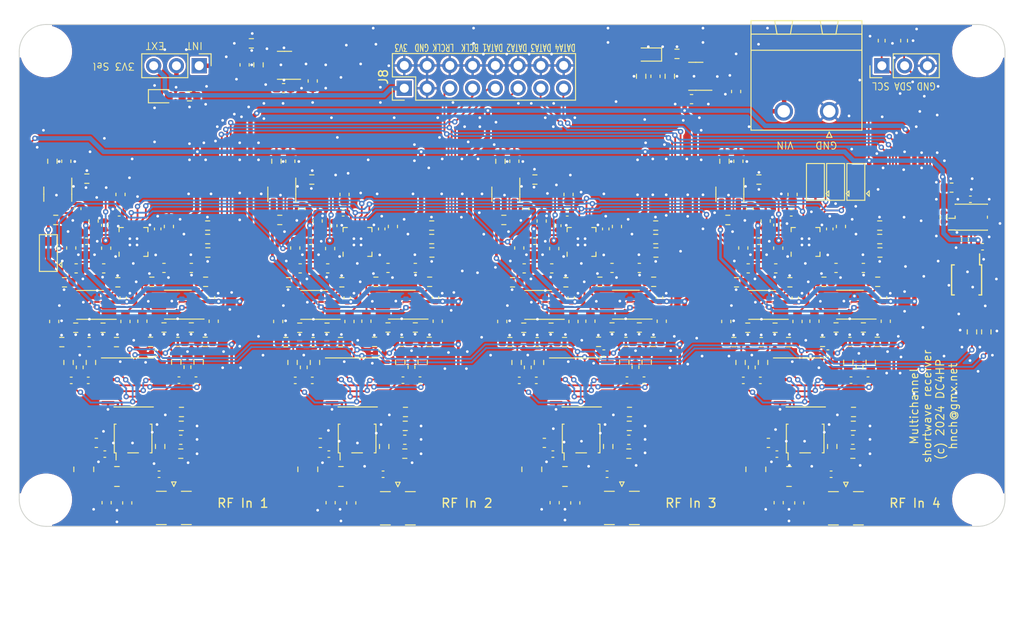
<source format=kicad_pcb>
(kicad_pcb (version 20221018) (generator pcbnew)
  (title_block (rev "1") (comment 4 "AISLER Project ID: WYIAZGKJ"))
  (layers (0 "F.Cu" signal "Front") (31 "B.Cu" signal "Back") (34 "B.Paste" user) (35 "F.Paste" user) (36 "B.SilkS" user "B.Silkscreen") (37 "F.SilkS" user "F.Silkscreen") (38 "B.Mask" user) (39 "F.Mask" user) (44 "Edge.Cuts" user))
  (net 0 "")
  (net 1 "/Channel/diffamp/IN-")
  (net 2 "Net-(C1-Pad2)")
  (net 3 "Net-(C3-Pad1)")
  (net 4 "+3V3")
  (net 5 "/Channel/diffamp/IN+")
  (net 6 "Net-(C3-Pad2)")
  (net 7 "GND")
  (net 8 "Net-(U2-VIN-)")
  (net 9 "Net-(U2-VOUT+)")
  (net 10 "Net-(U2-VOUT-)")
  (net 11 "VIN")
  (net 12 "Net-(U2-VIN+)")
  (net 13 "/Channel/diffamp/VOCM")
  (net 14 "/Channel/diffamp/OUT+")
  (net 15 "Net-(X1-V+)")
  (net 16 "/Channel/diffamp/OUT-")
  (net 17 "Net-(U3-NR)")
  (net 18 "/Channel/diffamp1/IN-")
  (net 19 "/SCL")
  (net 20 "/SDA")
  (net 21 "Net-(C16-Pad2)")
  (net 22 "/Channel/diffamp1/IN+")
  (net 23 "Net-(C18-Pad1)")
  (net 24 "Net-(C18-Pad2)")
  (net 25 "CLK1")
  (net 26 "CLK0")
  (net 27 "Net-(U5-VIN-)")
  (net 28 "Net-(U5-VOUT+)")
  (net 29 "Net-(U5-VOUT-)")
  (net 30 "Net-(U5-VIN+)")
  (net 31 "/Channel/diffamp1/OUT+")
  (net 32 "/Channel/diffamp1/OUT-")
  (net 33 "Net-(C26-Pad1)")
  (net 34 "/Channel/RFin")
  (net 35 "Net-(C29-Pad2)")
  (net 36 "Net-(D1-A)")
  (net 37 "Net-(C31-Pad2)")
  (net 38 "Net-(C32-Pad1)")
  (net 39 "Net-(C33-Pad1)")
  (net 40 "Net-(U7-VREF)")
  (net 41 "Net-(X1-EN)")
  (net 42 "Net-(U1-XB)")
  (net 43 "Net-(U1-CLK0)")
  (net 44 "Net-(U1-CLK1)")
  (net 45 "Net-(U7-DREG)")
  (net 46 "Net-(U7-AREG)")
  (net 47 "Net-(U4-+)")
  (net 48 "Net-(R33-Pad1)")
  (net 49 "Net-(U7-BCLK)")
  (net 50 "/Channel/BCLK")
  (net 51 "Net-(U1-XA)")
  (net 52 "/Channel/CONF1")
  (net 53 "/Channel/CONF2")
  (net 54 "Net-(U7-FCLK)")
  (net 55 "/Channel/LRCLK")
  (net 56 "/Channel/CONF3")
  (net 57 "/Channel/CONF4")
  (net 58 "Net-(U7-SDOUT)")
  (net 59 "Net-(R16-Pad2)")
  (net 60 "VAA")
  (net 61 "/Channel/DIN")
  (net 62 "Net-(U6-2A)")
  (net 63 "Net-(U6-1A)")
  (net 64 "Net-(C22-Pad1)")
  (net 65 "/Channel1/RFin")
  (net 66 "Net-(C44-Pad1)")
  (net 67 "Net-(C45-Pad2)")
  (net 68 "Net-(C46-Pad2)")
  (net 69 "Net-(C47-Pad1)")
  (net 70 "Net-(U10-AREG)")
  (net 71 "Net-(U10-DREG)")
  (net 72 "Net-(U10-VREF)")
  (net 73 "Net-(U9-+)")
  (net 74 "/Channel1/diffamp/IN-")
  (net 75 "Net-(C60-Pad2)")
  (net 76 "/Channel1/diffamp/IN+")
  (net 77 "Net-(C62-Pad1)")
  (net 78 "Net-(C62-Pad2)")
  (net 79 "Net-(U11-VIN-)")
  (net 80 "Net-(U11-VOUT+)")
  (net 81 "Net-(U11-VOUT-)")
  (net 82 "Net-(U11-VIN+)")
  (net 83 "/Channel1/diffamp/VOCM")
  (net 84 "/Channel1/diffamp/OUT+")
  (net 85 "/Channel1/diffamp/OUT-")
  (net 86 "/Channel1/diffamp1/IN-")
  (net 87 "Net-(C69-Pad2)")
  (net 88 "/Channel1/diffamp1/IN+")
  (net 89 "Net-(C71-Pad1)")
  (net 90 "Net-(C71-Pad2)")
  (net 91 "Net-(U12-VIN-)")
  (net 92 "Net-(U12-VOUT+)")
  (net 93 "Net-(U12-VOUT-)")
  (net 94 "Net-(U12-VIN+)")
  (net 95 "/Channel1/diffamp1/OUT+")
  (net 96 "/Channel1/diffamp1/OUT-")
  (net 97 "Net-(C78-Pad1)")
  (net 98 "/Channel3/RFin")
  (net 99 "Net-(C80-Pad1)")
  (net 100 "Net-(C81-Pad2)")
  (net 101 "Net-(C82-Pad2)")
  (net 102 "Net-(C83-Pad1)")
  (net 103 "Net-(U15-AREG)")
  (net 104 "Net-(U15-DREG)")
  (net 105 "Net-(U15-VREF)")
  (net 106 "Net-(U14-+)")
  (net 107 "Net-(C96-Pad1)")
  (net 108 "/Channel2/RFin")
  (net 109 "Net-(C98-Pad1)")
  (net 110 "Net-(C99-Pad2)")
  (net 111 "Net-(C100-Pad2)")
  (net 112 "Net-(C101-Pad1)")
  (net 113 "Net-(U18-AREG)")
  (net 114 "Net-(U18-DREG)")
  (net 115 "Net-(U18-VREF)")
  (net 116 "Net-(U17-+)")
  (net 117 "/Channel3/diffamp/IN-")
  (net 118 "Net-(C114-Pad2)")
  (net 119 "/Channel3/diffamp/IN+")
  (net 120 "Net-(C116-Pad1)")
  (net 121 "Net-(C116-Pad2)")
  (net 122 "Net-(U19-VIN-)")
  (net 123 "Net-(U19-VOUT+)")
  (net 124 "Net-(U19-VOUT-)")
  (net 125 "Net-(U19-VIN+)")
  (net 126 "/Channel3/diffamp/VOCM")
  (net 127 "/Channel3/diffamp/OUT+")
  (net 128 "/Channel3/diffamp/OUT-")
  (net 129 "/Channel2/diffamp/IN-")
  (net 130 "Net-(C123-Pad2)")
  (net 131 "/Channel2/diffamp/IN+")
  (net 132 "Net-(C125-Pad1)")
  (net 133 "Net-(C125-Pad2)")
  (net 134 "Net-(U20-VIN-)")
  (net 135 "Net-(U20-VOUT+)")
  (net 136 "Net-(U20-VOUT-)")
  (net 137 "Net-(U20-VIN+)")
  (net 138 "/Channel2/diffamp/VOCM")
  (net 139 "/Channel2/diffamp/OUT+")
  (net 140 "/Channel2/diffamp/OUT-")
  (net 141 "/Channel2/diffamp1/IN-")
  (net 142 "Net-(C132-Pad2)")
  (net 143 "/Channel2/diffamp1/IN+")
  (net 144 "Net-(C134-Pad1)")
  (net 145 "Net-(C134-Pad2)")
  (net 146 "Net-(U21-VIN-)")
  (net 147 "Net-(U21-VOUT+)")
  (net 148 "Net-(U21-VOUT-)")
  (net 149 "Net-(U21-VIN+)")
  (net 150 "/Channel2/diffamp1/OUT+")
  (net 151 "/Channel2/diffamp1/OUT-")
  (net 152 "/Channel3/diffamp1/IN-")
  (net 153 "Net-(C141-Pad2)")
  (net 154 "/Channel3/diffamp1/IN+")
  (net 155 "Net-(C143-Pad1)")
  (net 156 "Net-(C143-Pad2)")
  (net 157 "Net-(U22-VIN-)")
  (net 158 "Net-(U22-VOUT+)")
  (net 159 "Net-(U22-VOUT-)")
  (net 160 "Net-(U22-VIN+)")
  (net 161 "/Channel3/diffamp1/OUT+")
  (net 162 "/Channel3/diffamp1/OUT-")
  (net 163 "Net-(R38-Pad1)")
  (net 164 "Net-(R40-Pad2)")
  (net 165 "Net-(U10-BCLK)")
  (net 166 "Net-(U10-FCLK)")
  (net 167 "Net-(U10-SDOUT)")
  (net 168 "/Channel1/DIN")
  (net 169 "Net-(R70-Pad1)")
  (net 170 "Net-(R72-Pad2)")
  (net 171 "Net-(U15-BCLK)")
  (net 172 "Net-(U15-FCLK)")
  (net 173 "Net-(U15-SDOUT)")
  (net 174 "/Channel3/DIN")
  (net 175 "Net-(R80-Pad1)")
  (net 176 "Net-(R82-Pad2)")
  (net 177 "Net-(U18-BCLK)")
  (net 178 "Net-(U18-FCLK)")
  (net 179 "Net-(U18-SDOUT)")
  (net 180 "/Channel2/DIN")
  (net 181 "Net-(U8-2A)")
  (net 182 "Net-(U8-1A)")
  (net 183 "Net-(U13-2A)")
  (net 184 "Net-(U13-1A)")
  (net 185 "Net-(U16-2A)")
  (net 186 "Net-(U16-1A)")
  (net 188 "Net-(JP5-A)")
  (net 189 "Net-(U23-NR)")
  (net 190 "Net-(D2-A)")
  (net 191 "3V3_EXT")
  (footprint "Package_SO:MSOP-10_3x3mm_P0.5mm" (layer "F.Cu") (at 184.165 69 -90)
    (fp_text reference "U1" hide)
    (fp_text value "Si5351A-B-GT")
  )
  (footprint "Resistor_SMD:R_0603_1608Metric" (layer "F.Cu") (at 133.495 69.2625 180)
    (fp_text reference "R58" hide)
    (fp_text value "27")
  )
  (footprint "Resistor_SMD:R_0603_1608Metric" (layer "F.Cu") (at 162.795 74.3375)
    (fp_text reference "R19" hide)
    (fp_text value "806")
  )
  (footprint "Capacitor_SMD:C_0402_1005Metric" (layer "F.Cu") (at 174.895 70.9625 90)
    (fp_text reference "C23" hide)
    (fp_text value "100n")
  )
  (footprint "Connector_PinHeader_2.54mm:PinHeader_2x08_P2.54mm_Vertical" (layer "F.Cu") (at 121.415 47.61 90)
    (fp_text reference "J8")
    (fp_text value "Conn_02x08_Odd_Even")
  )
  (footprint "hnch:L_1008_0805_0603_HandSolder_Combo" (layer "F.Cu") (at 89.345 90.9375)
    (fp_text reference "L7" hide)
    (fp_text value "0")
  )
  (footprint "Capacitor_SMD:C_0603_1608Metric" (layer "F.Cu") (at 144.595 67.6625)
    (fp_text reference "C77" hide)
    (fp_text value "2.2n")
  )
  (footprint "Inductor_SMD:L_0603_1608Metric" (layer "F.Cu") (at 182.49 58.7)
    (fp_text reference "FB1" hide)
    (fp_text value "FerriteBead")
  )
  (footprint "Capacitor_SMD:C_0402_1005Metric" (layer "F.Cu") (at 161.145 80.2125 180)
    (fp_text reference "C1" hide)
    (fp_text value "np")
  )
  (footprint "Resistor_SMD:R_0603_1608Metric" (layer "F.Cu") (at 174.47 62.9375)
    (fp_text reference "R42" hide)
    (fp_text value "33")
  )
  (footprint "Resistor_SMD:R_0402_1005Metric" (layer "F.Cu") (at 135.195 78.7625 -90)
    (fp_text reference "R50" hide)
    (fp_text value "0")
  )
  (footprint "Capacitor_SMD:C_0402_1005Metric" (layer "F.Cu") (at 149.895 70.9625 90)
    (fp_text reference "C75" hide)
    (fp_text value "100n")
  )
  (footprint "Resistor_SMD:R_0603_1608Metric" (layer "F.Cu") (at 112.795 74.3375)
    (fp_text reference "R94" hide)
    (fp_text value "806")
  )
  (footprint "Resistor_SMD:R_0603_1608Metric" (layer "F.Cu") (at 83.495 69.2625 180)
    (fp_text reference "R105" hide)
    (fp_text value "27")
  )
  (footprint "Resistor_SMD:R_0603_1608Metric" (layer "F.Cu") (at 149.47 62.9375)
    (fp_text reference "R45" hide)
    (fp_text value "33")
  )
  (footprint "Resistor_SMD:R_0603_1608Metric" (layer "F.Cu") (at 122.645 74.3125)
    (fp_text reference "R121" hide)
    (fp_text value "806")
  )
  (footprint "Resistor_SMD:R_0603_1608Metric" (layer "F.Cu") (at 169.595 74.3125)
    (fp_text reference "R27" hide)
    (fp_text value "806")
  )
  (footprint "Resistor_SMD:R_0603_1608Metric" (layer "F.Cu") (at 135.99 57.8 180)
    (fp_text reference "R41" hide)
    (fp_text value "10k")
  )
  (footprint "Capacitor_SMD:C_0603_1608Metric" (layer "F.Cu") (at 121.47 86.8375)
    (fp_text reference "C80" hide)
    (fp_text value "2.2u")
  )
  (footprint "Capacitor_SMD:C_0603_1608Metric" (layer "F.Cu") (at 109.245 65.4375 -90)
    (fp_text reference "C90" hide)
    (fp_text value "10u")
  )
  (footprint "Resistor_SMD:R_0603_1608Metric" (layer "F.Cu") (at 124.195 75.9125)
    (fp_text reference "R118" hide)
    (fp_text value "4.02k")
  )
  (footprint "Connector_Coaxial:SMA_Samtec_SMA-J-P-X-ST-EM1_EdgeMount" (layer "F.Cu") (at 95.695 94.3)
    (fp_text reference "J5" hide)
    (fp_text value "Conn_Coaxial")
  )
  (footprint "Resistor_SMD:R_0603_1608Metric" (layer "F.Cu") (at 84.745 74.3375)
    (fp_text reference "R102" hide)
    (fp_text value "806")
  )
  (footprint "Resistor_SMD:R_0603_1608Metric" (layer "F.Cu") (at 139.445 69.2625)
    (fp_text reference "R57" hide)
    (fp_text value "27")
  )
  (footprint "Capacitor_SMD:C_0603_1608Metric" (layer "F.Cu") (at 121.145 75.9125)
    (fp_text reference "C143" hide)
    (fp_text value "180p")
  )
  (footprint "Capacitor_SMD:C_0603_1608Metric" (layer "F.Cu") (at 170.145 63.0375 90)
    (fp_text reference "C40" hide)
    (fp_text value "10u")
  )
  (footprint "Package_TO_SOT_SMD:SOT-23-5" (layer "F.Cu") (at 107.745 59.4325 -90)
    (fp_text reference "U14" hide)
    (fp_text value "MCP6401-xOT")
  )
  (footprint "Resistor_SMD:R_0603_1608Metric" (layer "F.Cu") (at 95.965 78.1875 -90)
    (fp_text reference "R107" hide)
    (fp_text value "1k")
  )
  (footprint "Capacitor_SMD:C_0603_1608Metric" (layer "F.Cu") (at 157.345 73.6375 -90)
    (fp_text reference "C5" hide)
    (fp_text value "36p")
  )
  (footprint "Capacitor_SMD:C_0603_1608Metric" (layer "F.Cu") (at 140.295 73.6375 90)
    (fp_text reference "C63" hide)
    (fp_text value "36p")
  )
  (footprint "Capacitor_SMD:C_0603_1608Metric" (layer "F.Cu") (at 136.745 62.4275 90)
    (fp_text reference "C57" hide)
    (fp_text value "1u")
  )
  (footprint "Capacitor_SMD:C_0603_1608Metric" (layer "F.Cu") (at 147.645 67.6625)
    (fp_text reference "C76" hide)
    (fp_text value "2.2n")
  )
  (footprint "Resistor_SMD:R_0603_1608Metric" (layer "F.Cu") (at 118.245 69.2125 180)
    (fp_text reference "R123" hide)
    (fp_text value "27")
  )
  (footprint "Capacitor_SMD:C_0603_1608Metric" (layer "F.Cu") (at 138.145 65.5 90)
    (fp_text reference "C52" hide)
    (fp_text value "1u")
  )
  (footprint "Resistor_SMD:R_0603_1608Metric" (layer "F.Cu") (at 158.945 78.2125 -90)
    (fp_text reference "R2" hide)
    (fp_text value "1k")
  )
  (footprint "Resistor_SMD:R_0603_1608Metric" (layer "F.Cu") (at 99.495 65.9375)
    (fp_text reference "R87" hide)
    (fp_text value "33")
  )
  (footprint "Resistor_SMD:R_0603_1608Metric" (layer "F.Cu") (at 108.945 78.2125 -90)
    (fp_text reference "R89" hide)
    (fp_text value "1k")
  )
  (footprint "Resistor_SMD:R_0603_1608Metric" (layer "F.Cu") (at 96.545 83.7375 180)
    (fp_text reference "R78" hide)
    (fp_text value "10k")
  )
  (footprint "Resistor_SMD:R_0603_1608Metric" (layer "F.Cu") (at 83.945 78.2125 -90)
    (fp_text reference "R98" hide)
    (fp_text value "1k")
  )
  (footprint "Resistor_SMD:R_0603_1608Metric" (layer "F.Cu") (at 157.52 62.3075)
    (fp_text reference "R16" hide)
    (fp_text value "10")
  )
  (footprint "Resistor_SMD:R_0402_1005Metric" (layer "F.Cu") (at 97.215 78.7375 -90)
    (fp_text reference "R106" hide)
    (fp_text value "0")
  )
  (footprint "hnch:L_1008_0805_0603_HandSolder_Combo" (layer "F.Cu") (at 135.645 90.1375 90)
    (fp_text reference "L3" hide)
    (fp_text value "0")
  )
  (footprint "Capacitor_SMD:C_0603_1608Metric" (layer "F.Cu") (at 158.444999 47.975 -90)
    (fp_text reference "C11" hide)
    (fp_text value "2.2u")
  )
  (footprint "Capacitor_SMD:C_0603_1608Metric" (layer "F.Cu") (at 89.745 59.4625 90)
    (fp_text reference "C109" hide)
    (fp_text value "10u")
  )
  (footprint "Capacitor_SMD:C_0603_1608Metric" (layer "F.Cu") (at 87.045 87.1875 180)
    (fp_text reference "C100" hide)
    (fp_text value "np")
  )
  (footprint "Capacitor_SMD:C_0603_1608Metric" (layer "F.Cu") (at 107.945 47.6)
    (fp_text reference "C152" hide)
    (fp_text value "2.2u")
  )
  (footprint "Capacitor_SMD:C_0603_1608Metric" (layer "F.Cu") (at 153.47 48.825)
    (fp_text reference "C14" hide)
    (fp_text value "2.2u")
  )
  (footprint "Resistor_SMD:R_0603_1608Metric" (layer "F.Cu") (at 121.52 85.2875)
    (fp_text reference "R69" hide)
    (fp_text value "10k")
  )
  (footprint "Resistor_SMD:R_0603_1608Metric" (layer "F.Cu") (at 173.465 78.1875 -90)
    (fp_text reference "R24" hide)
    (fp_text value "1k")
  )
  (footprint "Capacitor_SMD:C_0402_1005Metric" (layer "F.Cu") (at 87.995 88.4375 180)
    (fp_text reference "C101" hide)
    (fp_text value "100n")
  )
  (footprint "Resistor_SMD:R_0603_1608Metric" (layer "F.Cu") (at 93.095 75.9125)
    (fp_text reference "R110" hide)
    (fp_text value "4.02k")
  )
  (footprint "Capacitor_SMD:C_0603_1608Metric" (layer "F.Cu") (at 142.185 73.6075 -90)
    (fp_text reference "C73" hide)
    (fp_text value "36p")
  )
  (footprint "Capacitor_SMD:C_0603_1608Metric" (layer "F.Cu") (at 171.47 86.8375)
    (fp_text reference "C32" hide)
    (fp_text value "2.2u")
  )
  (footprint "Capacitor_SMD:C_0402_1005Metric" (layer "F.Cu") (at 148.165 80.1875 180)
    (fp_text reference "C69" hide)
    (fp_text value "np")
  )
  (footprint "Resistor_SMD:R_0603_1608Metric" (layer "F.Cu") (at 124.47 62.9375)
    (fp_text reference "R76" hide)
    (fp_text value "33")
  )
  (footprint "Capacitor_SMD:C_0402_1005Metric" (layer "F.Cu") (at 90.045 70.9875 90)
    (fp_text reference "C129" hide)
    (fp_text value "100n")
  )
  (footprint "Capacitor_SMD:C_0603_1608Metric" (layer "F.Cu") (at 114.745 59.4625 90)
    (fp_text reference "C91" hide)
    (fp_text value "10u")
  )
  (footprint "Jumper:SolderJumper-3_P1.3mm_Bridged12_Pad1.0x1.5mm" (layer "F.Cu") (at 169.545 58.0625 90)
    (fp_text reference "JP3" hide)
    (fp_text value "Jumper_3_Bridged12")
  )
  (footprint "Capacitor_SMD:C_0603_1608Metric" (layer "F.Cu") (at 159.795 67.7125)
    (fp_text reference "C12" hide)
    (fp_text value "2.2n")
  )
  (footprint "MountingHole:MountingHole_3.2mm_M3_DIN965" (layer "F.Cu") (at 185.445 93.5)
    (fp_text reference "H2" hide)
    (fp_text value "MountingHole")
  )
  (footprint "Resistor_SMD:R_0603_1608Metric" (layer "F.Cu") (at 171.47 88.3875)
    (fp_text reference "R33" hide)
    (fp_text value "0")
  )
  (footprint "Connector_PinHeader_2.54mm:PinHeader_1x03_P2.54mm_Vertical" (layer "F.Cu") (at 174.71 45.1 90)
    (fp_text reference "J2" hide)
    (fp_text value "Conn_01x03")
  )
  (footprint "Capacitor_SMD:C_0603_1608Metric" (layer "F.Cu") (at 163.145 65.4575 90)
    (fp_text reference "C35" hide)
    (fp_text value "1u")
  )
  (footprint "Resistor_SMD:R_0603_1608Metric" (layer "F.Cu") (at 172.645 74.3125)
    (fp_text reference "R28" hide)
    (fp_text value "806")
  )
  (footprint "Resistor_SMD:R_0603_1608Metric" (layer "F.Cu") (at 174.495 65.9375)
    (fp_text reference "R47" hide)
    (fp_text value "33")
  )
  (footprint "Resistor_SMD:R_0603_1608Metric" (layer "F.Cu") (at 184.765 74.799999 -90)
    (fp_text reference "R12" hide)
    (fp_text value "22")
  )
  (footprint "Package_SO:MSOP-8_3x3mm_P0.65mm" (layer "F.Cu") (at 171.145 71.7625 180)
    (fp_text reference "U5" hide)
    (fp_text value "MCP6D11/MS")
  )
  (footprint "Capacitor_SMD:C_0402_1005Metric" (layer "F.Cu") (at 139.595 61.5125 180)
    (fp_text reference "C51" hide)
    (fp_text value "100n")
  )
  (footprint "Resistor_SMD:R_0603_1608Metric" (layer "F.Cu") (at 99.47 62.9375)
    (fp_text reference "R86" hide)
    (fp_text value "33")
  )
  (footprint "Capacitor_SMD:C_0402_1005Metric" (layer "F.Cu") (at 84.245 80.2125 180)
    (fp_text reference "C124" hide)
    (fp_text value "np")
  )
  (footprint "Resistor_SMD:R_0402_1005Metric" (layer "F.Cu") (at 85.195 78.7625 -90)
    (fp_text reference "R97" hide)
    (fp_text value "0")
  )
  (footprint "Capacitor_SMD:C_0603_1608Metric" (layer "F.Cu") (at 145.145 63.0375 90)
    (fp_text reference "C58" hide)
    (fp_text value "10u")
  )
  (footprint "Resistor_SMD:R_0603_1608Metric" (layer "F.Cu") (at 119.17 87.5875 90)
    (fp_text reference "R71" hide)
    (fp_text value "np")
  )
  (footprint "Capacitor_SMD:C_0402_1005Metric" (layer "F.Cu") (at 165.045 70.9875 90)
    (fp_text reference "C7" hide)
    (fp_text value "100n")
  )
  (footprint "Capacitor_SMD:C_0402_1005Metric" (layer "F.Cu") (at 162.995 88.4375 180)
    (fp_text reference "C33" hide)
    (fp_text value "100n")
  )
  (footprint "Capacitor_SMD:C_0402_1005Metric" (layer "F.Cu") (at 135.945 64.6875)
    (fp_text reference "C50" hide)
    (fp_text value "100n")
  )
  (footprint "Capacitor_SMD:C_0402_1005Metric" (layer "F.Cu") (at 93.895 63.3125 90)
    (fp_text reference "C113" hide)
    (fp_text value "100n")
  )
  (footprint "Capacitor_SMD:C_0603_1608Metric" (layer "F.Cu") (at 94.595 67.6625)
    (fp_text reference "C140" hide)
    (fp_text value "2.2n")
  )
  (footprint "Capacitor_SMD:C_0402_1005Metric" (layer "F.Cu") (at 173.165 80.1875 180)
    (fp_text reference "C16" hide)
    (fp_text value "np")
  )
  (footprint "Capacitor_SMD:C_0603_1608Metric" (layer "F.Cu") (at 134.245 65.4375 -90)
    (fp_text reference "C54" hide)
    (fp_text value "10u")
  )
  (footprint "hnch:L_1008_0805_0603_HandSolder_Combo" (layer "F.Cu") (at 164.345 90.9375)
    (fp_text reference "L2" hide)
    (fp_text value "0")
  )
  (footprint "Resistor_SMD:R_0402_1005Metric" (layer "F.Cu") (at 174.69 42.3 90)
    (fp_text reference "R8" hide)
    (fp_text value "4.7k")
  )
  (footprint "Transformer_SMD:Transformer_MACOM_SM-22" (layer "F.Cu") (at 91.15 86.6975 90)
    (fp_text reference "TR4" hide)
    (fp_text value "ETC4-1-2")
  )
  (footprint "Capacitor_SMD:C_0402_1005Metric" (layer "F.Cu") (at 184.59 60)
    (fp_text reference "C9" hide)
    (fp_text value "100n")
  )
  (footprint "hnch:BurrBrown_WQFN-20-1EP_2.8x2.8mm_P0.5mm_EP1.4x1.4mm" (layer "F.Cu") (at 141.195 64.7625 90)
    (fp_text reference "U10" hide)
    (fp_text value "PCM1820")
  )
  (footprint "Jumper:SolderJumper-3_P1.3mm_Bridged12_Pad1.0x1.5mm" (layer "F.Cu") (at 171.8025 58.0625 90)
    (fp_text reference "JP2" hide)
    (fp_text value "Jumper_3_Bridged12")
  )
  (footprint "Capacitor_SMD:C_0402_1005Metric" (layer "F.Cu") (at 123.165 80.1875 180)
    (fp_text reference "C141" hide)
    (fp_text value "np")
  )
  (footprint "Capacitor_SMD:C_0603_1608Metric" (layer "F.Cu") (at 111.745 62.4275 90)
    (fp_text reference "C93" hide)
    (fp_text value "1u")
  )
  (footprint "Capacitor_SMD:C_0603_1608Metric" (layer "F.Cu") (at 113.195 93.8625 90)
    (fp_text reference "C81" hide)
    (fp_text value "np")
  )
  (footprint "Capacitor_SMD:C_0402_1005Metric" (layer "F.Cu") (at 144.045 90.6875)
    (fp_text reference "C22" hide)
    (fp_text value "100n")
  )
  (footprint "hnch:L_1008_0805_0603_HandSolder_Combo" (layer "F.Cu") (at 139.345 90.9375)
    (fp_text reference "L1" hide)
    (fp_text value "0")
  )
  (footprint "Capacitor_SMD:C_0603_1608Metric" (layer "F.Cu") (at 86.745 62.4275 90)
    (fp_text reference "C111" hide)
    (fp_text value "1u")
  )
  (footprint "Capacitor_SMD:C_0402_1005Metric" (layer "F.Cu") (at 84.97 61.0575 -90)
    (fp_text reference "C103" hide)
    (fp_text value "100n")
  )
  (footprint "Capacitor_SMD:C_0603_1608Metric" (layer "F.Cu") (at 161.245 75.9375)
    (fp_text reference "C3" hide)
    (fp_text value "180p")
  )
  (footprint "Resistor_SMD:R_0603_1608Metric" (layer "F.Cu") (at 151.045 46.275 90)
    (fp_text reference "R13" hide)
    (fp_text value "np")
  )
  (footprint "Resistor_SMD:R_0603_1608Metric" (layer "F.Cu") (at 109.745 74.3375)
    (fp_text reference "R93" hide)
    (fp_text value "806")
  )
  (footprint "Transformer_SMD:Transformer_MACOM_SM-22" (layer "F.Cu") (at 116.15 86.6975 90)
    (fp_text reference "TR3" hide)
    (fp_text value "ETC4-1-2")
  )
  (footprint "Capacitor_SMD:C_0603_1608Metric" (layer "F.Cu") (at 90.295 73.6375 90)
    (fp_text reference "C126" hide)
    (fp_text value "36p")
  )
  (footprint "Resistor_SMD:R_0603_1608Metric" (layer "F.Cu") (at 134.745 74.3375)
    (fp_text reference "R55" hide)
    (fp_text value "806")
  )
  (footprint "Capacitor_SMD:C_0402_1005Metric" (layer "F.Cu") (at 98.165 80.1875 180)
    (fp_text reference "C132" hide)
    (fp_text value "np")
  )
  (footprint "Capacitor_SMD:C_0402_1005Metric" (layer "F.Cu") (at 140.045 70.9875 90)
    (fp_text reference "C66" hide)
    (fp_text value "100n")
  )
  (footprint "Resistor_SMD:R_0402_1005Metric" (layer "F.Cu") (at 122.215 78.7375 -90)
    (fp_text reference "R115" hide)
    (fp_text value "0")
  )
  (footprint "Resistor_SMD:R_0603_1608Metric" (layer "F.Cu") (at 164.295 75.9375)
    (fp_text reference "R6" hide)
    (fp_text value "4.02k")
  )
  (footprint "Capacitor_SMD:C_0603_1608Metric" (layer "F.Cu") (at 84.245 65.4375 -90)
    (fp_text reference "C108" hide)
    (fp_text value "10u")
  )
  (footprint "Resistor_SMD:R_0603_1608Metric" (layer "F.Cu") (at 121.545 83.7375 180)
    (fp_text reference "R68" hide)
    (fp_text value "10k")
  )
  (footprint "Resistor_SMD:R_0603_1608Metric" (layer "F.Cu") (at 94.17 87.5875 90)
    (fp_text reference "R81" hide)
    (fp_text value "np")
  )
  (footprint "Resistor_SMD:R_0402_1005Metric" (layer "F.Cu") (at 172.215 78.7375 -90)
    (fp_text reference "R22" hide)
    (fp_text value "0")
  )
  (footprint "Package_SO:TSSOP-16_4.4x5mm_P0.65mm" (layer "F.Cu") (at 166.2125 80.4425)
    (fp_text reference "U6" hide)
    (fp_text value "SN74CBT3253")
  )
  (footprint "LED_SMD:LED_0603_1608Metric" (layer "F.Cu") (at 148.645001 43.85 180)
    (fp_text reference "D1" hide)
    (fp_text value "LED")
  )
  (footprint "Resistor_SMD:R_0603_1608Metric" (layer "F.Cu") (at 158.195 75.9375)
    (fp_text reference "R17" hide)
    (fp_text value "4.02k")
  )
  (footprint "Resistor_SMD:R_0603_1608Metric" (layer "F.Cu") (at 164.445 69.2625)
    (fp_text reference "R20" hide)
    (fp_text value "27")
  )
  (footprint "Capacitor_SMD:C_0402_1005Metric" (layer "F.Cu") (at 118.895 63.3125 90)
    (fp_text reference "C95" hide)
    (fp_text value "100n")
  )
  (footprint "Capacitor_SMD:C_0603_1608Metric" (layer "F.Cu") (at 97.645 67.6625)
    (fp_text reference "C139" hide)
    (fp_text value "2.2n")
  )
  (footprint "Capacitor_SMD:C_0603_1608Metric" (layer "F.Cu") (at 162.045 87.1875 180)
    (fp_text reference "C31" hide)
    (fp_text value "np")
  )
  (footprint "Capacitor_SMD:C_0402_1005Metric" (layer "F.Cu") (at 121.265 80.1875 180)
    (fp_text reference "C142" hide)
    (fp_text value "np")
  )
  (footprint "MountingHole:MountingHole_3.2mm_M3_DIN965" (layer "F.Cu") (at 81.445 43.5)
    (fp_text reference "H4" hide)
    (fp_text value "MountingHole")
  )
  (footprint "Capacitor_SMD:C_0603_1608Metric" (layer "F.Cu") (at 172.645 67.6625)
    (fp_text reference "C24" hide)
    (fp_text value "2.2n")
  )
  (footprint "Capacitor_SMD:C_0603_1608Metric" (layer "F.Cu") (at 164.745 59.4625 90)
    (fp_text reference "C41" hide)
    (fp_text value "10u")
  )
  (footprint "Package_TO_SOT_SMD:SOT-23-5" (layer "F.Cu") (at 157.745 59.4325 -90)
    (fp_text reference "U4" hide)
    (fp_text value "MCP6401-xOT")
  )
  (footprint "Capacitor_SMD:C_0402_1005Metric" (layer "F.Cu") (at 109.245 80.2125 180)
    (fp_text reference "C115" hide)
    (fp_text value "np")
  )
  (footprint "Capacitor_SMD:C_0402_1005Metric" (layer "F.Cu") (at 109.97 61.0575 -90)
    (fp_text reference "C85" hide)
    (fp_text value "100n")
  )
  (footprint "Capacitor_SMD:C_0603_1608Metric" (layer "F.Cu") (at 163.195 93.8625 90)
    (fp_text reference "C29" hide)
    (fp_text value "np")
  )
  (footprint "Capacitor_SMD:C_0402_1005Metric" (layer "F.Cu") (at 164.595 61.5125 180)
    (fp_text reference "C36" hide)
    (fp_text value "100n")
  )
  (footprint "Resistor_SMD:R_0603_1608Metric" (layer "F.Cu") (at 104.345 42.6 180)
    (fp_text reference "R125" hide)
    (fp_text value "np")
  )
  (footprint "Resistor_SMD:R_0603_1608Metric" (layer "F.Cu") (at 124.495 65.9375)
    (fp_text reference "R77" hide)
    (fp_text value "33")
  )
  (footprint "Capacitor_SMD:C_0402_1005Metric" (layer "F.Cu") (at 143.685 77.1675 180)
    (fp_text reference "C48" hide)
    (fp_text value "100n")
  )
  (footprint "Capacitor_SMD:C_0603_1608Metric" (layer "F.Cu") (at 117.185 73.6075 -90)
    (fp_text reference "C145" hide)
    (fp_text value "36p")
  )
  (footprint "Resistor_SMD:R_0603_1608Metric" (layer "F.Cu") (at 145.965 78.1875 -90)
    (fp_text reference "R60" hide)
    (fp_text value "1k")
  )
  (footprint "Resistor_SMD:R_0603_1608Metric" (layer "F.Cu") (at 132.145 55.7575 90)
    (fp_text reference "R43" hide)
    (fp_text value "10k")
  )
  (footprint "Resistor_SMD:R_0603_1608Metric" (layer "F.Cu") (at 124.245 69.2125)
    (fp_text reference "R122" hide)
    (fp_text value "27")
  )
  (footprint "Capacitor_SMD:C_0603_1608Metric" (layer "F.Cu") (at 103.595 45.000001 90)
    (fp_text reference "C151" hide)
    (fp_text value "np")
  )
  (footprint "Resistor_SMD:R_0603_1608Metric" (layer "F.Cu") (at 146.545 83.7375 180)
    (fp_text reference "R35" hide)
    (fp_text value "10k")
  )
  (footprint "Resistor_SMD:R_0603_1608Metric" (layer "F.Cu") (at 137.795 74.3375)
    (fp_text reference "R56" hide)
    (fp_text value "806")
  )
  (footprint "Resistor_SMD:R_0603_1608Metric" (layer "F.Cu") (at 87.795 74.3375)
    (fp_text reference "R103" hide)
    (fp_text value "806")
  )
  (footprint "Package_TO_SOT_SMD:SOT-23-5" (layer "F.Cu") (at 153.944999 46.275 180)
    (fp_text reference "U3" hide)
    (fp_text value "LP5907-3.3")
  )
  (footprint "LED_SMD:LED_0603_1608Metric" (layer "F.Cu") (at 94.345 48.5)
    (fp_text reference "D2" hide)
    (fp_text value "LED")
  )
  (footprint "Capacitor_SMD:C_0603_1608Metric" (layer "F.Cu") (at 134.795 67.7125)
    (fp_text reference "C68" hide)
    (fp_text value "2.2n")
  )
  (footprint "Capacitor_SMD:C_0603_1608Metric" (layer "F.Cu") (at 107.345 73.6375 -90)
    (fp_text reference "C118" hide)
    (fp_text value "36p")
  )
  (footprint "Capacitor_SMD:C_0603_1608Metric" (layer "F.Cu") (at 136.245 75.9375)
    (fp_text reference "C62" hide)
    (fp_text value "180p")
  )
  (footprint "Resistor_SMD:R_0603_1608Metric" (layer "F.Cu") (at 143.245 69.2125 180)
    (fp_text reference "R67" hide)
    (fp_text value "27")
  )
  (footprint "Package_SO:MSOP-8_3x3mm_P0.65mm" (layer "F.Cu") (at 136.345 71.7875 180)
    (fp_text reference "U11" hide)
    (fp_text value "MCP6D11/MS")
  )
  (footprint "Resistor_SMD:R_0603_1608Metric" (layer "F.Cu") (at 158.495 69.2625 180)
    (fp_text reference "R21" hide)
    (fp_text value "27")
  )
  (footprint "Capacitor_SMD:C_0603_1608Metric" (layer "F.Cu") (at 137.045 87.1875 180)
    (fp_text reference "C46" hide)
    (fp_text value "np")
  )
  (footprint "Capacitor_SMD:C_0402_1005Metric" (layer "F.Cu") (at 169.045 90.6875)
    (fp_text reference "C26" hide)
    (fp_text value "100n")
  )
  (footprint "Resistor_SMD:R_0603_1608Metric" (layer "F.Cu") (at 99.245 69.2125)
    (fp_text reference "R113" hide)
    (fp_text value "27")
  )
  (footprint "Capacitor_SMD:C_0603_1608Metric" (layer "F.Cu") (at 90.495 93.8875 90)
    (fp_text reference "C97" hide)
    (fp_text value "np")
  )
  (footprint "Capacitor_SMD:C_0603_1608Metric" (layer "F.Cu") (at 83.695 55.7575 90)
    (fp_text reference "C107" hide)
    (fp_text value "2.2u")
  )
  (footprint "Capacitor_SMD:C_0603_1608Metric" (layer "F.Cu") (at 162.87 67.7125)
    (fp_text reference "C8" hide)
    (fp_text value "2.2n")
  )
  (footprint "Resistor_SMD:R_0603_1608Metric" (layer "F.Cu") (at 139.295 75.9375)
    (fp_text reference "R53" hide)
    (fp_text value "4.02k")
  )
  (footprint "hnch:L_1008_0805_0603_HandSolder_Combo" (layer "F.Cu") (at 110.645 90.1375 90)
    (fp_text reference "L6" hide)
    (fp_text value "0")
  )
  (footprint "Package_TO_SOT_SMD:SOT-23-5" (layer "F.Cu") (at 108.045 45.05 180)
    (fp_text reference "U23" hide)
    (fp_text value "LP5907-3.3")
  )
  (footprint "Resistor_SMD:R_0603_1608Metric" (layer "F.Cu") (at 170.965 78.1875 -90)
    (fp_text reference "R23" hide)
    (fp_text value "1k")
  )
  (footprint "Package_SO:TSSOP-16_4.4x5mm_P0.65mm" (layer "F.Cu") (at 116.2125 80.4425)
    (fp_text reference "U13" hide)
    (fp_text value "SN74CBT3253")
  )
  (footprint "Capacitor_SMD:C_0603_1608Metric" (layer "F.Cu") (at 169.595 67.6625)
    (fp_text reference "C25" hide)
    (fp_text value "2.2n")
  )
  (footprint "Connector_Coaxial:SMA_Samtec_SMA-J-P-X-ST-EM1_EdgeMount" (layer "F.Cu") (at 120.695 94.3375)
    (fp_text reference "J6" hide)
    (fp_text value "Conn_Coaxial")
  )
  (footprint "Resistor_SMD:R_0603_1608Metric" (layer "F.Cu") (at 147.645 74.3125)
    (fp_text reference "R65" hide)
    (fp_text value "806")
  )
  (footprint "Resistor_SMD:R_0603_1608Metric" (layer "F.Cu") (at 120.965 78.1875 -90)
    (fp_text reference "R116" hide)
    (fp_text value "1k")
  )
  (footprint "Resistor_SMD:R_0603_1608Metric" (layer "F.Cu") (at 107.145 55.7575 90)
    (fp_text reference "R74" hide)
    (fp_text value "10k")
  )
  (footprint "Capacitor_SMD:C_0402_1005Metric" (layer "F.Cu") (at 134.97 61.0575 -90)
    (fp_text reference "C49" hide)
    (fp_text value "100n")
  )
  (footprint "Capacitor_SMD:C_0603_1608Metric" (layer "F.Cu") (at 175.145 73.6125 90)
    (fp_text reference "C19" hide)
    (fp_text value "36p")
  )
  (footprint "Resistor_SMD:R_0603_1608Metric" (layer "F.Cu") (at 98.465 78.1875 -90)
    (fp_text reference "R108" hide)
    (fp_text value "1k")
  )
  (footprint "Capacitor_SMD:C_0603_1608Metric" (layer "F.Cu") (at 96.47 86.8375)
    (fp_text reference "C98" hide)
    (fp_text value "2.2u")
  )
  (footprint "Capacitor_SMD:C_0603_1608Metric" (layer "F.Cu") (at 171.145 75.9125)
    (fp_text reference "C18" hide)
    (fp_text value "180p")
  )
  (footprint "Resistor_SMD:R_0603_1608Metric" (layer "F.Cu") (at 124.47 64.4375)
    (fp_text reference "R75" hide)
    (fp_text value "33")
  )
  (footprint "Connector_Coaxial:SMA_Samtec_SMA-J-P-X-ST-EM1_EdgeMount" (layer "F.Cu") (at 170.695 94.3375)
    (fp_text reference "J1" hide)
    (fp_text value "Conn_Coaxial")
  )
  (footprint "hnch:BurrBrown_WQFN-20-1EP_2.8x2.8mm_P0.5mm_EP1.4x1.4mm" (layer "F.Cu") (at 91.195 64.7625 90)
    (fp_text reference "U18" hide)
    (fp_text value "PCM1820")
  )
  (footprint "Capacitor_SMD:C_0603_1608Metric" (layer "F.Cu") (at 137.87 67.7125)
    (fp_text reference "C67" hide)
    (fp_text value "2.2n")
  )
  (footprint "Capacitor_SMD:C_0603_1608Metric" (layer "F.Cu") (at 159.245 65.4375 -90)
    (fp_text reference "C37" hide)
    (fp_text value "10u")
  )
  (footprint "Capacitor_SMD:C_0402_1005Metric" (layer "F.Cu") (at 185.945 65.3)
    (fp_text reference "C10" hide)
    (fp_text value "100n")
  )
  (footprint "Capacitor_SMD:C_0603_1608Metric" (layer "F.Cu") (at 111.245 75.9375)
    (fp_text reference "C116" hide)
    (fp_text value "180p")
  )
  (footprint "Capacitor_SMD:C_0402_1005Metric" (layer "F.Cu") (at 111.145 80.2125 180)
    (fp_text reference "C114" hide)
    (fp_text value "np")
  )
  (footprint "Resistor_SMD:R_0603_1608Metric" (layer "F.Cu") (at 171.545 83.7375 180)
    (fp_text reference "R31" hide)
    (fp_text value "10k")
  )
  (footprint "Capacitor_SMD:C_0402_1005Metric" (layer "F.Cu") (at 134.245 80.2125 180)
    (fp_text reference "C61" hide)
    (fp_text value "np")
  )
  (footprint "Capacitor_SMD:C_0603_1608Metric" (layer "F.Cu") (at 119.595 67.6625)
    (fp_text reference "C149" hide)
    (fp_text value "2.2n")
  )
  (footprint "Resistor_SMD:R_0603_1608Metric" (layer "F.Cu") (at 160.99 57.8 180)
    (fp_text reference "R48" hide)
    (fp_text value "10k")
  )
  (footprint "Package_SO:MSOP-8_3x3mm_P0.65mm" (layer "F.Cu") (at 86.345 71.7875 180)
    (fp_text reference "U20" hide)
    (fp_text value "MCP6D11/MS")
  )
  (footprint "Resistor_SMD:R_0603_1608Metric" (layer "F.Cu") (at 146.52 85.2875)
    (fp_text reference "R36" hide)
    (fp_text value "10k")
  )
  (footprint "Resistor_SMD:R_0603_1608Metric" (layer "F.Cu") (at 186.365 74.8 -90)
    (fp_text reference "R10" hide)
    (fp_text value "22")
  )
  (footprint "hnch:L_1008_0805_0603_HandSolder_Combo" (layer "F.Cu") (at 85.645 90.1375 90)
    (fp_text reference "L8" hide)
    (fp_text value "0")
  )
  (footprint "Capacitor_SMD:C_0402_1005Metric" (layer "F.Cu") (at 143.895 63.3125 90)
    (fp_text reference "C59" hide)
    (fp_text value "100n")
  )
  (footprint "Resistor_SMD:R_0603_1608Metric" (layer "F.Cu") (at 143.095 75.9125)
    (fp_text reference "R63" hide)
    (fp_text value "4.02k")
  )
  (footprint "Resistor_SMD:R_0603_1608Metric" (layer "F.Cu") (at 97.445 48.5 180)
    (fp_text reference "R126" hide)
    (fp_text value "1k")
  )
  (footprint "MountingHole:MountingHole_3.2mm_M3_DIN965" (layer "F.Cu") (at 185.445 43.5)
    (fp_text reference "H3" hide)
    (fp_text value "MountingHole")
  )
  (footprint "Resistor_SMD:R_0603_1608Metric" (layer "F.Cu") (at 93.245 69.2125 180)
    (fp_text reference "R114" hide)
    (fp_text value "27")
  )
  (footprint "Resistor_SMD:R_0603_1608Metric" (layer "F.Cu") (at 97.645 74.3125)
    (fp_text reference "R112" hide)
    (fp_text value "806")
  )
  (footprint "Capacitor_SMD:C_0603_1608Metric" (layer "F.Cu") (at 112.045 87.1875 180)
    (fp_text reference "C82" hide)
    (fp_text value "np")
  )
  (footprint "Capacitor_SMD:C_0603_1608Metric" (layer "F.Cu") (at 86.245 75.9375)
    (fp_text reference "C125" hide)
    (fp_text value "180p")
  )
  (footprint "Capacitor_SMD:C_0603_1608Metric" (layer "F.Cu") (at 92.185 73.6075 -90)
    (fp_text reference "C136" hide)
    (fp_text value "36p")
  )
  (footprint "Resistor_SMD:R_0603_1608Metric" (layer "F.Cu") (at 144.17 87.5875 90)
    (fp_text reference "R39" hide)
    (fp_text value "np")
  )
  (footprint "Capacitor_SMD:C_0402_1005Metric" (layer "F.Cu") (at 160.945 64.6875)
    (fp_text reference "C38" hide)
    (fp_text value "100n")
  )
  (footprint "hnch:L_1008_0805_0603_HandSolder_Combo" (layer "F.Cu") (at 114.345 90.9375)
    (fp_text reference "L5" hide)
    (fp_text value "0")
  )
  (footprint "Capacitor_SMD:C_0603_1608Metric" (layer "F.Cu") (at 167.185 73.6075 -90)
    (fp_text reference "C20" hide)
    (fp_text value "36p")
  )
  (footprint "Resistor_SMD:R_0603_1608Metric" (layer "F.Cu") (at 105.145 45 90)
    (fp_text reference "R124" hide)
    (fp_text value "np")
  )
  (footprint "Capacitor_SMD:C_0402_1005Metric" (layer "F.Cu") (at 168.895 63.3125 90)
    (fp_text reference "C30" hide)
    (fp_text value "100n")
  )
  (footprint "Capacitor_SMD:C_0603_1608Metric" (layer "F.Cu") (at 115.495 93.8875 90)
    (fp_text reference "C79" hide)
    (fp_text value "np")
  )
  (footprint "Resistor_SMD:R_0603_1608Metric" (layer "F.Cu") (at 169.17 87.5875 90)
    (fp_text reference "R34" hide)
    (fp_text value "np")
  )
  (footprint "MountingHole:MountingHole_3.2mm_M3_DIN965" (layer "F.Cu") (at 81.445 93.5)
    (fp_text reference "H1" hide)
    (fp_text value "MountingHole")
  )
  (footprint "Resistor_SMD:R_0603_1608Metric" (layer "F.Cu") (at 94.595 74.3125)
    (fp_text reference "R111" hide)
    (fp_text value "806")
  )
  (footprint "Resistor_SMD:R_0603_1608Metric" (layer "F.Cu") (at 132.52 62.3075)
    (fp_text reference "R40" hide)
    (fp_text value "10")
  )
  (footprint "Capacitor_SMD:C_0402_1005Metric" (layer "F.Cu") (at 118.685 77.1675 180)
    (fp_text reference "C84" hide)
    (fp_text value "100n")
  )
  (footprint "Capacitor_SMD:C_0603_1608Metric" (layer "F.Cu") (at 158.695 55.7575 90)
    (fp_text reference "C42" hide)
    (fp_text value "2.2u")
  )
  (footprint "Resistor_SMD:R_0603_1608Metric" (layer "F.Cu") (at 133.195 75.9375)
    (fp_text reference "R54" hide)
    (fp_text value "4.02k")
  )
  (footprint "Capacitor_SMD:C_0603_1608Metric" (layer "F.Cu") (at 133.695 55.7575 90)
    (fp_text reference "C53" hide)
    (fp_text value "2.2u")
  )
  (footprint "Transformer_SMD:Transformer_MACOM_SM-22" (layer "F.Cu") (at 166.15 86.6975 90)
    (fp_text reference "TR1" hide)
    (fp_text value "ETC4-1-2")
  )
  (footprint "hnch:BurrBrown_WQFN-20-1EP_2.8x2.8mm_P0.5mm_EP1.4x1.4mm" (layer "F.Cu") (at 116.195 64.7625 90)
    (fp_text reference "U15" hide)
    (fp_text value "PCM1820")
  )
  (footprint "Resistor_SMD:R_0603_1608Metric" (layer "F.Cu") (at 119.595 74.3125)
    (fp_text reference "R120" hide)
    (fp_text value "806")
  )
  (footprint "Resistor_SMD:R_0402_1005Metric" (layer "F.Cu") (at 183.99 64.5 -90)
    (fp_text reference "R5" hide)
    (fp_text value "np")
  )
  (footprint "Resistor_SMD:R_0603_1608Metric" (layer "F.Cu") (at 96.52 85.2875)
    (fp_text reference "R79" hide)
    (fp_text value "10k")
  )
  (footprint "Package_SO:MSOP-8_3x3mm_P0.65mm" (layer "F.Cu") (at 121.145 71.7625 180)
    (fp_text reference "U22" hide)
    (fp_text value "MCP6D11/MS")
  )
  (footprint "hnch:L_1008_0805_0603_HandSolder_Combo" (layer "F.Cu") (at 160.645 90.1375 90)
    (fp_text reference "L4" hide)
    (fp_text value "0")
  )
  (footprint "Resistor_SMD:R_0603_1608Metric" (layer "F.Cu") (at 118.095 75.9125)
    (fp_text reference "R119" hide)
    (fp_text value "4.02k")
  )
  (footprint "Capacitor_SMD:C_0603_1608Metric" (layer "F.Cu") (at 165.295 73.6375 90)
    (fp_text reference "C4" hide)
    (fp_text value "36p")
  )
  (footprint "Resistor_SMD:R_0603_1608Metric" (layer "F.Cu") (at 108.495 69.2625 180)
    (fp_text reference "R96" hide)
    (fp_text value "27")
  )
  (footprint "Resistor_SMD:R_0603_1608Metric" (layer "F.Cu") (at 114.445 69.2625)
    (fp_text reference "R95" hide)
    (fp_text value "27")
  )
  (footprint "Capacitor_SMD:C_0402_1005Metric" (layer "F.Cu") (at 162.995 62.8675 90)
    (fp_text reference "C28" hide)
    (fp_text value "100n")
  )
  (footprint "Resistor_SMD:R_0603_1608Metric" (layer "F.Cu") (at 149.47 64.4375)
    (fp_text reference "R44" hide)
    (fp_text value "33")
  )
  (footprint "Resistor_SMD:R_0603_1608Metric" (layer "F.Cu") (at 149.495 65.9375)
    (fp_text reference "R46" hide)
    (fp_text value "33")
  )
  (footprint "Capacitor_SMD:C_0603_1608Metric" (layer "F.Cu") (at 108.695 55.7575 90)
    (fp_text reference "C89" hide)
    (fp_text value "2.2u")
  )
  (footprint "Capacitor_SMD:C_0402_1005Metric" (layer "F.Cu") (at 146.265 80.1875 180)
    (fp_text reference "C70" hide)
    (fp_text value "np")
  )
  (footprint "Capacitor_SMD:C_0603_1608Metric" (layer "F.Cu") (at 120.145 63.0375 90)
    (fp_text reference "C94" hide)
    (fp_text value "10u")
  )
  (footprint "Capacitor_SMD:C_0402_1005Metric" (layer "F.Cu") (at 159.97 61.0575 -90)
    (fp_text reference "C15" hide)
    (fp_text value "100n")
  )
  (footprint "Capacitor_SMD:C_0603_1608Metric" (layer "F.Cu") (at 122.645 67.6625)
    (fp_text reference "C148" hide)
    (fp_text value "2.2n")
  )
  (footprint "Resistor_SMD:R_0603_1608Metric" (layer "F.Cu") (at 149.245 69.2125)
    (fp_text reference "R66" hide)
    (fp_text value "27")
  )
  (footprint "Capacitor_SMD:C_0603_1608Metric" (layer "F.Cu") (at 88.145 65.4575 90)
    (fp_text reference "C106" hide)
    (fp_text value "1u")
  )
  (footprint "Resistor_SMD:R_0603_1608Metric" (layer "F.Cu") (at 86.445 78.2125 -90)
    (fp_text reference "R99" hide)
    (fp_text value "1k")
  )
  (footprint "Resistor_SMD:R_0402_1005Metric" (layer "F.Cu") (at 147.215 78.7375 -90)
    (fp_text reference "R59" hide)
    (fp_text value "0")
  )
  (footprint "Resistor_SMD:R_0603_1608Metric" (layer "F.Cu") (at 107.52 62.3075)
    (fp_text reference "R72" hide)
    (fp_text value "10")
  )
  (footprint "Resistor_SMD:R_0402_1005Metric" (layer "F.Cu") (at 160.195 78.7625 -90)
    (fp_text reference "R1" hide)
    (fp_text value "0")
  )
  (footprint "Capacitor_SMD:C_0603_1608Metric" (layer "F.Cu") (at 96.145 75.9125)
    (fp_text reference "C134" hide)
    (fp_text value "180p")
  )
  (footprint "Capacitor_SMD:C_0402_1005Metric" (layer "F.Cu") (at 112.995 88.4375 180)
    (fp_text reference "C83" hide)
    (fp_text value "100n")
  )
  (footprint "Resistor_SMD:R_0603_1608Metric" (layer "F.Cu") (at 99.195 75.9125)
    (fp_text reference "R109" hide)
    (fp_text value "4.02k")
  )
  (footprint "Package_SO:MSOP-8_3x3mm_P0.65mm" (layer "F.Cu") (at 161.345 71.7875 180)
    (fp_text reference "U2" hide)
    (fp_text value "MCP6D11/MS")
  )
  (footprint "Capacitor_SMD:C_0402_1005Metric" (layer "F.Cu") (at 171.265 80.1875 180)
    (fp_text reference "C17" hide)
    (fp_text value "np")
  )
  (footprint "Resistor_SMD:R_0603_1608Metric" (layer "F.Cu") (at 147.845 46.275 90)
    (fp_text reference "R15" hide)
    (fp_text value "1k")
  )
  (footprint "Capacitor_SMD:C_0402_1005Metric" (layer "F.Cu") (at 136.145 80.2125 180)
    (fp_text reference "C60" hide)
    (fp_text value "np")
  )
  (footprint "Jumper:SolderJumper-3_P1.3mm_Bridged12_Pad1.0x1.5mm" (layer "F.Cu") (at 81.695 66 90)
    (fp_text reference "JP1" hide)
    (fp_text value "Jumper_3_Bridged12")
  )
  (footprint "Capacitor_SMD:C_0402_1005Metric" (layer "F.Cu") (at 168.685 77.1675 180)
    (fp_text reference "C34" hide)
    (fp_text value "100n")
  )
  (footprint "Resistor_SMD:R_0603_1608Metric" (layer "F.Cu") (at 108.195 75.9375)
    (fp_text reference "R92" hide)
    (fp_text value "4.02k")
  )
  (footprint "Capacitor_SMD:C_0402_1005Metric" (layer "F.Cu") (at 119.045 90.6875)
    (fp_text reference "C78" hide)
    (fp_text value "100n")
  )
  (footprint "Resistor_SMD:R_0603_1608Metric" (layer "F.Cu") (at 171.52 85.2875)
    (fp_text reference "R32" hide)
    (fp_text value "10k")
  )
  (footprint "Resistor_SMD:R_0603_1608Metric" (layer "F.Cu") (at 82.52 62.3075)
    (fp_text reference "R82" hide)
    (fp_text value "10")
  )
  (footprint "Capacitor_SMD:C_0402_1005Metric" (layer "F.Cu") (at 159.245 80.2125 180)
    (fp_text reference "C2" hide)
    (fp_text value "np")
  )
  (footprint "Capacitor_SMD:C_0603_1608Metric" (layer "F.Cu") (at 112.87 67.7125)
    (fp_text reference "C121" hide)
    (fp_text value "2.2n")
  )
  (footprint "Capacitor_SMD:C_0402_1005Metric" (layer "F.Cu") (at 115.045 70.9875 90)
    (fp_text reference "C120" hide)
    (fp_text value "100n")
  )
  (footprint "Resistor_SMD:R_0603_1608Metric" (layer "F.Cu") (at 111.09 57.8 180)
    (fp_text reference "R73" hide)
    (fp_text value "10k")
  )
  (footprint "Capacitor_SMD:C_0603_1608Metric" (layer "F.Cu") (at 139.745 59.4625 90)
    (fp_text reference "C55" hide)
    (fp_text value "10u")
  )
  (footprint "Jumper:SolderJumper-3_P1.3mm_Bridged12_Pad1.0x1.5mm" (layer "F.Cu") (at 167.295 58.0625 90)
    (fp_text reference "JP4" hide)
    (fp_text value "Jumper_3_Bridged12")
  )
  (footprint "Capacitor_SMD:C_0603_1608Metric" (layer "F.Cu") (at 88.195 93.8625 90)
    (fp_text reference "C99" hide)
    (fp_text value "np")
  )
  (footprint "Capacitor_SMD:C_0603_1608Metric" (layer "F.Cu") (at 87.87 67.7125)
    (fp_text reference "C130" hide)
    (fp_text value "2.2n")
  )
  (footprint "Resistor_SMD:R_0603_1608Metric" (layer "F.Cu") (at 174.245 69.2125)
    (fp_text reference "R29" hide)
    (fp_text value "27")
  )
  (footprint "Resistor_SMD:R_0603_1608Metric" (layer "F.Cu") (at 168.245 69.2125 180)
    (fp_text reference "R30" hide)
    (fp_text value "27")
  )
  (footprint "Resistor_SMD:R_0402_1005Metric" (layer "F.Cu") (at 110.195 78.7625 -90)
    (fp_text reference "R88" hide)
    (fp_text value "0")
  )
  (footprint "Package_TO_SOT_SMD:SOT-23-5" (layer "F.Cu") (at 82.745 59.4325 -90)
    (fp_text reference "U17" hide)
    (fp_text value "MCP6401-xOT")
  )
  (footprint "Resistor_SMD:R_0603_1608Metric" (layer "F.Cu") (at 99.47 64.4375)
    (fp_text reference "R85" hide)
    (fp_text value "33")
  )
  (footprint "hnch:BurrBrown_WQFN-20-1EP_2.8x2.8mm_P0.5mm_EP1.4x1.4mm" (layer "F.Cu") (at 166.195 64.7625 90)
    (fp_text reference "U7" hide)
    (fp_text value "PCM1820")
  )
  (footprint "Capacitor_SMD:C_0603_1608Metric" (layer "F.Cu") (at 82.345 73.6375 -90)
    (fp_text reference "C127" hide)
    (fp_text value "36p")
  )
  (footprint "Capacitor_SMD:C_0402_1005Metric" (layer "F.Cu") (at 99.895 70.9625 90)
    (fp_text reference "C138" hide)
    (fp_text value "100n")
  )
  (footprint "Resistor_SMD:R_0603_1608Metric" (layer "F.Cu") (at 123.465 78.1875 -90)
    (fp_text reference "R117" hide)
    (fp_text value "1k")
  )
  (footprint "Capacitor_SMD:C_0603_1608Metric" (layer "F.Cu") (at 165.495 93.8875 90)
    (fp_text reference "C27" hide)
    (fp_text value "np")
  )
  (footprint "Resistor_SMD:R_0603_1608Metric" (layer "F.Cu") (at 148.465 78.1875 -90)
    (fp_text reference "R61" hide)
    (fp_text value "1k")
  )
  (footprint "Capacitor_SMD:C_0402_1005Metric" (layer "F.Cu") (at 89.595 61.5125 180)
    (fp_text reference "C105" hide)
    (fp_text value "100n")
  )
  (footprint "Resistor_SMD:R_0603_1608Metric" (layer "F.Cu") (at 85.99 57.7 180)
    (fp_text reference "R83" hide)
    (fp_text value "10k")
  )
  (footprint "Resistor_SMD:R_0402_1005Metric" (layer "F.Cu") (at 177.19 42.3 90)
    (fp_text reference "R7" hide)
    (fp_text value "4.7k")
  )
  (footprint "Capacitor_SMD:C_0402_1005Metric" (layer "F.Cu") (at 137.995 88.4375 180)
    (fp_text reference "C47" hide)
    (fp_text value "100n")
  )
  (footprint "Capacitor_SMD:C_0603_1608Metric" (layer "F.Cu") (at 146.145 75.9125)
    (fp_text reference "C71" hide)
    (fp_text value "180p")
  )
  (footprint "Capacitor_SMD:C_0402_1005Metric" (layer "F.Cu") (at 96.265 80.1875 180)
    (fp_text reference "C133" hide)
    (fp_text value "np")
  )
  (footprint "Resistor_SMD:R_0603_1608Metric" (layer "F.Cu") (at 146.47 88.3875)
    (fp_text reference "R38" hide)
    (fp_text value "0")
  )
  (footprint "Capacitor_SMD:C_0402_1005Metric" (layer "F.Cu") (at 86.145 80.2125 180)
    (fp_text reference "C123" hide)
    (fp_text value "np")
  )
  (footprint "Capacitor_SMD:C_0402_1005Metric" (layer "F.Cu") (at 93.685 77.1675 180)
    (fp_text reference "C102" hide)
    (fp_text value "100n")
  )
  (footprint "Capacitor_SMD:C_0402_1005Metric" (layer "F.Cu") (at 113.54 62.95 90)
    (fp_text reference "C92" hide)
    (fp_text value "100n")
  )
  (footprint "Resistor_SMD:R_0603_1608Metric" (layer "F.Cu") (at 111.445 78.2125 -90)
    (fp_text reference "R90" hide)
    (fp_text value "1k")
  )
  (footprint "Capacitor_SMD:C_0603_1608Metric" (layer "F.Cu") (at 95.145 63.0375 90)
    (fp_text reference "C112" hide)
    (fp_text value "10u")
  )
  (footprint "Capacitor_SMD:C_0603_1608Metric" (layer "F.Cu") (at 115.295 73.6375 90)
    (fp_text reference "C117" hide)
    (fp_text value "36p")
  )
  (footprint "Capacitor_SMD:C_0603_1608Metric" (layer "F.Cu") (at 132.345 73.6375 -90)
    (fp_text reference "C64" hide)
    (fp_text value "36p")
  )
  (footprint "Capacitor_SMD:C_0402_1005Metric" (layer "F.Cu") (at 114.595 61.5125 180)
    (fp_text reference "C87" hide)
    (fp_text value "100n")
  )
  (footprint "Resistor_SMD:R_0603_1608Metric" (layer "F.Cu") (at 174.47 64.4375)
    (fp_text reference "R37" hide)
    (fp_text value "33")
  )
  (footprint "Package_TO_SOT_SMD:SOT-23-5" (layer "F.Cu") (at 132.745 59.4325 -90)
    (fp_text reference "U9" hide)
    (fp_text value "MCP6401-xOT")
  )
  (footprint "Capacitor_SMD:C_0603_1608Metric" (layer "F.Cu") (at 125.145 73.6125 90)
    (fp_text reference "C144" hide)
    (fp_text value "36p")
  )
  (footprint "Resistor_SMD:R_0603_1608Metric" (layer "F.Cu") (at 157.145 55.7575 90)
    (fp_text reference "R49" hide)
    (fp_text value "10k")
  )
  (footprint "Capacitor_SMD:C_0603_1608Metric" (layer "F.Cu") (at 100.145 73.6125 90)
    (fp_text reference "C135" hide)
    (fp_text value "36p")
  )
  (footprint "Capacitor_SMD:C_0402_1005Metric" (layer "F.Cu") (at 138.54 62.95 90)
    (fp_text reference "C56" hide)
    (fp_text value "100n")
  )
  (footprint "Resistor_SMD:R_0603_1608Metric" (layer "F.Cu") (at 83.195 75.9375)
    (fp_text reference "R101" hide)
    (fp_text value "4.02k")
  )
  (footprint "Resistor_SMD:R_0603_1608Metric" (layer "F.Cu") (at 114.295 75.9375)
    (fp_text reference "R91" hide)
    (fp_text value "4.02k")
  )
  (footprint "Connector_Coaxial:SMA_Samtec_SMA-J-P-X-ST-EM1_EdgeMount" (layer "F.Cu") (at 145.695 94.3)
    (fp_text reference "J4" hide)
    (fp_text value "Conn_Coaxial")
  )
  (footprint "Package_SO:MSOP-8_3x3mm_P0.65mm" (layer "F.Cu") (at 111.345 71.7875 180)
    (fp_text reference "U19" hide)
    (fp_text value "MCP6D11/MS")
  )
  (footprint "Capacitor_SMD:C_0603_1608Metric" (layer "F.Cu") (at 84.795 67.7125)
    (fp_text reference "C131" hide)
    (fp_text value "2.2n")
  )
  (footprint "Capacitor_SMD:C_0603_1608Metric" (layer "F.Cu") (at 138.195 93.8625 90)
    (fp_text reference "C45" hide)
    (fp_text value "np")
  )
  (footprint "Capacitor_SMD:C_0402_1005Metric" (layer "F.Cu") (at 124.895 70.9625 90)
    (fp_text reference "C147" hide)
    (fp_text value "100n")
  )
  (footprint "Package_SO:TSSOP-16_4.4x5mm_P0.65mm" (layer "F.Cu") (at 91.2125 80.4425)
    (fp_text reference "U16" hide)
    (fp_text value "SN74CBT3253")
  )
  (footprint "Resistor_SMD:R_0603_1608Metric" (layer "F.Cu") (at 96.47 88.3875)
    (fp_text reference "R80" hide)
    (fp_text value "0")
  )
  (footprint "Capacitor_SMD:C_0402_1005Metric" (layer "F.Cu") (at 87.99 62.9 90)
    (fp_text reference "C110" hide)
    (fp_text value "100n")
  )
  (footprint "Capacitor_SMD:C_0603_1608Metric" (layer "F.Cu") (at 149.445 46.275 90)
    (fp_text reference "C13" hide)
    (fp_text value "np")
  )
  (footprint "Resistor_SMD:R_0603_1608Metric" (layer "F.Cu") (at 121.47 88.3875)
    (fp_text reference "R70" hide)
    (fp_text value "0")
  )
  (footprint "Capacitor_SMD:C_0603_1608Metric" (layer "F.Cu") (at 113.14 65.5 90)
    (fp_text reference "C88" hide)
    (fp_text value "1u")
  )
  (footprint "Capacitor_SMD:C_0402_1005Metric" (layer "F.Cu") (at 94.045 90.6875)
    (fp_text reference "C96" hide)
    (fp_text value "100n")
  )
  (footprint "Package_SO:MSOP-8_3x3mm_P0.65mm" (layer "F.Cu") (at 146.145 71.7625 180)
    (fp_text reference "U12" hide)
    (fp_text value "MCP6D11/MS")
  )
  (footprint "Resistor_SMD:R_0603_1608Metric" (layer "F.Cu") (at 89.445 69.2625)
    (fp_text reference "R104" hide)
    (fp_text value "27")
  )
  (footprint "Resistor_SMD:R_0603_1608Metric" (layer "F.Cu") (at 161.445 78.2125 -90)
    (fp_text reference "R4" hide)
    (fp_text value "1k")
  )
  (footprint "Resistor_SMD:R_0402_1005Metric" (layer "F.Cu") (at 181.59 62 -90)
    (fp_text reference "R3" hide)
    (fp_text value "4.7k")
  )
  (footprint "Connector_Phoenix_MSTB:PhoenixContact_MSTBA_2,5_2-G-5,08_1x02_P5.08mm_Horizontal" (layer "F.Cu") (at 168.835 50.18 180)
    (fp_text reference "J3" hide)
    (fp_text value "Conn_01x02_Male")
  )
  (footprint "Capacitor_SMD:C_0603_1608Metric" (layer "F.Cu") (at 161.745 62.4275 90)
    (fp_text reference "C39" hide)
    (fp_text value "1u")
  )
  (footprint "Capacitor_SMD:C_0603_1608Metric" (layer "F.Cu") (at 109.795 67.7125)
    (fp_text reference "C122" hide)
    (fp_text value "2.2n")
  )
  (footprint "Capacitor_SMD:C_0603_1608Metric" (layer "F.Cu") (at 140.495 93.8875 90)
    (fp_text reference "C43" hide)
    (fp_text value "np")
  )
  (footprint "Resistor_SMD:R_0603_1608Metric" (layer "F.Cu") (at 89.295 75.9375)
    (fp_text reference "R100" hide)
    (fp_text value "4.02k")
  )
  (footprint "Capacitor_SMD:C_0402_1005Metric" (layer "F.Cu") (at 110.945 64.6875)
    (fp_text reference "C86" hide)
    (fp_text value "100n")
  )
  (footprint "Capacitor_SMD:C_0603_1608Metric" (layer "F.Cu") (at 146.47 86.8375)
    (fp_text reference "C44" hide)
    (fp_text value "2.2u")
  )
  (footprint "Transformer_SMD:Transformer_MACOM_SM-22" (layer "F.Cu") (at 141.15 86.6975 90)
    (fp_text reference "TR2" hide)
    (fp_text value "ETC4-1-2")
  )
  (footprint "Resistor_SMD:R_0603_1608Metric" (layer "F.Cu") (at 168.095 75.9125)
    (fp_text reference "R26" hide)
    (fp_text value "4.02k")
  )
  (footprint "Connector_PinHeader_2.54mm:PinHeader_1x03_P2.54mm_Vertical" (layer "F.Cu") (at 98.525 45.1 -90)
    (fp_text reference "JP5" hide)
    (fp_text value "Jumper_3_Open")
  )
  (footprint "Package_SO:TSSOP-16_4.4x5mm_P0.65mm" (layer "F.Cu") (at 141.2125 80.4425)
    (fp_text reference "U8" hide)
    (fp_text value "SN74CBT3253")
  )
  (footprint "Resistor_SMD:R_0603_1608Metric" (layer "F.Cu") (at 159.745 74.3375)
    (fp_text reference "R18" hide)
    (fp_text value "806")
  )
  (footprint "Package_SO:MSOP-8_3x3mm_P0.65mm" (layer "F.Cu") (at 96.145 71.7625 180)
    (fp_text reference "U21" hide)
    (fp_text value "MCP6D11/MS")
  )
  (footprint "Oscillator:Oscillator_SMD_EuroQuartz_XO32-4Pin_3.2x2.5mm_HandSoldering" (layer "F.Cu") (at 184.69 62)
    (fp_text reference "X1" hide)
    (fp_text value "XO53")
  )
  (footprint "Capacitor_SMD:C_0603_1608Metric" (layer "F.Cu") (at 150.145 73.6125 90)
    (fp_text reference "C72" hide)
    (fp_text value "36p")
  )
  (footprint "Resistor_SMD:R_0603_1608Metric" (layer "F.Cu") (at 133.945 78.2125 -90)
    (fp_text reference "R51" hide)
    (fp_text value "1k")
  )
  (footprint "Resistor_SMD:R_0603_1608Metric" (layer "F.Cu") (at 174.195 75.9125)
    (fp_text reference "R25" hide)
    (fp_text value "4.02k")
  )
  (footprint "Capacitor_SMD:C_0603_1608Metric" (layer "F.Cu") (at 111.195 46.8 -90)
    (fp_text reference "C150" hide)
    (fp_text value "2.2u")
  )
  (footprint "Resistor_SMD:R_0603_1608Metric" (layer "F.Cu") (at 149.195 75.9125)
    (fp_text reference "R62" hide)
    (fp_text value "4.02k")
  )
  (footprint "Capacitor_SMD:C_0402_1005Metric" (layer "F.Cu") (at 85.945 64.6875)
    (fp_text reference "C104" hide)
    (fp_text value "100n")
  )
  (footprint "Resistor_SMD:R_0603_1608Metric" (layer "F.Cu") (at 82.145 55.7575 90)
    (fp_text reference "R84" hide)
    (fp_text value "10k")
  )
  (footprint "Resistor_SMD:R_0603_1608Metric" (layer "F.Cu") (at 144.595 74.3125)
    (fp_text reference "R64" hide)
    (fp_text value "806")
  )
  (footprint "Resistor_SMD:R_0603_1608Metric" (layer "F.Cu") (at 136.445 78.2125 -90)
    (fp_text reference "R52" hide)
    (fp_text value "1k")
  )
  (footprint "Resistor_SMD:R_0603_1608Metric" (layer "F.Cu") (at 151.845 43.775 180)
    (fp_text reference "R14" hide)
    (fp_text value "np")
  )
  (footprint "Capacitor_SMD:C_0402_1005Metric" (layer "B.Cu") (at 137.12 71.5375 90)
    (fp_text reference "C65" hide)
    (fp_text value "100n")
  )
  (footprint "Capacitor_SMD:C_0402_1005Metric" (layer "B.Cu") (at 87.12 71.5375 90)
    (fp_text reference "C128" hide)
    (fp_text value "100n")
  )
  (footprint "Capacitor_SMD:C_0402_1005Metric" (layer "B.Cu") (at 112.12 71.5375 90)
    (fp_text reference "C119" hide)
    (fp_text value "100n")
  )
  (footprint "Capacitor_SMD:C_0402_1005Metric" (layer "B.Cu") (at 162.12 71.5375 90)
    (fp_text reference "C6" hide)
    (fp_text value "100n")
  )
  (footprint "Capacitor_SMD:C_0402_1005Metric" (layer "B.Cu") (at 146.595 71.6125 90)
    (fp_text reference "C74" hide)
    (fp_text value "100n")
  )
  (footprint "Capacitor_SMD:C_0402_1005Metric" (layer "B.Cu") (at 121.595 71.6125 90)
    (fp_text reference "C146" hide)
    (fp_text value "100n")
  )
  (footprint "Capacitor_SMD:C_0402_1005Metric" (layer "B.Cu") (at 171.595 71.6125 90)
    (fp_text reference "C21" hide)
    (fp_text value "100n")
  )
  (footprint "Capacitor_SMD:C_0402_1005Metric" (layer "B.Cu") (at 96.595 71.6125 90)
    (fp_text reference "C137" hide)
    (fp_text value "100n")
  )
  (gr_arc (start 185.445 40.5) (mid 187.56632 41.37868) (end 188.445 43.5) (stroke (width 0.1)) (layer "Edge.Cuts"))
  (gr_line (start 78.445 43.5) (end 78.445 93.5) (stroke (width 0.1)) (layer "Edge.Cuts"))
  (gr_line (start 188.445 93.5) (end 188.445 43.5) (stroke (width 0.1)) (layer "Edge.Cuts"))
  (gr_arc (start 81.445 96.5) (mid 79.32368 95.62132) (end 78.445 93.5) (stroke (width 0.1)) (layer "Edge.Cuts"))
  (gr_arc (start 78.445 43.5) (mid 79.32368 41.37868) (end 81.445 40.5) (stroke (width 0.1)) (layer "Edge.Cuts"))
  (gr_line (start 185.445 40.5) (end 81.445 40.5) (stroke (width 0.1)) (layer "Edge.Cuts"))
  (gr_line (start 81.445 96.5) (end 185.445 96.5) (stroke (width 0.1)) (layer "Edge.Cuts"))
  (gr_arc (start 188.445 93.5) (mid 187.56632 95.62132) (end 185.445 96.5) (stroke (width 0.1)) (layer "Edge.Cuts"))
  (gr_text "RF In 1" (at 100.445 94.5) (layer "F.SilkS") (effects (font (size 1 1)) (justify left bottom)))
  (gr_text "GND    VIN" (at 169.79 53.5 180) (layer "F.SilkS") (effects (font (size 0.8 0.8) (thickness 0.1)) (justify left bottom)))
  (gr_text "RF In 2" (at 125.445 94.5) (layer "F.SilkS") (effects (font (size 1 1)) (justify left bottom)))
  (gr_text "RF In 3" (at 150.445 94.5) (layer "F.SilkS") (effects (font (size 1 1)) (justify left bottom)))
  (gr_text "RF In 4" (at 175.445 94.5) (layer "F.SilkS") (effects (font (size 1 1)) (justify left bottom)))
  (gr_text "GND SDA SCL" (at 180.79 46.9 180) (layer "F.SilkS") (effects (font (size 0.8 0.7) (thickness 0.1)) (justify left bottom)))
  (gr_text "3V3 Sel" (at 91.385 44.7 180) (layer "F.SilkS") (effects (font (size 0.8 0.8) (thickness 0.1)) (justify left bottom)))
  (gr_text "Multichannel\nshortwave receiver\n(c) 2024 DC4HP \nhnch@gmx.net" (at 180.485 83.1 90) (layer "F.SilkS") (effects (font (size 0.9 0.9) (thickness 0.12))))
  (gr_text "DATA4 DATA3 DATA2 DATA1 BCLK  LRCLK GND  3V3" (at 140.585 42.6 180) (layer "F.SilkS") (effects (font (size 0.8 0.52) (thickness 0.1)) (justify left bottom)))
  (gr_text "INT    EXT" (at 98.985 42.4 180) (layer "F.SilkS") (effects (font (size 0.8 0.8) (thickness 0.1)) (justify left bottom)))
  (segment (start 167.2825 81.3325) (end 167.1975 81.4175) (width 0.2) (layer "F.Cu") (net 1))
  (segment (start 161.625 80.7275) (end 162.315 81.4175) (width 0.2) (layer "F.Cu") (net 1))
  (segment (start 167.673 80.1175) (end 167.5725 80.218) (width 0.2) (layer "F.Cu") (net 1))
  (segment (start 169.075 80.1175) (end 167.673 80.1175) (width 0.2) (layer "F.Cu") (net 1))
  (segment (start 167.1975 81.4175) (end 163.35 81.4175) (width 0.2) (layer "F.Cu") (net 1))
  (segment (start 161.625 80.2125) (end 161.625 80.7275) (width 0.2) (layer "F.Cu") (net 1))
  (segment (start 162.315 81.4175) (end 163.2075 81.4175) (width 0.2) (layer "F.Cu") (net 1))
  (segment (start 161.445 79.0375) (end 161.445 80.0325) (width 0.2) (layer "F.Cu") (net 1))
  (segment (start 161.445 80.0325) (end 161.625 80.2125) (width 0.2) (layer "F.Cu") (net 1))
  (via (at 167.2825 81.3325) (size 0.6) (drill 0.3) (layers "F.Cu" "B.Cu") (net 1))
  (via (at 167.5725 80.218) (size 0.6) (drill 0.3) (layers "F.Cu" "B.Cu") (net 1))
  (segment (start 167.2825 81.3325) (end 167.2825 80.508) (width 0.2) (layer "B.Cu") (net 1))
  (segment (start 167.2825 80.508) (end 167.5725 80.218) (width 0.2) (layer "B.Cu") (net 1))
  (segment (start 159.725 80.2125) (end 160.195 80.2125) (width 0.2) (layer "F.Cu") (net 2))
  (segment (start 160.195 79.2725) (end 160.195 80.2125) (width 0.2) (layer "F.Cu") (net 2))
  (segment (start 160.195 80.2125) (end 160.665 80.2125) (width 0.2) (layer "F.Cu") (net 2))
  (segment (start 159.02 75.9375) (end 160.47 75.9375) (width 0.2) (layer "F.Cu") (net 3))
  (segment (start 159.02 77.3125) (end 158.945 77.3875) (width 0.2) (layer "F.Cu") (net 3))
  (segment (start 160.57 74.3375) (end 160.57 75.8375) (width 0.2) (layer "F.Cu") (net 3))
  (segment (start 160.57 75.8375) (end 160.47 75.9375) (width 0.2) (layer "F.Cu") (net 3))
  (segment (start 159.02 75.9375) (end 159.02 77.3125) (width 0.2) (layer "F.Cu") (net 3))
  (segment (start 117.595 64.0125) (end 118.675 64.0125) (width 0.2) (layer "F.Cu") (net 4))
  (segment (start 177.29 41.79) (end 177.28 41.8) (width 0.2) (layer "F.Cu") (net 4))
  (segment (start 95.985 45.1) (end 95.985 46.215) (width 0.5) (layer "F.Cu") (net 4))
  (segment (start 80.745 64.7) (end 81.695 64.7) (width 0.2) (layer "F.Cu") (net 4))
  (segment (start 181.7025 58.7) (end 181.7025 57.7125) (width 0.2) (layer "F.Cu") (net 4))
  (segment (start 98.322101 54.7) (end 98.27 54.647899) (width 0.5) (layer "F.Cu") (net 4))
  (segment (start 185.165 65.6) (end 185.465 65.3) (width 0.2) (layer "F.Cu") (net 4))
  (segment (start 185.215 68.175001) (end 183.665 69.725001) (width 0.2) (layer "F.Cu") (net 4))
  (segment (start 144.89 63.7925) (end 145.145 63.5375) (width 0.2) (layer "F.Cu") (net 4))
  (segment (start 98.322101 54.7) (end 98.295 54.727101) (width 0.5) (layer "F.Cu") (net 4))
  (segment (start 174.69 41.79) (end 173.245 43.235) (width 0.2) (layer "F.Cu") (net 4))
  (segment (start 119.89 63.7925) (end 120.145 63.5375) (width 0.2) (layer "F.Cu") (net 4))
  (segment (start 173.245 55.6375) (end 173.295 55.6875) (width 0.2) (layer "F.Cu") (net 4))
  (segment (start 185.165 66.8) (end 185.165 65.6) (width 0.2) (layer "F.Cu") (net 4))
  (segment (start 118.675 64.0125) (end 118.895 63.7925) (width 0.2) (layer "F.Cu") (net 4))
  (segment (start 167.595 64.0125) (end 168.675 64.0125) (width 0.2) (layer "F.Cu") (net 4))
  (segment (start 79.695 63.65) (end 80.745 64.7) (width 0.2) (layer "F.Cu") (net 4))
  (segment (start 170.145 63.8125) (end 170.80995 63.8125) (width 0.5) (layer "F.Cu") (net 4))
  (segment (start 143.895 63.7925) (end 144.89 63.7925) (width 0.2) (layer "F.Cu") (net 4))
  (segment (start 168.675 64.0125) (end 168.895 63.7925) (width 0.2) (layer "F.Cu") (net 4))
  (segment (start 79.695 53.7) (end 79.695 63.65) (width 0.2) (layer "F.Cu") (net 4))
  (segment (start 81.895 64.8125) (end 81.47 64.8125) (width 0.2) (layer "F.Cu") (net 4))
  (segment (start 183.665 69.725001) (end 183.665 71.2) (width 0.2) (layer "F.Cu") (net 4))
  (segment (start 92.595 64.0125) (end 93.675 64.0125) (width 0.2) (layer "F.Cu") (net 4))
  (segment (start 143.675 64.0125) (end 143.895 63.7925) (width 0.2) (layer "F.Cu") (net 4))
  (segment (start 173.295 56.7625) (end 173.295 55.6875) (width 0.5) (layer "F.Cu") (net 4))
  (segment (start 120.145 63.8125) (end 120.80995 63.8125) (width 0.5) (layer "F.Cu") (net 4))
  (segment (start 80.195 53.2) (end 79.695 53.7) (width 0.2) (layer "F.Cu") (net 4))
  (segment (start 167.295 56.7625) (end 171.8025 56.7625) (width 0.2) (layer "F.Cu") (net 4))
  (segment (start 148.295 61.32745) (end 148.295 54.7) (width 0.5) (layer "F.Cu") (net 4))
  (segment (start 168.895 63.7925) (end 169.89 63.7925) (width 0.2) (layer "F.Cu") (net 4))
  (segment (start 185.445 64.55) (end 185.445 65.28) (width 0.5) (layer "F.Cu") (net 4))
  (segment (start 123.295 61.32745) (end 123.295 54.75) (width 0.5) (layer "F.Cu") (net 4))
  (segment (start 145.80995 63.8125) (end 148.295 61.32745) (width 0.5) (layer "F.Cu") (net 4))
  (segment (start 171.8025 56.7625) (end 173.295 56.7625) (width 0.2) (layer "F.Cu") (net 4))
  (segment (start 98.295 61.32745) (end 95.80995 63.8125) (width 0.5) (layer "F.Cu") (net 4))
  (segment (start 145.145 63.8125) (end 145.80995 63.8125) (width 0.5) (layer "F.Cu") (net 4))
  (segment (start 120.80995 63.8125) (end 123.295 61.32745) (width 0.5) (layer "F.Cu") (net 4))
  (segment (start 118.895 63.7925) (end 119.89 63.7925) (width 0.2) (layer "F.Cu") (net 4))
  (segment (start 98.27 54.647899) (end 98.27 48.5) (width 0.5) (layer "F.Cu") (net 4))
  (segment (start 94.89 63.7925) (end 95.145 63.5375) (width 0.2) (layer "F.Cu") (net 4))
  (segment (start 170.80995 63.8125) (end 173.295 61.32745) (width 0.5) (layer "F.Cu") (net 4))
  (segment (start 95.80995 63.8125) (end 95.145 63.8125) (width 0.5) (layer "F.Cu") (net 4))
  (segment (start 95.985 46.215) (end 98.27 48.5) (width 0.5) (layer "F.Cu") (net 4))
  (segment (start 181.7025 57.7125) (end 181.49 57.5) (width 0.2) (layer "F.Cu") (net 4))
  (segment (start 169.89 63.7925) (end 170.145 63.5375) (width 0.2) (layer "F.Cu") (net 4))
  (segment (start 173.295 61.32745) (end 173.295 56.7625) (width 0.5) (layer "F.Cu") (net 4))
  (segment (start 185.445 65.28) (end 185.465 65.3) (width 0.5) (layer "F.Cu") (net 4))
  (segment (start 93.675 64.0125) (end 93.895 63.7925) (width 0.2) (layer "F.Cu") (net 4))
  (segment (start 142.595 64.0125) (end 143.675 64.0125) (width 0.2) (layer "F.Cu") (net 4))
  (segment (start 93.895 63.7925) (end 94.89 63.7925) (width 0.2) (layer "F.Cu") (net 4))
  (segment (start 173.245 43.235) (end 173.245 55.6375) (width 0.2) (layer "F.Cu") (net 4))
  (segment (start 185.215 66.749999) (end 185.215 68.175001) (width 0.2) (layer "F.Cu") (net 4))
  (segment (start 177.19 41.79) (end 174.69 41.79) (width 0.2) (layer "F.Cu") (net 4))
  (segment (start 98.295 54.727101) (end 98.295 61.32745) (width 0.5) (layer "F.Cu") (net 4))
  (via (at 98.322101 54.7) (size 0.6) (drill 0.3) (layers "F.Cu" "B.Cu") (net 4))
  (via (at 123.295 54.7) (size 0.6) (drill 0.3) (layers "F.Cu" "B.Cu") (net 4))
  (via (at 173.295 55.6875) (size 0.6) (drill 0.3) (layers "F.Cu" "B.Cu") (net 4))
  (via (at 148.295 54.7) (size 0.6) (drill 0.3) (layers "F.Cu" "B.Cu") (net 4))
  (via (at 185.445 64.55) (size 0.6) (drill 0.3) (layers "F.Cu" "B.Cu") (net 4))
  (via (at 181.49 57.5) (size 0.6) (drill 0.3) (layers "F.Cu" "B.Cu") (net 4))
  (via (at 80.195 53.2) (size 0.6) (drill 0.3) (layers "F.Cu" "B.Cu") (net 4))
  (segment (start 170.545 54.7) (end 171.5325 55.6875) (width 0.5) (layer "B.Cu") (net 4))
  (segment (start 87.845 54.7) (end 98.322101 54.7) (width 0.5) (layer "B.Cu") (net 4))
  (segment (start 173.295 55.6875) (end 180.3775 55.6875) (width 0.5) (layer "B.Cu") (net 4))
  (segment (start 181.49 56.8) (end 181.49 57.5) (width 0.5) (layer "B.Cu") (net 4))
  (segment (start 165.885 54.7) (end 170.545 54.7) (width 0.5) (layer "B.Cu") (net 4))
  (segment (start 181.59 57.6) (end 181.59 63.8) (width 0.5) (layer "B.Cu") (net 4))
  (segment (start 185.445 64.5) (end 185.445 64.55) (width 0.5) (layer "B.Cu") (net 4))
  (segment (start 165.885 54.7) (end 148.295 54.7) (width 0.5) (layer "B.Cu") (net 4))
  (segment (start 185.395 64.55) (end 185.445 64.5) (width 0.5) (layer "B.Cu") (net 4))
  (segment (start 123.295 54.7) (end 148.295 54.7) (width 0.5) (layer "B.Cu") (net 4))
  (segment (start 181.59 63.8) (end 182.29 64.5) (width 0.5) (layer "B.Cu") (net 4))
  (segment (start 182.29 64.5) (end 185.445 64.5) (width 0.5) (layer "B.Cu") (net 4))
  (segment (start 86.345 53.2) (end 87.845 54.7) (width 0.5) (layer "B.Cu") (net 4))
  (segment (start 98.322101 54.7) (end 123.295 54.7) (width 0.5) (layer "B.Cu") (net 4))
  (segment (start 181.49 57.5) (end 181.59 57.6) (width 0.5) (layer "B.Cu") (net 4))
  (segment (start 185.445 64.55) (end 185.395 64.55) (width 0.5) (layer "B.Cu") (net 4))
  (segment (start 180.3775 55.6875) (end 181.49 56.8) (width 0.5) (layer "B.Cu") (net 4))
  (segment (start 80.195 53.2) (end 86.345 53.2) (width 0.5) (layer "B.Cu") (net 4))
  (segment (start 171.5325 55.6875) (end 173.295 55.6875) (width 0.5) (layer "B.Cu") (net 4))
  (segment (start 167.66 82.5925) (end 168.185 82.0675) (width 0.2) (layer "F.Cu") (net 5))
  (segment (start 165.3225 80.1425) (end 164.6475 79.4675) (width 0.2) (layer "F.Cu") (net 5))
  (segment (start 158.945 80.0325) (end 158.765 80.2125) (width 0.2) (layer "F.Cu") (net 5))
  (segment (start 166.1025 82.5925) (end 167.66 82.5925) (width 0.2) (layer "F.Cu") (net 5))
  (segment (start 164.6475 79.4675) (end 163.35 79.4675) (width 0.2) (layer "F.Cu") (net 5))
  (segment (start 158.945 79.0375) (end 158.945 80.0325) (width 0.2) (layer "F.Cu") (net 5))
  (segment (start 158.765 80.2125) (end 160.08 81.5275) (width 0.2) (layer "F.Cu") (net 5))
  (segment (start 168.185 82.0675) (end 169.075 82.0675) (width 0.2) (layer "F.Cu") (net 5))
  (segment (start 160.08 81.5275) (end 160.275 81.5275) (width 0.2) (layer "F.Cu") (net 5))
  (via (at 166.1025 82.5925) (size 0.6) (drill 0.3) (layers "F.Cu" "B.Cu") (net 5))
  (via (at 160.275 81.5275) (size 0.6) (drill 0.3) (layers "F.Cu" "B.Cu") (net 5))
  (via (at 165.3225 80.1425) (size 0.6) (drill 0.3) (layers "F.Cu" "B.Cu") (net 5))
  (segment (start 166.105 82.4475) (end 165.865 82.6875) (width 0.2) (layer "B.Cu") (net 5))
  (segment (start 161.415 82.6875) (end 160.275 81.5475) (width 0.2) (layer "B.Cu") (net 5))
  (segment (start 160.275 81.5475) (end 160.275 81.5275) (width 0.2) (layer "B.Cu") (net 5))
  (segment (start 166.1025 82.5925) (end 166.1025 80.9225) (width 0.2) (layer "B.Cu") (net 5))
  (segment (start 165.865 82.6875) (end 161.415 82.6875) (width 0.2) (layer "B.Cu") (net 5))
  (segment (start 166.1025 80.9225) (end 165.3225 80.1425) (width 0.2) (layer "B.Cu") (net 5))
  (segment (start 162.02 76.8125) (end 161.445 77.3875) (width 0.2) (layer "F.Cu") (net 6))
  (segment (start 163.47 75.9375) (end 162.02 75.9375) (width 0.2) (layer "F.Cu") (net 6))
  (segment (start 162.02 75.9375) (end 162.02 76.8125) (width 0.2) (layer "F.Cu") (net 6))
  (segment (start 161.97 75.8875) (end 162.02 75.9375) (width 0.2) (layer "F.Cu") (net 6))
  (segment (start 161.97 74.3375) (end 161.97 75.8875) (width 0.2) (layer "F.Cu") (net 6))
  (segment (start 89.195 66.3875) (end 89.195 66.3375) (width 0.2) (layer "F.Cu") (net 7))
  (segment (start 142.4075 62.825) (end 142.67 62.5625) (width 0.2) (layer "F.Cu") (net 7))
  (segment (start 82.145 54.9325) (end 83.645 54.9325) (width 0.2) (layer "F.Cu") (net 7))
  (segment (start 139.195 66.3375) (end 139.095 66.2375) (width 0.2) (layer "F.Cu") (net 7))
  (segment (start 114.9825 66.430025) (end 114.825025 66.5875) (width 0.2) (layer "F.Cu") (net 7))
  (segment (start 168.2325 65.975) (end 168.67 66.2125) (width 0.2) (layer "F.Cu") (net 7))
  (segment (start 117.4075 63.35) (end 117.4075 62.825) (width 0.2) (layer "F.Cu") (net 7))
  (segment (start 83.695 54.9825) (end 82.895 55.7875) (width 0.2) (layer "F.Cu") (net 7))
  (segment (start 89.9825 62.825) (end 89.695 62.5375) (width 0.2) (layer "F.Cu") (net 7))
  (segment (start 89.12 63.1525) (end 89.12 62.7125) (width 0.2) (layer "F.Cu") (net 7))
  (segment (start 139.095 66.2375) (end 139.3575 65.975) (width 0.2) (layer "F.Cu") (net 7))
  (segment (start 139.9825 66.175) (end 139.9825 66.430025) (width 0.2) (layer "F.Cu") (net 7))
  (segment (start 89.825025 66.5875) (end 89.445 66.5875) (width 0.2) (layer "F.Cu") (net 7))
  (segment (start 142.4075 66.4) (end 142.545 66.5375) (width 0.2) (layer "F.Cu") (net 7))
  (segment (start 142.6075 63.55) (end 143.1325 63.55) (width 0.2) (layer "F.Cu") (net 7))
  (segment (start 143.67 66.2125) (end 143.495 66.2375) (width 0.2) (layer "F.Cu") (net 7))
  (segment (start 167.6075 65.975) (end 168.2325 65.975) (width 0.2) (layer "F.Cu") (net 7))
  (segment (start 108.645 54.9325) (end 108.695 54.9825) (width 0.2) (layer "F.Cu") (net 7))
  (segment (start 89.445 66.5875) (end 89.245 66.3875) (width 0.2) (layer "F.Cu") (net 7))
  (segment (start 89.245 66.3875) (end 89.195 66.3875) (width 0.2) (layer "F.Cu") (net 7))
  (segment (start 162.095 67.7125) (end 160.57 67.7125) (width 0.2) (layer "F.Cu") (net 7))
  (segment (start 147.345 85.2875) (end 147.345 88.3375) (width 0.2) (layer "F.Cu") (net 7))
  (segment (start 87.095 67.7125) (end 85.57 67.7125) (width 0.2) (layer "F.Cu") (net 7))
  (segment (start 117.4075 66.175) (end 117.4075 66.4) (width 0.2) (layer "F.Cu") (net 7))
  (segment (start 114.9825 63.35) (end 114.9825 62.825) (width 0.2) (layer "F.Cu") (net 7))
  (segment (start 92.4075 63.35) (end 92.4075 62.825) (width 0.2) (layer "F.Cu") (net 7))
  (segment (start 139.245 66.3875) (end 139.195 66.3875) (width 0.2) (layer "F.Cu") (net 7))
  (segment (start 167.4075 66.175) (end 167.4075 66.4) (width 0.2) (layer "F.Cu") (net 7))
  (segment (start 114.44 62.9) (end 114.44 63.4725) (width 0.2) (layer "F.Cu") (net 7))
  (segment (start 139.9825 66.430025) (end 139.825025 66.5875) (width 0.2) (layer "F.Cu") (net 7))
  (segment (start 142.6075 65.975) (end 143.2325 65.975) (width 0.2) (layer "F.Cu") (net 7))
  (segment (start 114.825025 66.5875) (end 114.445 66.5875) (width 0.2) (layer "F.Cu") (net 7))
  (segment (start 108.695 54.9825) (end 107.895 55.7875) (width 0.2) (layer "F.Cu") (net 7))
  (segment (start 114.195 66.3875) (end 114.195 66.3375) (width 0.2) (layer "F.Cu") (net 7))
  (segment (start 164.9825 63.35) (end 164.9825 62.825) (width 0.2) (layer "F.Cu") (net 7))
  (segment (start 167.4075 63.35) (end 167.4075 62.825) (width 0.2) (layer "F.Cu") (net 7))
  (segment (start 164.12 63.1525) (end 164.12 62.7125) (width 0.2) (layer "F.Cu") (net 7))
  (segment (start 107.895 55.7875) (end 107.92 55.757501) (width 0.2) (layer "F.Cu") (net 7))
  (segment (start 89.195 66.3375) (end 89.095 66.2375) (width 0.2) (layer "F.Cu") (net 7))
  (segment (start 96.87 67.6625) (end 95.37 67.6625) (width 0.2) (layer "F.Cu") (net 7))
  (segment (start 83.645 54.9325) (end 83.695 54.9825) (width 0.2) (layer "F.Cu") (net 7))
  (segment (start 139.49 62.9) (end 139.49 63.5225) (width 0.2) (layer "F.Cu") (net 7))
  (segment (start 89.9825 66.175) (end 89.9825 66.430025) (width 0.2) (layer "F.Cu") (net 7))
  (segment (start 82.895 55.7875) (end 82.92 55.757501) (width 0.2) (layer "F.Cu") (net 7))
  (segment (start 114.5175 63.55) (end 114.7825 63.55) (width 0.2) (layer "F.Cu") (net 7))
  (segment (start 167.4075 66.4) (end 167.545 66.5375) (width 0.2) (layer "F.Cu") (net 7))
  (segment (start 164.3575 65.975) (end 164.7825 65.975) (width 0.2) (layer "F.Cu") (net 7))
  (segment (start 164.445 66.5875) (end 164.245 66.3875) (width 0.2) (layer "F.Cu") (net 7))
  (segment (start 139.445 66.5875) (end 139.245 66.3875) (width 0.2) (layer "F.Cu") (net 7))
  (segment (start 172.345 88.3375) (end 172.295 88.3875) (width 0.2) (layer "F.Cu") (net 7))
  (segment (start 168.67 66.2125) (end 168.495 66.2375) (width 0.2) (layer "F.Cu") (net 7))
  (segment (start 139.9825 63.35) (end 139.9825 62.825) (width 0.2) (layer "F.Cu") (net 7))
  (segment (start 89.5175 63.55) (end 89.12 63.1525) (width 0.2) (layer "F.Cu") (net 7))
  (segment (start 92.4075 66.4) (end 92.545 66.5375) (width 0.2) (layer "F.Cu") (net 7))
  (segment (start 107.145 54.9325) (end 108.645 54.9325) (width 0.2) (layer "F.Cu") (net 7))
  (segment (start 171.87 67.6625) (end 170.37 67.6625) (width 0.2) (layer "F.Cu") (net 7))
  (segment (start 89.7825 63.55) (end 89.5175 63.55) (width 0.2) (layer "F.Cu") (net 7))
  (segment (start 93.2325 65.975) (end 93.67 66.2125) (width 0.2) (layer "F.Cu") (net 7))
  (segment (start 121.87 67.6625) (end 120.37 67.6625) (width 0.2) (layer "F.Cu") (net 7))
  (segment (start 164.9825 66.175) (end 164.9825 66.430025) (width 0.2) (layer "F.Cu") (net 7))
  (segment (start 89.095 66.2375) (end 89.3575 65.975) (width 0.2) (layer "F.Cu") (net 7))
  (segment (start 157.145 54.9325) (end 158.645 54.9325) (width 0.2) (layer "F.Cu") (net 7))
  (segment (start 164.7825 63.55) (end 164.5175 63.55) (width 0.2) (layer "F.Cu") (net 7))
  (segment (start 89.9825 63.35) (end 89.9825 62.825) (width 0.2) (layer "F.Cu") (net 7))
  (segment (start 139.5175 63.55) (end 139.7825 63.55) (width 0.2) (layer "F.Cu") (net 7))
  (segment (start 118.2325 65.975) (end 118.67 66.2125) (width 0.2) (layer "F.Cu") (net 7))
  (segment (start 114.445 66.5875) (end 114.245 66.3875) (width 0.2) (layer "F.Cu") (net 7))
  (segment (start 164.5175 63.55) (end 164.12 63.1525) (width 0.2) (layer "F.Cu") (net 7))
  (segment (start 133.645 54.9325) (end 133.695 54.9825) (width 0.2) (layer "F.Cu") (net 7))
  (segment (start 92.545 66.5375) (end 93.045 66.5375) (width 0.2) (layer "F.Cu") (net 7))
  (segment (start 167.545 66.5375) (end 168.045 66.5375) (width 0.2) (layer "F.Cu") (net 7))
  (segment (start 133.695 54.9825) (end 132.895 55.7875) (width 0.2) (layer "F.Cu") (net 7))
  (segment (start 117.4075 66.4) (end 117.545 66.5375) (width 0.2) (layer "F.Cu") (net 7))
  (segment (start 137.095 67.7125) (end 135.57 67.7125) (width 0.2) (layer "F.Cu") (net 7))
  (segment (start 114.3575 65.975) (end 114.7825 65.975) (width 0.2) (layer "F.Cu") (net 7))
  (segment (start 143.2325 65.975) (end 143.67 66.2125) (width 0.2) (layer "F.Cu") (net 7))
  (segment (start 89.9825 66.430025) (end 89.825025 66.5875) (width 0.2) (layer "F.Cu") (net 7))
  (segment (start 164.195 66.3375) (end 164.095 66.2375) (width 0.2) (layer "F.Cu") (net 7))
  (segment (start 139.49 63.5225) (end 139.5175 63.55) (width 0.2) (layer "F.Cu") (net 7))
  (segment (start 117.545 66.5375) (end 118.045 66.5375) (width 0.2) (layer "F.Cu") (net 7))
  (segment (start 172.345 85.2875) (end 172.345 88.3375) (width 0.2) (layer "F.Cu") (net 7))
  (segment (start 112.095 67.7125) (end 110.57 67.7125) (width 0.2) (layer "F.Cu") (net 7))
  (segment (start 117.4075 62.825) (end 117.67 62.5625) (width 0.2) (layer "F.Cu") (net 7))
  (segment (start 114.095 66.2375) (end 114.3575 65.975) (width 0.2) (layer "F.Cu") (net 7))
  (segment (start 164.825025 66.5875) (end 164.445 66.5875) (width 0.2) (layer "F.Cu") (net 7))
  (segment (start 117.6075 65.975) (end 118.2325 65.975) (width 0.2) (layer "F.Cu") (net 7))
  (segment (start 114.9825 66.175) (end 114.9825 66.430025) (width 0.2) (layer "F.Cu") (net 7))
  (segment (start 132.145 54.9325) (end 133.645 54.9325) (width 0.2) (layer "F.Cu") (net 7))
  (segment (start 114.245 66.3875) (end 114.195 66.3875) (width 0.2) (layer "F.Cu") (net 7))
  (segment (start 167.6075 63.55) (end 168.1325 63.55) (width 0.2) (layer "F.Cu") (net 7))
  (segment (start 164.245 66.3875) (end 164.195 66.3875) (width 0.2) (layer "F.Cu") (net 7))
  (segment (start 142.4075 63.35) (end 142.4075 62.825) (width 0.2) (layer "F.Cu") (net 7))
  (segment (start 164.095 66.2375) (end 164.3575 65.975) (width 0.2) (layer "F.Cu") (net 7))
  (segment (start 139.195 66.3875) (end 139.195 66.3375) (width 0.2) (layer "F.Cu") (net 7))
  (segment (start 92.4075 62.825) (end 92.67 62.5625) (width 0.2) (layer "F.Cu") (net 7))
  (segment (start 97.345 88.3375) (end 97.295 88.3875) (width 0.2) (layer "F.Cu") (net 7))
  (segment (start 117.6075 63.55) (end 118.1325 63.55) (width 0.2) (layer "F.Cu") (net 7))
  (segment (start 139.9825 62.825) (end 139.695 62.5375) (width 0.2) (layer "F.Cu") (net 7))
  (segment (start 164.195 66.3875) (end 164.195 66.3375) (width 0.2) (layer "F.Cu") (net 7))
  (segment (start 122.345 88.3375) (end 122.295 88.3875) (width 0.2) (layer "F.Cu") (net 7))
  (segment (start 164.9825 66.430025) (end 164.825025 66.5875) (width 0.2) (layer "F.Cu") (net 7))
  (segment (start 139.825025 66.5875) (end 139.445 66.5875) (width 0.2) (layer "F.Cu") (net 7))
  (segment (start 157.895 55.7875) (end 157.92 55.757501) (width 0.2) (layer "F.Cu") (net 7))
  (segment (start 132.895 55.7875) (end 132.92 55.757501) (width 0.2) (layer "F.Cu") (net 7))
  (segment (start 122.345 85.2875) (end 122.345 88.3375) (width 0.2) (layer "F.Cu") (net 7))
  (segment (start 89.3575 65.975) (end 89.7825 65.975) (width 0.2) (layer "F.Cu") (net 7))
  (segment (start 114.9825 62.825) (end 114.695 62.5375) (width 0.2) (layer "F.Cu") (net 7))
  (segment (start 164.9825 62.825) (end 164.695 62.5375) (width 0.2) (layer "F.Cu") (net 7))
  (segment (start 92.6075 65.975) (end 93.2325 65.975) (width 0.2) (layer "F.Cu") (net 7))
  (segment (start 142.4075 66.175) (end 142.4075 66.4) (width 0.2) (layer "F.Cu") (net 7))
  (segment (start 158.695 54.9825) (end 157.895 55.7875) (width 0.2) (layer "F.Cu") (net 7))
  (segment (start 158.645 54.9325) (end 158.695 54.9825) (width 0.2) (layer "F.Cu") (net 7))
  (segment (start 139.3575 65.975) (end 139.7825 65.975) (width 0.2) (layer "F.Cu") (net 7))
  (segment (start 167.4075 62.825) (end 167.67 62.5625) (width 0.2) (layer "F.Cu") (net 7))
  (segment (start 142.545 66.5375) (end 143.045 66.5375) (width 0.2) (layer "F.Cu") (net 7))
  (segment (start 147.345 88.3375) (end 147.295 88.3875) (width 0.2) (layer "F.Cu") (net 7))
  (segment (start 114.195 66.3375) (end 114.095 66.2375) (width 0.2) (layer "F.Cu") (net 7))
  (segment (start 114.44 63.4725) (end 114.5175 63.55) (width 0.2) (layer "F.Cu") (net 7))
  (segment (start 92.4075 66.175) (end 92.4075 66.4) (width 0.2) (layer "F.Cu") (net 7))
  (segment (start 97.345 85.2875) (end 97.345 88.3375) (width 0.2) (layer "F.Cu") (net 7))
  (segment (start 92.6075 63.55) (end 93.1325 63.55) (width 0.2) (layer "F.Cu") (net 7))
  (segment (start 146.87 67.6625) (end 145.37 67.6625) (width 0.2) (layer "F.Cu") (net 7))
  (segment (start 93.67 66.2125) (end 93.495 66.2375) (width 0.2) (layer "F.Cu") (net 7))
  (segment (start 118.67 66.2125) (end 118.495 66.2375) (width 0.2) (layer "F.Cu") (net 7))
  (via (at 108.17 75.1625) (size 0.6) (drill 0.3) (layers "F.Cu" "B.Cu") (net 7))
  (via (at 125.645 70.4875) (size 0.6) (drill 0.3) (layers "F.Cu" "B.Cu") (net 7))
  (via (at 143.685 59.4) (size 0.6) (drill 0.3) (layers "F.Cu" "B.Cu") (net 7))
  (via (at 105.145 75.3) (size 0.6) (drill 0.3) (layers "F.Cu" "B.Cu") (net 7))
  (via (at 164.395 75.0875) (size 0.6) (drill 0.3) (layers "F.Cu" "B.Cu") (net 7))
  (via (at 164.045 87) (size 0.6) (drill 0.3) (layers "F.Cu" "B.Cu") (net 7))
  (via (at 105.145 55.6) (size 0.6) (drill 0.3) (layers "F.Cu" "B.Cu") (net 7))
  (via (at 155.345 49.375) (size 0.6) (drill 0.3) (layers "F.Cu" "B.Cu") (net 7))
  (via (at 104.445 41.5) (size 0.6) (drill 0.3) (layers "F.Cu" "B.Cu") (net 7))
  (via (at 127.885 68) (size 0.6) (drill 0.3) (layers "F.Cu" "B.Cu") (net 7))
  (via (at 109.945 47.6) (size 0.6) (drill 0.3) (layers "F.Cu" "B.Cu") (net 7))
  (via (at 175.245 79.4) (size 0.6) (drill 0.3) (layers "F.Cu" "B.Cu") (net 7))
  (via (at 120.285 50.9) (size 0.6) (drill 0.3) (layers "F.Cu" "B.Cu") (net 7))
  (via (at 166.59 65.1) (size 0.6) (drill 0.3) (layers "F.Cu" "B.Cu") (net 7))
  (via (at 118.285 86.1) (size 0.6) (drill 0.3) (layers "F.Cu" "B.Cu") (net 7))
  (via (at 146.395 62.2375) (size 0.6) (drill 0.3) (layers "F.Cu" "B.Cu") (net 7))
  (via (at 87.145 70.1875) (size 0.6) (drill 0.3) (layers "F.Cu" "B.Cu") (net 7))
  (via (at 103.045 76.4) (size 0.6) (drill 0.3) (layers "F.Cu" "B.Cu") (net 7))
  (via (at 105.945 47.2) (size 0.6) (drill 0.3) (layers "F.Cu" "B.Cu") (net 7))
  (via (at 112.145 64.6875) (size 0.6) (drill 0.3) (layers "F.Cu" "B.Cu") (net 7))
  (via (at 174.47 66.9375) (size 0.6) (drill 0.3) (layers "F.Cu" "B.Cu") (net 7))
  (via (at 110.445 44.9) (size 0.6) (drill 0.3) (layers "F.Cu" "B.Cu") (net 7))
  (via (at 146.82 63.8875) (size 0.6) (drill 0.3) (layers "F.Cu" "B.Cu") (net 7))
  (via (at 175.645 70.4875) (size 0.6) (drill 0.3) (layers "F.Cu" "B.Cu") (net 7))
  (via (at 156.045 61.5) (size 0.6) (drill 0.3) (layers "F.Cu" "B.Cu") (net 7))
  (via (at 99.22 75.1125) (size 0.6) (drill 0.3) (layers "F.Cu" "B.Cu") (net 7))
  (via (at 177.245 70.3) (size 0.6) (drill 0.3) (layers "F.Cu" "B.Cu") (net 7))
  (via (at 168.895 61.8875) (size 0.6) (drill 0.3) (layers "F.Cu" "B.Cu") (net 7))
  (via (at 182.99 81.6) (size 0.6) (drill 0.3) (layers "F.Cu" "B.Cu") (net 7))
  (via (at 152.545 51.2) (size 0.6) (drill 0.3) (layers "F.Cu" "B.Cu") (net 7))
  (via (at 129.645 55.5) (size 0.6) (drill 0.3) (layers "F.Cu" "B.Cu") (net 7))
  (via (at 161.245 75.1375) (size 0.6) (drill 0.3) (layers "F.Cu" "B.Cu") (net 7))
  (via (at 184.845 69.8) (size 0.6) (drill 0.3) (layers "F.Cu" "B.Cu") (net 7))
  (via (at 85.99 56.8) (size 0.6) (drill 0.3) (layers "F.Cu" "B.Cu") (net 7))
  (via (at 174.285 58.9) (size 0.6) (drill 0.3) (layers "F.Cu" "B.Cu") (net 7))
  (via (at 135.89 58.65) (size 0.6) (drill 0.3) (layers "F.Cu" "B.Cu") (net 7))
  (via (at 186.685 64.2) (size 0.6) (drill 0.3) (layers "F.Cu" "B.Cu") (net 7))
  (via (at 141.59 65.1) (size 0.6) (drill 0.3) (layers "F.Cu" "B.Cu") (net 7))
  (via (at 111.245 75.1375) (size 0.6) (drill 0.3) (layers "F.Cu" "B.Cu") (net 7))
  (via (at 173.385 86.8) (size 0.6) (drill 0.3) (layers "F.Cu" "B.Cu") (net 7))
  (via (at 116.59 65.1) (size 0.6) (drill 0.3) (layers "F.Cu" "B.Cu") (net 7))
  (via (at 149.145 55.5) (size 0.6) (drill 0.3) (layers "F.Cu" "B.Cu") (net 7))
  (via (at 151.545 75.3) (size 0.6) (drill 0.3) (layers "F.Cu" "B.Cu") (net 7))
  (via (at 115.795 70.4875) (size 0.6) (drill 0.3) (layers "F.Cu" "B.Cu") (net 7))
  (via (at 91.59 64.4) (size 0.6) (drill 0.3) (layers "F.Cu" "B.Cu") (net 7))
  (via (at 150.245 42.975) (size 0.6) (drill 0.3) (layers "F.Cu" "B.Cu") (net 7))
  (via (at 91.17 67.1625) (size 0.6) (drill 0.3) (layers "F.Cu" "B.Cu") (net 7))
  (via (at 186.065 66.7) (size 0.6) (drill 0.3) (layers "F.Cu" "B.Cu") (net 7))
  (via (at 93.67 66.2125) (size 0.6) (drill 0.3) (layers "F.Cu" "B.Cu") (net 7))
  (via (at 154.545 52.3) (size 0.6) (drill 0.3) (layers "F.Cu" "B.Cu") (net 7))
  (via (at 113.345 83.4475) (size 0.6) (drill 0.3) (layers "F.Cu" "B.Cu") (net 7))
  (via (at 117.97 68.2875) (size 0.6) (drill 0.3) (layers "F.Cu" "B.Cu") (net 7))
  (via (at 109.495 58.5625) (size 0.6) (drill 0.3) (layers "F.Cu" "B.Cu") (net 7))
  (via (at 147.595 66.1875) (size 0.6) (drill 0.3) (layers "F.Cu" "B.Cu") (net 7))
  (via (at 162.745 68.6875) (size 0.6) (drill 0.3) (layers "F.Cu" "B.Cu") (net 7))
  (via (at 93.545 47.3) (size 0.6) (drill 0.3) (layers "F.Cu" "B.Cu") (net 7))
  (via (at 137.29 61.85) (size 0.6) (drill 0.3) (layers "F.Cu" "B.Cu") (net 7))
  (via (at 133.445 70.0875) (size 0.6) (drill 0.3) (layers "F.Cu" "B.Cu") (net 7))
  (via (at 87.39 62.1) (size 0.6) (drill 0.3) (layers "F.Cu" "B.Cu") (net 7))
  (via (at 143.895 61.8875) (size 0.6) (drill 0.3) (layers "F.Cu" "B.Cu") (net 7))
  (via (at 139.49 62.9) (size 0.6) (drill 0.3) (layers "F.Cu" "B.Cu") (net 7))
  (via (at 176.845 77.6) (size 0.6) (drill 0.3) (layers "F.Cu" "B.Cu") (net 7))
  (via (at 161.845 66.1875) (size 0.6) (drill 0.3) (layers "F.Cu" "B.Cu") (net 7))
  (via (at 151.045 78.8) (size 0.6) (drill 0.3) (layers "F.Cu" "B.Cu") (net 7))
  (via (at 103.045 59.3) (size 0.6) (drill 0.3) (layers "F.Cu" "B.Cu") (net 7))
  (via (at 140.445 50.9) (size 0.6) (drill 0.3) (layers "F.Cu" "B.Cu") (net 7))
  (via (at 119.745 84.0625) (size 0.6) (drill 0.3) (layers "F.Cu" "B.Cu") (net 7))
  (via (at 141.22 75.7375) (size 0.6) (drill 0.3) (layers "F.Cu" "B.Cu") (net 7))
  (via (at 97.445 55.6) (size 0.6) (drill 0.3) (layers "F.Cu" "B.Cu") (net 7))
  (via (at 148.285 88.3) (size 0.6) (drill 0.3) (layers "F.Cu" "B.Cu") (net 7))
  (via (at 116.495 69.2125) (size 0.6) (drill 0.3) (layers "F.Cu" "B.Cu") (net 7))
  (via (at 152.245 65.8) (size 0.6) (drill 0.3) (layers "F.Cu" "B.Cu") (net 7))
  (via (at 148.285 86.8) (size 0.6) (drill 0.3) (layers "F.Cu" "B.Cu") (net 7))
  (via (at 184.79 57.7) (size 0.6) (drill 0.3) (layers "F.Cu" "B.Cu") (net 7))
  (via (at 82.895 55.7875) (size 0.6) (drill 0.3) (layers "F.Cu" "B.Cu") (net 7))
  (via (at 110.595 71.4875) (size 0.6) (drill 0.3) (layers "F.Cu" "B.Cu") (net 7))
  (via (at 162.145 70.1875) (size 0.6) (drill 0.3) (layers "F.Cu" "B.Cu") (net 7))
  (via (at 84.745 75.1125) (size 0.6) (drill 0.3) (layers "F.Cu" "B.Cu") (net 7))
  (via (at 142.97 68.2875) (size 0.6) (drill 0.3) (layers "F.Cu" "B.Cu") (net 7))
  (via (at 89.42 68.5125) (size 0.6) (drill 0.3) (layers "F.Cu" "B.Cu") (net 7))
  (via (at 130.045 75.4) (size 0.6) (drill 0.3) (layers "F.Cu" "B.Cu") (net 7))
  (via (at 175.345 77) (size 0.6) (drill 0.3) (layers "F.Cu" "B.Cu") (net 7))
  (via (at 128.345 78.9) (size 0.6) (drill 0.3) (layers "F.Cu" "B.Cu") (net 7))
  (via (at 139.245 87.1) (size 0.6) (drill 0.3) (layers "F.Cu" "B.Cu") (net 7))
  (via (at 90.79 65.1) (size 0.6) (drill 0.3) (layers "F.Cu" "B.Cu") (net 7))
  (via (at 168.07 75.1625) (size 0.6) (drill 0.3) (layers "F.Cu" "B.Cu") (net 7))
  (via (at 167.6825 78.8025) (size 0.6) (drill 0.3) (layers "F.Cu" "B.Cu") (net 7))
  (via (at 122.285 89.4) (size 0.6) (drill 0.3) (layers "F.Cu" "B.Cu") (net 7))
  (via (at 90.745 57.6) (size 0.6) (drill 0.3) (layers "F.Cu" "B.Cu") (net 7))
  (via (at 114.145 87) (size 0.6) (drill 0.3) (layers "F.Cu" "B.Cu") (net 7))
  (via (at 147.445 55.6) (size 0.6) (drill 0.3) (layers "F.Cu" "B.Cu") (net 7))
  (via (at 113.945 53.1) (size 0.6) (drill 0.3) (layers "F.Cu" "B.Cu") (net 7))
  (via (at 124.47 66.9375) (size 0.6) (drill 0.3) (layers "F.Cu" "B.Cu") (net 7))
  (via (at 138.045 51.9) (size 0.6) (drill 0.3) (layers "F.Cu" "B.Cu") (net 7))
  (via (at 125.945 78.9) (size 0.6) (drill 0.3) (layers "F.Cu" "B.Cu") (net 7))
  (via (at 112.29 61.85) (size 0.6) (drill 0.3) (layers "F.Cu" "B.Cu") (net 7))
  (via (at 132.595 59.5375) (size 0.6) (drill 0.3) (layers "F.Cu" "B.Cu") (net 7))
  (via (at 103.245 50.8) (size 0.6) (drill 0.3) (layers "F.Cu" "B.Cu") (net 7))
  (via (at 139.345 95.8) (size 0.6) (drill 0.3) (layers "F.Cu" "B.Cu") (net 7))
  (via (at 177.245 54.7) (size 0.6) (drill 0.3) (layers "F.Cu" "B.Cu") (net 7))
  (via (at 99.845 59.4) (size 0.6) (drill 0.3) (layers "F.Cu" "B.Cu") (net 7))
  (via (at 131.445 53.9) (size 0.6) (drill 0.3) (layers "F.Cu" "B.Cu") (net 7))
  (via (at 162.145 64.6875) (size 0.6) (drill 0.3) (layers "F.Cu" "B.Cu") (net 7))
  (via (at 91.495 69.2125) (size 0.6) (drill 0.3) (layers "F.Cu" "B.Cu") (net 7))
  (via (at 170.47 71.3625) (size 0.6) (drill 0.3) (layers "F.Cu" "B.Cu") (net 7))
  (via (at 141.59 64.4) (size 0.6) (drill 0.3) (layers "F.Cu" "B.Cu") (net 7))
  (via (at 160.99 57) (size 0.6) (drill 0.3) (layers "F.Cu" "B.Cu") (net 7))
  (via (at 85.195 77.3875) (size 0.6) (drill 0.3) (layers "F.Cu" "B.Cu") (net 7))
  (via (at 143.07 75.1625) (size 0.6) (drill 0.3) (layers "F.Cu" "B.Cu") (net 7))
  (via (at 107.985 46.7) (size 0.6) (drill 0.3) (layers "F.Cu" "B.Cu") (net 7))
  (via (at 182.99 65.4) (size 0.6) (drill 0.3) (layers "F.Cu" "B.Cu") (net 7))
  (via (at 165.79 65.1) (size 0.6) (drill 0.3) (layers "F.Cu" "B.Cu") (net 7))
  (via (at 137.39 59.35) (size 0.6) (drill 0.3) (layers "F.Cu" "B.Cu") (net 7))
  (via (at 177.185 62) (size 0.6) (drill 0.3) (layers "F.Cu" "B.Cu") (net 7))
  (via (at 90.795 70.4875) (size 0.6) (drill 0.3) (layers "F.Cu" "B.Cu") (net 7))
  (via (at 144.745 84.0625) (size 0.6) (drill 0.3) (layers "F.Cu" "B.Cu") (net 7))
  (via (at 83.445 70.0875) (size 0.6) (drill 0.3) (layers "F.Cu" "B.Cu") (net 7))
  (via (at 118.385 59.4) (size 0.6) (drill 0.3) (layers "F.Cu" "B.Cu") (net 7))
  (via (at 135.195 77.3875) (size 0.6) (drill 0.3) (layers "F.Cu" "B.Cu") (net 7))
  (via (at 112.745 68.6875) (size 0.6) (drill 0.3) (layers "F.Cu" "B.Cu") (net 7))
  (via (at 139.945 57.3) (size 0.6) (drill 0.3) (layers "F.Cu" "B.Cu") (net 7))
  (via (at 113.285 50.9) (size 0.6) (drill 0.3) (layers "F.Cu" "B.Cu") (net 7))
  (via (at 133.17 73.5625) (size 0.6) (drill 0.3) (layers "F.Cu" "B.Cu") (net 7))
  (via (at 151.645 49.375) (size 0.6) (drill 0.3) (layers "F.Cu" "B.Cu") (net 7))
  (via (at 117.845 78.3) (size 0.6) (drill 0.3) (layers "F.Cu" "B.Cu") (net 7))
  (via (at 90.79 64.4) (size 0.6) (drill 0.3) (layers "F.Cu" "B.Cu") (net 7))
  (via (at 126.345 77.1) (size 0.6) (drill 0.3) (layers "F.Cu" "B.Cu") (net 7))
  (via (at 138.045 85.6) (size 0.6) (drill 0.3) (layers "F.Cu" "B.Cu") (net 7))
  (via (at 139.7125 78.1225) (size 0.6) (drill 0.3) (layers "F.Cu" "B.Cu") (net 7))
  (via (at 143.285 86.1) (size 0.6) (drill 0.3) (layers "F.Cu" "B.Cu") (net 7))
  (via (at 178.19 42.3) (size 0.6) (drill 0.3) (layers "F.Cu" "B.Cu") (net 7))
  (via (at 123.285 86.8) (size 0.6) (drill 0.3) (layers "F.Cu" "B.Cu") (net 7))
  (via (at 89.7125 78.1225) (size 0.6) (drill 0.3) (layers "F.Cu" "B.Cu") (net 7))
  (via (at 137.845 43.8) (size 0.6) (drill 0.3) (layers "F.Cu" "B.Cu") (net 7))
  (via (at 114.245 94.6) (size 0.6) (drill 0.3) (layers "F.Cu" "B.Cu") (net 7))
  (via (at 128.545 53.6) (size 0.6) (drill 0.3) (layers "F.Cu" "B.Cu") (net 7))
  (via (at 89.395 75.0875) (size 0.6) (drill 0.3) (layers "F.Cu" "B.Cu") (net 7))
  (via (at 88.945 87.2) (size 0.6) (drill 0.3) (layers "F.Cu" "B.Cu") (net 7))
  (via (at 86.745 94.6) (size 0.6) (drill 0.3) (layers "F.Cu" "B.Cu") (net 7))
  (via (at 97.62 75.0625) (size 0.6) (drill 0.3) (layers "F.Cu" "B.Cu") (net 7))
  (via (at 103.045 53.7) (size 0.6) (drill 0.3) (layers "F.Cu" "B.Cu") (net 7))
  (via (at 112.945 85.8) (size 0.6) (drill 0.3) (layers "F.Cu" "B.Cu") (net 7))
  (via (at 128.445 77) (size 0.6) (drill 0.3) (layers "F.Cu" "B.Cu") (net 7))
  (via (at 96.12 75.1125) (size 0.6) (drill 0.3) (layers "F.Cu" "B.Cu") (net 7))
  (via (at 146.12 73.3375) (size 0.6) (drill 0.3) (layers "F.Cu" "B.Cu") (net 7))
  (via (at 98.285 86.8) (size 0.6) (drill 0.3) (layers "F.Cu" "B.Cu") (net 7))
  (via (at 88.345 83.4475) (size 0.6) (drill 0.3) (layers "F.Cu" "B.Cu") (net 7))
  (via (at 171.795 60.7875) (size 0.6) (drill 0.3) (layers "F.Cu" "B.Cu") (net 7))
  (via (at 87.145 64.6875) (size 0.6) (drill 0.3) (layers "F.Cu" "B.Cu") (net 7))
  (via (at 118.07 75.1625) (size 0.6) (drill 0.3) (layers "F.Cu" "B.Cu") (net 7))
  (via (at 181.69 55.7) (size 0.6) (drill 0.3) (layers "F.Cu" "B.Cu") (net 7))
  (via (at 139.195 66.3875) (size 0.6) (drill 0.3) (layers "F.Cu" "B.Cu") (net 7))
  (via (at 163.345 83.4475) (size 0.6) (drill 0.3) (layers "F.Cu" "B.Cu") (net 7))
  (via (at 166.885 89.8) (size 0.6) (drill 0.3) (layers "F.Cu" "B.Cu") (net 7))
  (via (at 96.12 73.3375) (size 0.6) (drill 0.3) (layers "F.Cu" "B.Cu") (net 7))
  (via (at 184.265001 68.1) (size 0.6) (drill 0.3) (layers "F.Cu" "B.Cu") (net 7))
  (via (at 111.04 58.8) (size 0.6) (drill 0.3) (layers "F.Cu" "B.Cu") (net 7))
  (via (at 126.845 49.2) (size 0.6) (drill 0.3) (layers "F.Cu" "B.Cu") (net 7))
  (via (at 102.145 70.4) (size 0.6) (drill 0.3) (layers "F.Cu" "B.Cu") (net 7))
  (via (at 141.495 69.2125) (size 0.6) (drill 0.3) (layers "F.Cu" "B.Cu") (net 7))
  (via (at 120.47 71.3625) (size 0.6) (drill 0.3) (layers "F.Cu" "B.Cu") (net 7))
  (via (at 100.545 51.9) (size 0.6) (drill 0.3) (layers "F.Cu" "B.Cu") (net 7))
  (via (at 111.14 56.8) (size 0.6) (drill 0.3) (layers "F.Cu" "B.Cu") (net 7))
  (via (at 171.395 62.2375) (size 0.6) (drill 0.3) (layers "F.Cu" "B.Cu") (net 7))
  (via (at 182.19 69.6) (size 0.6) (drill 0.3) (layers "F.Cu" "B.Cu") (net 7))
  (via (at 176.09 44.2) (size 0.6) (drill 0.3) (layers "F.Cu" "B.Cu") (net 7))
  (via (at 164.42 68.5125) (size 0.6) (drill 0.3) (layers "F.Cu" "B.Cu") (net 7))
  (via (at 180.99 66.9) (size 0.6) (drill 0.3) (layers "F.Cu" "B.Cu") (net 7))
  (via (at 89.345 96) (size 0.6) (drill 0.3) (layers "F.Cu" "B.Cu") (net 7))
  (via (at 159.89 51.9) (size 0.6) (drill 0.3) (layers "F.Cu" "B.Cu") (net 7))
  (via (at 130.245 43.8) (size 0.6) (drill 0.3) (layers "F.Cu" "B.Cu") (net 7))
  (via (at 151.145 76.9) (size 0.6) (drill 0.3) (layers "F.Cu" "B.Cu") (net 7))
  (via (at 154.745 40.9) (size 0.6) (drill 0.3) (layers "F.Cu" "B.Cu") (net 7))
  (via (at 118.02 62.8625) (size 0.6) (drill 0.3) (layers "F.Cu" "B.Cu") (net 7))
  (via (at 130.285 63.9) (size 0.6) (drill 0.3) (layers "F.Cu" "B.Cu") (net 7))
  (via (at 137.145 50.9) (size 0.6) (drill 0.3) (layers "F.Cu" "B.Cu") (net 7))
  (via (at 92.545 78.2) (size 0.6) (drill 0.3) (layers "F.Cu" "B.Cu") (net 7))
  (via (at 108.17 73.5625) (size 0.6) (drill 0.3) (layers "F.Cu" "B.Cu") (net 7))
  (via (at 115.79 65.1) (size 0.6) (drill 0.3) (layers "F.Cu" "B.Cu") (net 7))
  (via (at 150.645 55.5) (size 0.6) (drill 0.3) (layers "F.Cu" "B.Cu") (net 7))
  (via (at 174.22 75.1125) (size 0.6) (drill 0.3) (layers "F.Cu" "B.Cu") (net 7))
  (via (at 159.42 62.3625) (size 0.6) (drill 0.3) (layers "F.Cu" "B.Cu") (net 7))
  (via (at 148.645 42.975) (size 0.6) (drill 0.3) (layers "F.Cu" "B.Cu") (net 7))
  (via (at 185.445 79.2) (size 0.6) (drill 0.3) (layers "F.Cu" "B.Cu") (net 7))
  (via (at 171.12 75.1125) (size 0.6) (drill 0.3) (layers "F.Cu" "B.Cu") (net 7))
  (via (at 144.595 75.0625) (size 0.6) (drill 0.3) (layers "F.Cu" "B.Cu") (net 7))
  (via (at 148.285 85.3) (size 0.6) (drill 0.3) (layers "F.Cu" "B.Cu") (net 7))
  (via (at 121.82 63.8875) (size 0.6) (drill 0.3) (layers "F.Cu" "B.Cu") (net 7))
  (via (at 129.845 50.9) (size 0.6) (drill 0.3) (layers "F.Cu" "B.Cu") (net 7))
  (via (at 124.145 56.5) (size 0.6) (drill 0.3) (layers "F.Cu" "B.Cu") (net 7))
  (via (at 108.445 70.0875) (size 0.6) (drill 0.3) (layers "F.Cu" "B.Cu") (net 7))
  (via (at 107.645 45) (size 0.6) (drill 0.3) (layers "F.Cu" "B.Cu") (net 7))
  (via (at 168.285 86) (size 0.6) (drill 0.3) (layers "F.Cu" "B.Cu") (net 7))
  (via (at 160.945 42.7) (size 0.6) (drill 0.3) (layers "F.Cu" "B.Cu") (net 7))
  (via (at 135.345 43.8) (size 0.6) (drill 0.3) (layers "F.Cu" "B.Cu") (net 7))
  (via (at 176.545 75.3) (size 0.6) (drill 0.3) (layers "F.Cu" "B.Cu") (net 7))
  (via (at 160.99 58.9) (size 0.6) (drill 0.3) (layers "F.Cu" "B.Cu") (net 7))
  (via (at 162.845 85.7) (size 0.6) (drill 0.3) (layers "F.Cu" "B.Cu") (net 7))
  (via (at 150.645 61.8) (size 0.6) (drill 0.3) (layers "F.Cu" "B.Cu") (net 7))
  (via (at 101.945 72.3) (size 0.6) (drill 0.3) (layers "F.Cu" "B.Cu") (net 7))
  (via (at 123.285 88.4) (size 0.6) (drill 0.3) (layers "F.Cu" "B.Cu") (net 7))
  (via (at 85.89 58.7) (size 0.6) (drill 0.3) (layers "F.Cu" "B.Cu") (net 7))
  (via (at 118.745 49.2) (size 0.6) (drill 0.3) (layers "F.Cu" "B.Cu") (net 7))
  (via (at 139.395 75.0875) (size 0.6) (drill 0.3) (layers "F.Cu" "B.Cu") (net 7))
  (via (at 112.285 89.4) (size 0.6) (drill 0.3) (layers "F.Cu" "B.Cu") (net 7))
  (via (at 94.745 84.0625) (size 0.6) (drill 0.3) (layers "F.Cu" "B.Cu") (net 7))
  (via (at 84.42 62.3625) (size 0.6) (drill 0.3) (layers "F.Cu" "B.Cu") (net 7))
  (via (at 135.545 68.8875) (size 0.6) (drill 0.3) (layers "F.Cu" "B.Cu") (net 7))
  (via (at 105.145 53.7) (size 0.6) (drill 0.3) (layers "F.Cu" "B.Cu") (net 7))
  (via (at 178.145 46.9) (size 0.6) (drill 0.3) (layers "F.Cu" "B.Cu") (net 7))
  (via (at 109.745 75.1125) (size 0.6) (drill 0.3) (layers "F.Cu" "B.Cu") (net 7))
  (via (at 158.245 66.8875) (size 0.6) (drill 0.3) (layers "F.Cu" "B.Cu") (net 7))
  (via (at 187.045 77.4) (size 0.6) (drill 0.3) (layers "F.Cu" "B.Cu") (net 7))
  (via (at 150.445 53.9) (size 0.6) (drill 0.3) (layers "F.Cu" "B.Cu") (net 7))
  (via (at 153.045 78.4) (size 0.6) (drill 0.3) (layers "F.Cu" "B.Cu") (net 7))
  (via (at 114.44 62.9) (size 0.6) (drill 0.3) (layers "F.Cu" "B.Cu") (net 7))
  (via (at 169.745 84.0625) (size 0.6) (drill 0.3) (layers "F.Cu" "B.Cu") (net 7))
  (via (at 83.17 75.1625) (size 0.6) (drill 0.3) (layers "F.Cu" "B.Cu") (net 7))
  (via (at 88.89 61.1) (size 0.6) (drill 0.3) (layers "F.Cu" "B.Cu") (net 7))
  (via (at 101.145 78.8) (size 0.6) (drill 0.3) (layers "F.Cu" "B.Cu") (net 7))
  (via (at 177.245 72.5) (size 0.6) (drill 0.3) (layers "F.Cu" "B.Cu") (net 7))
  (via (at 154.745 59.5) (size 0.6) (drill 0.3) (layers "F.Cu" "B.Cu") (net 7))
  (via (at 166.085 87) (size 0.6) (drill 0.3) (layers "F.Cu" "B.Cu") (net 7))
  (via (at 105.445 59.4) (size 0.6) (drill 0.3) (layers "F.Cu" "B.Cu") (net 7))
  (via (at 97.67 68.4625) (size 0.6) (drill 0.3) (layers "F.Cu" "B.Cu") (net 7))
  (via (at 164.385 89.7) (size 0.6) (drill 0.3) (layers "F.Cu" "B.Cu") (net 7))
  (via (at 164.12 62.7125) (size 0.6) (drill 0.3) (layers "F.Cu" "B.Cu") (net 7))
  (via (at 121.12 73.3375) (size 0.6) (drill 0.3) (layers "F.Cu" "B.Cu") (net 7))
  (via (at 169.595 75.0625) (size 0.6) (drill 0.3) (layers "F.Cu" "B.Cu") (net 7))
  (via (at 129.145 40.9) (size 0.6) (drill 0.3) (layers "F.Cu" "B.Cu") (net 7))
  (via (at 110.045 66.1875) (size 0.6) (drill 0.3) (layers "F.Cu" "B.Cu") (net 7))
  (via (at 101.145 51.2) (size 0.6) (drill 0.3) (layers "F.Cu" "B.Cu") (net 7))
  (via (at 179.445 48.5) (size 0.6) (drill 0.3) (layers "F.Cu" "B.Cu") (net 7))
  (via (at 183.19 60) (size 0.6) (drill 0.3) (layers "F.Cu" "B.Cu") (net 7))
  (via (at 183.29 72.8) (size 0.6) (drill 0.3) (layers "F.Cu" "B.Cu") (net 7))
  (via (at 92.97 68.2875) (size 0.6) (drill 0.3) (layers "F.Cu" "B.Cu") (net 7))
  (via (at 147.62 75.0625) (size 0.6) (drill 0.3) (layers "F.Cu" "B.Cu") (net 7))
  (via (at 182.39 57.7) (size 0.6) (drill 0.3) (layers "F.Cu" "B.Cu") (net 7))
  (via (at 145.045 49.1) (size 0.6) (drill 0.3) (layers "F.Cu" "B.Cu") (net 7))
  (via (at 183.445 74.6) (size 0.6) (drill 0.3) (layers "F.Cu" "B.Cu") (net 7))
  (via (at 142.845 71.3875) (size 0.6) (drill 0.3) (layers "F.Cu" "B.Cu") (net 7))
  (via (at 138.085 49.3) (size 0.6) (drill 0.3) (layers "F.Cu" "B.Cu") (net 7))
  (via (at 187.49 68.9) (size 0.6) (drill 0.3) (layers "F.Cu" "B.Cu") (net 7))
  (via (at 160.195 77.3875) (size 0.6) (drill 0.3) (layers "F.Cu" "B.Cu") (net 7))
  (via (at 117.845 71.3875) (size 0.6) (drill 0.3) (layers "F.Cu" "B.Cu") (net 7))
  (via (at 122.385 59.4) (size 0.6) (drill 0.3) (layers "F.Cu" "B.Cu") (net 7))
  (via (at 179.145 56.5) (size 0.6) (drill 0.3) (layers "F.Cu" "B.Cu") (net 7))
  (via (at 143.02 62.8625) (size 0.6) (drill 0.3) (layers "F.Cu" "B.Cu") (net 7))
  (via (at 102.685 46.6) (size 0.6) (drill 0.3) (layers "F.Cu" "B.Cu") (net 7))
  (via (at 165.79 64.4) (size 0.6) (drill 0.3) (layers "F.Cu" "B.Cu") (net 7))
  (via (at 129.145 42.6) (size 0.6) (drill 0.3) (layers "F.Cu" "B.Cu") (net 7))
  (via (at 100.645 70.4875) (size 0.6) (drill 0.3) (layers "F.Cu" "B.Cu") (net 7))
  (via (at 157.745 46.175) (size 0.6) (drill 0.3) (layers "F.Cu" "B.Cu") (net 7))
  (via (at 112.745 75.0875) (size 0.6) (drill 0.3) (layers "F.Cu" "B.Cu") (net 7))
  (via (at 184.545 78) (size 0.6) (drill 0.3) (layers "F.Cu" "B.Cu") (net 7))
  (via (at 97.345 59.4) (size 0.6) (drill 0.3) (layers "F.Cu" "B.Cu") (net 7))
  (via (at 149.47 66.9375) (size 0.6) (drill 0.3) (layers "F.Cu" "B.Cu") (net 7))
  (via (at 122.22 76.9) (size 0.6) (drill 0.3) (layers "F.Cu" "B.Cu") (net 7))
  (via (at 134.42 62.3625) (size 0.6) (drill 0.3) (layers "F.Cu" "B.Cu") (net 7))
  (via (at 158.045 63.6125) (size 0.6) (drill 0.3) (layers "F.Cu" "B.Cu") (net 7))
  (via (at 136.245 75.1375) (size 0.6) (drill 0.3) (layers "F.Cu" "B.Cu") (net 7))
  (via (at 180.79 64.1) (size 0.6) (drill 0.3) (layers "F.Cu" "B.Cu") (net 7))
  (via (at 118.895 61.8875) (size 0.6) (drill 0.3) (layers "F.Cu" "B.Cu") (net 7))
  (via (at 166.845 61.4) (size 0.6) (drill 0.3) (layers "F.Cu" "B.Cu") (net 7))
  (via (at 122.62 75.0625) (size 0.6) (drill 0.3) (layers "F.Cu" "B.Cu") (net 7))
  (via (at 106.085 43.2) (size 0.6) (drill 0.3) (layers "F.Cu" "B.Cu") (net 7))
  (via (at 122.595 66.1875) (size 0.6) (drill 0.3) (layers "F.Cu" "B.Cu") (net 7))
  (via (at 103.045 62.3) (size 0.6) (drill 0.3) (layers "F.Cu" "B.Cu") (net 7))
  (via (at 168.67 66.2125) (size 0.6) (drill 0.3) (layers "F.Cu" "B.Cu") (net 7))
  (via (at 140.795 70.4875) (size 0.6) (drill 0.3) (layers "F.Cu" "B.Cu") (net 7))
  (via (at 137.145 70.1875) (size 0.6) (drill 0.3) (layers "F.Cu" "B.Cu") (net 7))
  (via (at 87.09 59.8) (size 0.6) (drill 0.3) (layers "F.Cu" "B.Cu") (net 7))
  (via (at 91.645 59.7) (size 0.6) (drill 0.3) (layers "F.Cu" "B.Cu") (net 7))
  (via (at 128.145 51.9) (size 0.6) (drill 0.3) (layers "F.Cu" "B.Cu") (net 7))
  (via (at 134.495 58.5625) (size 0.6) (drill 0.3) (layers "F.Cu" "B.Cu") (net 7))
  (via (at 137.745 68.6875) (size 0.6) (drill 0.3) (layers "F.Cu" "B.Cu") (net 7))
  (via (at 172.62 75.0625) (size 0.6) (drill 0.3) (layers "F.Cu" "B.Cu") (net 7))
  (via (at 112.145 70.1875) (size 0.6) (drill 0.3) (layers "F.Cu" "B.Cu") (net 7))
  (via (at 147.445 59.5) (size 0.6) (drill 0.3) (layers "F.Cu" "B.Cu") (net 7))
  (via (at 99.045 53.7) (size 0.6) (drill 0.3) (layers "F.Cu" "B.Cu") (net 7))
  (via (at 160.595 71.4875) (size 0.6) (drill 0.3) (layers "F.Cu" "B.Cu") (net 7))
  (via (at 96.395 62.2375) (size 0.6) (drill 0.3) (layers "F.Cu" "B.Cu") (net 7))
  (via (at 87.845 85.9) (size 0.6) (drill 0.3) (layers "F.Cu" "B.Cu") (net 7))
  (via (at 116.17 67.1625) (size 0.6) (drill 0.3) (layers "F.Cu" "B.Cu") (net 7))
  (via (at 148.245 51.1) (size 0.6) (drill 0.3) (layers "F.Cu" "B.Cu") (net 7))
  (via (at 133.17 75.1625) (size 0.6) (drill 0.3) (layers "F.Cu" "B.Cu") (net 7))
  (via (at 159.645 55.7875) (size 0.6) (drill 0.3) (layers "F.Cu" "B.Cu") (net 7))
  (via (at 94.685 43.3) (size 0.6) (drill 0.3) (layers "F.Cu" "B.Cu") (net 7))
  (via (at 93.285 86) (size 0.6) (drill 0.3) (layers "F.Cu" "B.Cu") (net 7))
  (via (at 99.345 47.4) (size 0.6) (drill 0.3) (layers "F.Cu" "B.Cu") (net 7))
  (via (at 180.885 50.6) (size 0.6) (drill 0.3) (layers "F.Cu" "B.Cu") (net 7))
  (via (at 158.445 43.775) (size 0.6) (drill 0.3) (layers "F.Cu" "B.Cu") (net 7))
  (via (at 114.345 95.9) (size 0.6) (drill 0.3) (layers "F.Cu" "B.Cu") (net 7))
  (via (at 132.845 43.8) (size 0.6) (drill 0.3) (layers "F.Cu" "B.Cu") (net 7))
  (via (at 89.195 66.3875) (size 0.6) (drill 0.3) (layers "F.Cu" "B.Cu") (net 7))
  (via (at 174.745 50.8) (size 0.6) (drill 0.3) (layers "F.Cu" "B.Cu") (net 7))
  (via (at 125.345 53.1) (size 0.6) (drill 0.3) (layers "F.Cu" "B.Cu") (net 7))
  (via (at 91.085 87.2) (size 0.6) (drill 0.3) (layers "F.Cu" "B.Cu") (net 7))
  (via (at 138.345 83.4475) (size 0.6) (drill 0.3) (layers "F.Cu" "B.Cu") (net 7))
  (via (at 132.895 55.7875) (size 0.6) (drill 0.3) (layers "F.Cu" "B.Cu") (net 7))
  (via (at 180.885 54.8) (size 0.6) (drill 0.3) (layers "F.Cu" "B.Cu") (net 7))
  (via (at 85.595 71.4875) (size 0.6) (drill 0.3) (layers "F.Cu" "B.Cu") (net 7))
  (via (at 176.745 79.4) (size 0.6) (drill 0.3) (layers "F.Cu" "B.Cu") (net 7))
  (via (at 89.345 94.7) (size 0.6) (drill 0.3) (layers "F.Cu" "B.Cu") (net 7))
  (via (at 145.095 68.7375) (size 0.6) (drill 0.3) (layers "F.Cu" "B.Cu") (net 7))
  (via (at 114.345 46.4) (size 0.6) (drill 0.3) (layers "F.Cu" "B.Cu") (net 7))
  (via (at 94.595 75.0625) (size 0.6) (drill 0.3) (layers "F.Cu" "B.Cu") (net 7))
  (via (at 108.245 66.8875) (size 0.6) (drill 0.3) (layers "F.Cu" "B.Cu") (net 7))
  (via (at 172.67 68.4625) (size 0.6) (drill 0.3) (layers "F.Cu" "B.Cu") (net 7))
  (via (at 180.79 58.1) (size 0.6) (drill 0.3) (layers "F.Cu" "B.Cu") (net 7))
  (via (at 116.22 75.7375) (size 0.6) (drill 0.3) (layers "F.Cu" "B.Cu") (net 7))
  (via (at 109.42 62.3625) (size 0.6) (drill 0.3) (layers "F.Cu" "B.Cu") (net 7))
  (via (at 136.27 73.3875) (size 0.6) (drill 0.3) (layers "F.Cu" "B.Cu") (net 7))
  (via (at 85.045 66.1875) (size 0.6) (drill 0.3) (layers "F.Cu" "B.Cu") (net 7))
  (via (at 107.985 43.1) (size 0.6) (drill 0.3) (layers "F.Cu" "B.Cu") (net 7))
  (via (at 87.285 89.3) (size 0.6) (drill 0.3) (layers "F.Cu" "B.Cu") (net 7))
  (via (at 149.145 59.5) (size 0.6) (drill 0.3) (layers "F.Cu" "B.Cu") (net 7))
  (via (at 154.745 42.5) (size 0.6) (drill 0.3) (layers "F.Cu" "B.Cu") (net 7))
  (via (at 117.385 55.6) (size 0.6) (drill 0.3) (layers "F.Cu" "B.Cu") (net 7))
  (via (at 150.645 70.4875) (size 0.6) (drill 0.3) (layers "F.Cu" "B.Cu") (net 7))
  (via (at 107.92 71.8625) (size 0.6) (drill 0.3) (layers "F.Cu" "B.Cu") (net 7))
  (via (at 113.75 57.292) (size 0.6) (drill 0.3) (layers "F.Cu" "B.Cu") (net 7))
  (via (at 105.745 51) (size 0.6) (drill 0.3) (layers "F.Cu" "B.Cu") (net 7))
  (via (at 99.245 55.6) (size 0.6) (drill 0.3) (layers "F.Cu" "B.Cu") (net 7))
  (via (at 123.285 85.3) (size 0.6) (drill 0.3) (layers "F.Cu" "B.Cu") (net 7))
  (via (at 119.685 45.1) (size 0.6) (drill 0.3) (layers "F.Cu" "B.Cu") (net 7))
  (via (at 173.385 85.3) (size 0.6) (drill 0.3) (layers "F.Cu" "B.Cu") (net 7))
  (via (at 175.89 42.6) (size 0.6) (drill 0.3) (layers "F.Cu" "B.Cu") (net 7))
  (via (at 83.245 66.8875) (size 0.6) (drill 0.3) (layers "F.Cu" "B.Cu") (net 7))
  (via (at 178.585 41) (size 0.6) (drill 0.3) (layers "F.Cu" "B.Cu") (net 7))
  (via (at 80.445 54.2) (size 0.6) (drill 0.3) (layers "F.Cu" "B.Cu") (net 7))
  (via (at 133.245 66.8875) (size 0.6) (drill 0.3) (layers "F.Cu" "B.Cu") (net 7))
  (via (at 151.845 42.975) (size 0.6) (drill 0.3) (layers "F.Cu" "B.Cu") (net 7))
  (via (at 162.385 89.3) (size 0.6) (drill 0.3) (layers "F.Cu" "B.Cu") (net 7))
  (via (at 166.17 67.1625) (size 0.6) (drill 0.3) (layers "F.Cu" "B.Cu") (net 7))
  (via (at 99.445 61.9875) (size 0.6) (drill 0.3) (layers "F.Cu" "B.Cu") (net 7))
  (via (at 150.645 59.5) (size 0.6) (drill 0.3) (layers "F.Cu" "B.Cu") (net 7))
  (via (at 91.045 55.5) (size 0.6) (drill 0.3) (layers "F.Cu" "B.Cu") (net 7))
  (via (at 111.845 66.1875) (size 0.6) (drill 0.3) (layers "F.Cu" "B.Cu") (net 7))
  (via (at 159.745 75.1125) (size 0.6) (drill 0.3) (layers "F.Cu" "B.Cu") (net 7))
  (via (at 134.645 55.7875) (size 0.6) (drill 0.3) (layers "F.Cu" "B.Cu") (net 7))
  (via (at 139.42 68.5125) (size 0.6) (drill 0.3) (layers "F.Cu" "B.Cu") (net 7))
  (via (at 184.69 58.9) (size 0.6) (drill 0.3) (layers "F.Cu" "B.Cu") (net 7))
  (via (at 176.745 48.2) (size 0.6) (drill 0.3) (layers "F.Cu" "B.Cu") (net 7))
  (via (at 114.7125 78.1225) (size 0.6) (drill 0.3) (layers "F.Cu" "B.Cu") (net 7))
  (via (at 167.845 71.3875) (size 0.6) (drill 0.3) (layers "F.Cu" "B.Cu") (net 7))
  (via (at 84.495 58.5625) (size 0.6) (drill 0.3) (layers "F.Cu" "B.Cu") (net 7))
  (via (at 116.985 89.8) (size 0.6) (drill 0.3) (layers "F.Cu" "B.Cu") (net 7))
  (via (at 104.385 43.4) (size 0.6) (drill 0.3) (layers "F.Cu" "B.Cu") (net 7))
  (via (at 86.845 66.1875) (size 0.6) (drill 0.3) (layers "F.Cu" "B.Cu") (net 7))
  (via (at 93.895 61.8875) (size 0.6) (drill 0.3) (layers "F.Cu" "B.Cu") (net 7))
  (via (at 163.485 59.4) (size 0.6) (drill 0.3) (layers "F.Cu" "B.Cu") (net 7))
  (via (at 179.29 74.3) (size 0.6) (drill 0.3) (layers "F.Cu" "B.Cu") (net 7))
  (via (at 157.895 55.7875) (size 0.6) (drill 0.3) (layers "F.Cu" "B.Cu") (net 7))
  (via (at 151.845 46.275) (size 0.6) (drill 0.3) (layers "F.Cu" "B.Cu") (net 7))
  (via (at 134.745 75.1125) (size 0.6) (drill 0.3) (layers "F.Cu" "B.Cu") (net 7))
  (via (at 118.245 42.7) (size 0.6) (drill 0.3) (layers "F.Cu" "B.Cu") (net 7))
  (via (at 153.745 46.275) (size 0.6) (drill 0.3) (layers "F.Cu" "B.Cu") (net 7))
  (via (at 173.385 88.4) (size 0.6) (drill 0.3) (layers "F.Cu" "B.Cu") (net 7))
  (via (at 141.145 59.2) (size 0.6) (drill 0.3) (layers "F.Cu" "B.Cu") (net 7))
  (via (at 165.795 70.4875) (size 0.6) (drill 0.3) (layers "F.Cu" "B.Cu") (net 7))
  (via (at 157.595 59.5375) (size 0.6) (drill 0.3) (layers "F.Cu" "B.Cu") (net 7))
  (via (at 114.945 42.8) (size 0.6) (drill 0.3) (layers "F.Cu" "B.Cu") (net 7))
  (via (at 153.045 59.5) (size 0.6) (drill 0.3) (layers "F.Cu" "B.Cu") (net 7))
  (via (at 156.345 46.3) (size 0.6) (drill 0.3) (layers "F.Cu" "B.Cu") (net 7))
  (via (at 83.89 63.6) (size 0.6) (drill 0.3) (layers "F.Cu" "B.Cu") (net 7))
  (via (at 136.845 66.1875) (size 0.6) (drill 0.3) (layers "F.Cu" "B.Cu") (net 7))
  (via (at 144.145 40.9) (size 0.6) (drill 0.3) (layers "F.Cu" "B.Cu") (net 7))
  (via (at 146.12 75.1125) (size 0.6) (drill 0.3) (layers "F.Cu" "B.Cu") (net 7))
  (via (at 161.945 40.9) (size 0.6) (drill 0.3) (layers "F.Cu" "B.Cu") (net 7))
  (via (at 104.385 45) (size 0.6) (drill 0.3) (layers "F.Cu" "B.Cu") (net 7))
  (via (at 86.245 75.1375) (size 0.6) (drill 0.3) (layers "F.Cu" "B.Cu") (net 7))
  (via (at 171.045 50.7) (size 0.6) (drill 0.3) (layers "F.Cu" "B.Cu") (net 7))
  (via (at 157.92 71.8625) (size 0.6) (drill 0.3) (layers "F.Cu" "B.Cu") (net 7))
  (via (at 153.045 61.9) (size 0.6) (drill 0.3) (layers "F.Cu" "B.Cu") (net 7))
  (via (at 105.745 49.3) (size 0.6) (drill 0.3) (layers "F.Cu" "B.Cu") (net 7))
  (via (at 97.22 77) (size 0.6) (drill 0.3) (layers "F.Cu" "B.Cu") (net 7))
  (via (at 134.145 49.3) (size 0.6) (drill 0.3) (layers "F.Cu" "B.Cu") (net 7))
  (via (at 160.045 66.1875) (size 0.6) (drill 0.3) (layers "F.Cu" "B.Cu") (net 7))
  (via (at 115.145 57.1) (size 0.6) (drill 0.3) (layers "F.Cu" "B.Cu") (net 7))
  (via (at 144.145 42.5) (size 0.6) (drill 0.3) (layers "F.Cu" "B.Cu") (net 7))
  (via (at 122.545 53.9) (size 0.6) (drill 0.3) (layers "F.Cu" "B.Cu") (net 7))
  (via (at 97.285 89.4) (size 0.6) (drill 0.3) (layers "F.Cu" "B.Cu") (net 7))
  (via (at 174.845 56.5) (size 0.6) (drill 0.3) (layers "F.Cu" "B.Cu") (net 7))
  (via (at 172.595 66.1875) (size 0.6) (drill 0.3) (layers "F.Cu" "B.Cu") (net 7))
  (via (at 105.645 77.4) (size 0.6) (drill 0.3) (layers "F.Cu" "B.Cu") (net 7))
  (via (at 82.595 59.5375) (size 0.6) (drill 0.3) (layers "F.Cu" "B.Cu") (net 7))
  (via (at 148.345 53.7) (size 0.6) (drill 0.3) (layers "F.Cu" "B.Cu") (net 7))
  (via (at 136.745 94.6) (size 0.6) (drill 0.3) (layers "F.Cu" "B.Cu") (net 7))
  (via (at 140.79 64.4) (size 0.6) (drill 0.3) (layers "F.Cu" "B.Cu") (net 7))
  (via (at 85.545 68.8875) (size 0.6) (drill 0.3) (layers "F.Cu" "B.Cu") (net 7))
  (via (at 89.49 63) (size 0.6) (drill 0.3) (layers "F.Cu" "B.Cu") (net 7))
  (via (at 112.645 47.6) (size 0.6) (drill 0.3) (layers "F.Cu" "B.Cu") (net 7))
  (via (at 164.195 66.3875) (size 0.6) (drill 0.3) (layers "F.Cu" "B.Cu") (net 7))
  (via (at 177.145 56.7) (size 0.6) (drill 0.3) (layers "F.Cu" "B.Cu") (net 7))
  (via (at 161.27 73.3875) (size 0.6) (drill 0.3) (layers "F.Cu" "B.Cu") (net 7))
  (via (at 152.945 55.5) (size 0.6) (drill 0.3) (layers "F.Cu" "B.Cu") (net 7))
  (via (at 154.545 55.6) (size 0.6) (drill 0.3) (layers "F.Cu" "B.Cu") (net 7))
  (via (at 111.27 73.3875) (size 0.6) (drill 0.3) (layers "F.Cu" "B.Cu") (net 7))
  (via (at 102.445 42.6) (size 0.6) (drill 0.3) (layers "F.Cu" "B.Cu") (net 7))
  (via (at 88.145 58.7) (size 0.6) (drill 0.3) (layers "F.Cu" "B.Cu") (net 7))
  (via (at 118.67 66.2125) (size 0.6) (drill 0.3) (layers "F.Cu" "B.Cu") (net 7))
  (via (at 158.17 73.5625) (size 0.6) (drill 0.3) (layers "F.Cu" "B.Cu") (net 7))
  (via (at 141.17 67.1625) (size 0.6) (drill 0.3) (layers "F.Cu" "B.Cu") (net 7))
  (via (at 99.47 66.9375) (size 0.6) (drill 0.3) (layers "F.Cu" "B.Cu") (net 7))
  (via (at 97.445 53.8) (size 0.6) (drill 0.3) (layers "F.Cu" "B.Cu") (net 7))
  (via (at 171.645 70.8) (size 0.6) (drill 0.3) (layers "F.Cu" "B.Cu") (net 7))
  (via (at 164.7125 78.1225) (size 0.6) (drill 0.3) (layers "F.Cu" "B.Cu") (net 7))
  (via (at 147.285 89.7) (size 0.6) (drill 0.3) (layers "F.Cu" "B.Cu") (net 7))
  (via (at 95.095 68.7375) (size 0.6) (drill 0.3) (layers "F.Cu" "B.Cu") (net 7))
  (via (at 87.745 75.0875) (size 0.6) (drill 0.3) (layers "F.Cu" "B.Cu") (net 7))
  (via (at 101.545 44.1) (size 0.6) (drill 0.3) (layers "F.Cu" "B.Cu") (net 7))
  (via (at 177.345 67.5) (size 0.6) (drill 0.3) (layers "F.Cu" "B.Cu") (net 7))
  (via (at 118.82 85.1375) (size 0.6) (drill 0.3) (layers "F.Cu" "B.Cu") (net 7))
  (via (at 167.97 68.2875) (size 0.6) (drill 0.3) (layers "F.Cu" "B.Cu") (net 7))
  (via (at 179.145 54.8) (size 0.6) (drill 0.3) (layers "F.Cu" "B.Cu") (net 7))
  (via (at 169.545 60.4875) (size 0.6) (drill 0.3) (layers "F.Cu" "B.Cu") (net 7))
  (via (at 99.245 49.4) (size 0.6) (drill 0.3) (layers "F.Cu" "B.Cu") (net 7))
  (via (at 174.145 54.9) (size 0.6) (drill 0.3) (layers "F.Cu" "B.Cu") (net 7))
  (via (at 86.345 54.7) (size 0.6) (drill 0.3) (layers "F.Cu" "B.Cu") (net 7))
  (via (at 168.82 85.1375) (size 0.6) (drill 0.3) (layers "F.Cu" "B.Cu") (net 7))
  (via (at 158.445 70.0875) (size 0.6) (drill 0.3) (layers "F.Cu" "B.Cu") (net 7))
  (via (at 81.145 52.3) (size 0.6) (drill 0.3) (layers "F.Cu" "B.Cu") (net 7))
  (via (at 149.445 61.9875) (size 0.6) (drill 0.3) (layers "F.Cu" "B.Cu") (net 7))
  (via (at 87.945 53.2) (size 0.6) (drill 0.3) (layers "F.Cu" "B.Cu") (net 7))
  (via (at 121.395 62.2375) (size 0.6) (drill 0.3) (layers "F.Cu" "B.Cu") (net 7))
  (via (at 83.17 73.5625) (size 0.6) (drill 0.3) (layers "F.Cu" "B.Cu") (net 7))
  (via (at 178.545 51.9) (size 0.6) (drill 0.3) (layers "F.Cu" "B.Cu") (net 7))
  (via (at 93.82 85.1375) (size 0.6) (drill 0.3) (layers "F.Cu" "B.Cu") (net 7))
  (via (at 185.645 76.5) (size 0.6) (drill 0.3) (layers "F.Cu" "B.Cu") (net 7))
  (via (at 110.195 77.3875) (size 0.6) (drill 0.3) (layers "F.Cu" "B.Cu") (net 7))
  (via (at 168.02 62.8625) (size 0.6) (drill 0.3) (layers "F.Cu" "B.Cu") (net 7))
  (via (at 181.645 77.5) (size 0.6) (drill 0.3) (layers "F.Cu" "B.Cu") (net 7))
  (via (at 145.47 71.3625) (size 0.6) (drill 0.3) (layers "F.Cu" "B.Cu") (net 7))
  (via (at 117.945 40.9) (size 0.6) (drill 0.3) (layers "F.Cu" "B.Cu") (net 7))
  (via (at 127.785 62) (size 0.6) (drill 0.3) (layers "F.Cu" "B.Cu") (net 7))
  (via (at 127.845 55.5) (size 0.6) (drill 0.3) (layers "F.Cu" "B.Cu") (net 7))
  (via (at 100.345 53.5) (size 0.6) (drill 0.3) (layers "F.Cu" "B.Cu") (net 7))
  (via (at 172.145 77.2) (size 0.6) (drill 0.3) (layers "F.Cu" "B.Cu") (net 7))
  (via (at 166.22 75.7375) (size 0.6) (drill 0.3) (layers "F.Cu" "B.Cu") (net 7))
  (via (at 119.595 75.0625) (size 0.6) (drill 0.3) (layers "F.Cu" "B.Cu") (net 7))
  (via (at 95.945 47.5) (size 0.6) (drill 0.3) (layers "F.Cu" "B.Cu") (net 7))
  (via (at 160.545 68.8875) (size 0.6) (drill 0.3) (layers "F.Cu" "B.Cu") (net 7))
  (via (at 98.285 88.4) (size 0.6) (drill 0.3) (layers "F.Cu" "B.Cu") (net 7))
  (via (at 176.345 52.6) (size 0.6) (drill 0.3) (layers "F.Cu" "B.Cu") (net 7))
  (via (at 171.345 54.4) (size 0.6) (drill 0.3) (layers "F.Cu" "B.Cu") (net 7))
  (via (at 103.145 78.8) (size 0.6) (drill 0.3) (layers "F.Cu" "B.Cu") (net 7))
  (via (at 114.395 75.0875) (size 0.6) (drill 0.3) (layers "F.Cu" "B.Cu") (net 7))
  (via (at 154.645 77.5) (size 0.6) (drill 0.3) (layers "F.Cu" "B.Cu") (net 7))
  (via (at 125.145 50.9) (size 0.6) (drill 0.3) (layers "F.Cu" "B.Cu") (net 7))
  (via (at 147.22 76.9) (size 0.6) (drill 0.3) (layers "F.Cu" "B.Cu") (net 7))
  (via (at 154.745 63.3) (size 0.6) (drill 0.3) (layers "F.Cu" "B.Cu") (net 7))
  (via (at 101.245 77) (size 0.6) (drill 0.3) (layers "F.Cu" "B.Cu") (net 7))
  (via (at 124.445 61.9875) (size 0.6) (drill 0.3) (layers "F.Cu" "B.Cu") (net 7))
  (via (at 114.42 68.5125) (size 0.6) (drill 0.3) (layers "F.Cu" "B.Cu") (net 7))
  (via (at 111.185 49.2) (size 0.6) (drill 0.3) (layers "F.Cu" "B.Cu") (net 7))
  (via (at 171.12 73.3375) (size 0.6) (drill 0.3) (layers "F.Cu" "B.Cu") (net 7))
  (via (at 97.085 43.3) (size 0.6) (drill 0.3) (layers "F.Cu" "B.Cu") (net 7))
  (via (at 97.445 49.7) (size 0.6) (drill 0.3) (layers "F.Cu" "B.Cu") (net 7))
  (via (at 86.27 73.3875) (size 0.6) (drill 0.3) (layers "F.Cu" "B.Cu") (net 7))
  (via (at 110.545 68.8875) (size 0.6) (drill 0.3) (layers "F.Cu" "B.Cu") (net 7))
  (via (at 93.07 75.1625) (size 0.6) (drill 0.3) (layers "F.Cu" "B.Cu") (net 7))
  (via (at 107.895 55.7875) (size 0.6) (drill 0.3) (layers "F.Cu" "B.Cu") (net 7))
  (via (at 131.585 67.6) (size 0.6) (drill 0.3) (layers "F.Cu" "B.Cu") (net 7))
  (via (at 137.745 75.0875) (size 0.6) (drill 0.3) (layers "F.Cu" "B.Cu") (net 7))
  (via (at 138.39 58.4) (size 0.6) (drill 0.3) (layers "F.Cu" "B.Cu") (net 7))
  (via (at 183.09 63.7) (size 0.6) (drill 0.3) (layers "F.Cu" "B.Cu") (net 7))
  (via (at 111.745 94.7) (size 0.6) (drill 0.3) (layers "F.Cu" "B.Cu") (net 7))
  (via (at 115.79 64.4) (size 0.6) (drill 0.3) (layers "F.Cu" "B.Cu") (net 7))
  (via (at 112.645 45) (size 0.6) (drill 0.3) (layers "F.Cu" "B.Cu") (net 7))
  (via (at 173.39 41.8) (size 0.7) (drill 0.3) (layers "F.Cu" "B.Cu") (net 7))
  (via (at 159.495 58.5625) (size 0.6) (drill 0.3) (layers "F.Cu" "B.Cu") (net 7))
  (via (at 108.045 63.6125) (size 0.6) (drill 0.3) (layers "F.Cu" "B.Cu") (net 7))
  (via (at 87.745 68.6875) (size 0.6) (drill 0.3) (layers "F.Cu" "B.Cu") (net 7))
  (via (at 137.145 64.6875) (size 0.6) (drill 0.3) (layers "F.Cu" "B.Cu") (net 7))
  (via (at 116.545 59.3) (size 0.6) (drill 0.3) (layers "F.Cu" "B.Cu") (net 7))
  (via (at 116.545 44.9) (size 0.6) (drill 0.3) (layers "F.Cu" "B.Cu") (net 7))
  (via (at 114.195 66.3875) (size 0.6) (drill 0.3) (layers "F.Cu" "B.Cu") (net 7))
  (via (at 95.47 71.3625) (size 0.6) (drill 0.3) (layers "F.Cu" "B.Cu") (net 7))
  (via (at 122.67 68.4625) (size 0.6) (drill 0.3) (layers "F.Cu" "B.Cu") (net 7))
  (via (at 129.785 61.5) (size 0.6) (drill 0.3) (layers "F.Cu" "B.Cu") (net 7))
  (via (at 154.045 75.5) (size 0.6) (drill 0.3) (layers "F.Cu" "B.Cu") (net 7))
  (via (at 170.095 68.7375) (size 0.6) (drill 0.3) (layers "F.Cu" "B.Cu") (net 7))
  (via (at 178.945 50.2) (size 0.6) (drill 0.3) (layers "F.Cu" "B.Cu") (net 7))
  (via (at 116.59 64.4) (size 0.6) (drill 0.3) (layers "F.Cu" "B.Cu") (net 7))
  (via (at 126.945 70.4) (size 0.6) (drill 0.3) (layers "F.Cu" "B.Cu") (net 7))
  (via (at 98.285 85.3) (size 0.6) (drill 0.3) (layers "F.Cu" "B.Cu") (net 7))
  (via (at 141.185 87) (size 0.6) (drill 0.3) (layers "F.Cu" "B.Cu") (net 7))
  (via (at 93.02 62.8625) (size 0.6) (drill 0.3) (layers "F.Cu" "B.Cu") (net 7))
  (via (at 143.82 85.1375) (size 0.6) (drill 0.3) (layers "F.Cu" "B.Cu") (net 7))
  (via (at 93.485 89.5) (size 0.6) (drill 0.3) (layers "F.Cu" "B.Cu") (net 7))
  (via (at 93.545 53.6) (size 0.6) (drill 0.3) (layers "F.Cu" "B.Cu") (net 7))
  (via (at 125.585 59.4) (size 0.6) (drill 0.3) (layers "F.Cu" "B.Cu") (net 7))
  (via (at 174.445 61.9875) (size 0.6) (drill 0.3) (layers "F.Cu" "B.Cu") (net 7))
  (via (at 126.645 72.4) (size 0.6) (drill 0.3) (layers "F.Cu" "B.Cu") (net 7))
  (via (at 149.22 75.1125) (size 0.6) (drill 0.3) (layers "F.Cu" "B.Cu") (net 7))
  (via (at 162.745 75.0875) (size 0.6) (drill 0.3) (layers "F.Cu" "B.Cu") (net 7))
  (via (at 158.17 75.1625) (size 0.6) (drill 0.3) (layers "F.Cu" "B.Cu") (net 7))
  (via (at 172.285 89.7) (size 0.6) (drill 0.3) (layers "F.Cu" "B.Cu") (net 7))
  (via (at 179.39 68.6) (size 0.6) (drill 0.3) (layers "F.Cu" "B.Cu") (net 7))
  (via (at 142.545 78.3) (size 0.6) (drill 0.3) (layers "F.Cu" "B.Cu") (net 7))
  (via (at 164.345 95.9) (size 0.6) (drill 0.3) (layers "F.Cu" "B.Cu") (net 7))
  (via (at 96.82 63.8875) (size 0.6) (drill 0.3) (layers "F.Cu" "B.Cu") (net 7))
  (via (at 129.845 51.9) (size 0.6) (drill 0.3) (layers "F.Cu" "B.Cu") (net 7))
  (via (at 125.645 55.5) (size 0.6) (drill 0.3) (layers "F.Cu" "B.Cu") (net 7))
  (via (at 84.645 55.7875) (size 0.6) (drill 0.3) (layers "F.Cu" "B.Cu") (net 7))
  (via (at 187.89 62.7) (size 0.6) (drill 0.3) (layers "F.Cu" "B.Cu") (net 7))
  (via (at 147.045 46.275) (size 0.6) (drill 0.3) (layers "F.Cu" "B.Cu") (net 7))
  (via (at 82.92 71.8625) (size 0.6) (drill 0.3) (layers "F.Cu" "B.Cu") (net 7))
  (via (at 180.985 47.4) (size 0.6) (drill 0.3) (layers "F.Cu" "B.Cu") (net 7))
  (via (at 107.885 49.3) (size 0.6) (drill 0.3) (layers "F.Cu" "B.Cu") (net 7))
  (via (at 137.285 89.3) (size 0.6) (drill 0.3) (layers "F.Cu" "B.Cu") (net 7))
  (via (at 120.095 68.7375) (size 0.6) (drill 0.3) (layers "F.Cu" "B.Cu") (net 7))
  (via (at 143.67 66.2125) (size 0.6) (drill 0.3) (layers "F.Cu" "B.Cu") (net 7))
  (via (at 109.645 55.7875) (size 0.6) (drill 0.3) (layers "F.Cu" "B.Cu") (net 7))
  (via (at 135.595 71.4875) (size 0.6) (drill 0.3) (layers "F.Cu" "B.Cu") (net 7))
  (via (at 130.085 59.4) (size 0.6) (drill 0.3) (layers "F.Cu" "B.Cu") (net 7))
  (via (at 135.045 66.1875) (size 0.6) (drill 0.3) (layers "F.Cu" "B.Cu") (net 7))
  (via (at 122.545 55.7) (size 0.6) (drill 0.3) (layers "F.Cu" "B.Cu") (net 7))
  (via (at 102.445 50.5) (size 0.6) (drill 0.3) (layers "F.Cu" "B.Cu") (net 7))
  (via (at 107.595 59.5375) (size 0.6) (drill 0.3) (layers "F.Cu" "B.Cu") (net 7))
  (via (at 179.09 62.4) (size 0.6) (drill 0.3) (layers "F.Cu" "B.Cu") (net 7))
  (via (at 121.12 75.1125) (size 0.6) (drill 0.3) (layers "F.Cu" "B.Cu") (net 7))
  (via (at 157.244999 48.275) (size 0.6) (drill 0.3) (layers "F.Cu" "B.Cu") (net 7))
  (via (at 178.29 81.7) (size 0.6) (drill 0.3) (layers "F.Cu" "B.Cu") (net 7))
  (via (at 127.885 59.4) (size 0.6) (drill 0.3) (layers "F.Cu" "B.Cu") (net 7))
  (via (at 116.185 87.2) (size 0.6) (drill 0.3) (layers "F.Cu" "B.Cu") (net 7))
  (via (at 132.92 71.8625) (size 0.6) (drill 0.3) (layers "F.Cu" "B.Cu") (net 7))
  (via (at 135.94 56.65) (size 0.6) (drill 0.3) (layers "F.Cu" "B.Cu") (net 7))
  (via (at 103.045 55.6) (size 0.6) (drill 0.3) (layers "F.Cu" "B.Cu") (net 7))
  (via (at 131.645 51.4) (size 0.6) (drill 0.3) (layers "F.Cu" "B.Cu") (net 7))
  (via (at 97.595 66.1875) (size 0.6) (drill 0.3) (layers "F.Cu" "B.Cu") (net 7))
  (via (at 186.69 60) (size 0.6) (drill 0.3) (layers "F.Cu" "B.Cu") (net 7))
  (via (at 104.045 49.7) (size 0.6) (drill 0.3) (layers "F.Cu" "B.Cu") (net 7))
  (via (at 93.545 49.8) (size 0.6) (drill 0.3) (layers "F.Cu" "B.Cu") (net 7))
  (via (at 171.82 63.8875) (size 0.6) (drill 0.3) (layers "F.Cu" "B.Cu") (net 7))
  (via (at 166.59 64.4) (size 0.6) (drill 0.3) (layers "F.Cu" "B.Cu") (net 7))
  (via (at 118.745 47.5) (size 0.6) (drill 0.3) (layers "F.Cu" "B.Cu") (net 7))
  (via (at 183.645 76.5) (size 0.6) (drill 0.3) (layers "F.Cu" "B.Cu") (net 7))
  (via (at 133.045 63.6125) (size 0.6) (drill 0.3) (layers "F.Cu" "B.Cu") (net 7))
  (via (at 166.495 69.2125) (size 0.6) (drill 0.3) (layers "F.Cu" "B.Cu") (net 7))
  (via (at 91.22 75.7375) (size 0.6) (drill 0.3) (layers "F.Cu" "B.Cu") (net 7))
  (via (at 161.745 94.6) (size 0.6) (drill 0.3) (layers "F.Cu" "B.Cu") (net 7))
  (via (at 92.845 71.3875) (size 0.6) (drill 0.3) (layers "F.Cu" "B.Cu") (net 7))
  (via (at 180.79 60) (size 0.6) (drill 0.3) (layers "F.Cu" "B.Cu") (net 7))
  (via (at 139.345 94.6) (size 0.6) (drill 0.3) (layers "F.Cu" "B.Cu") (net 7))
  (via (at 91.59 65.1) (size 0.6) (drill 0.3) (layers "F.Cu" "B.Cu") (net 7))
  (via (at 164.345 94.6) (size 0.6) (drill 0.3) (layers "F.Cu" "B.Cu") (net 7))
  (via (at 172.245 46.7) (size 0.6) (drill 0.3) (layers "F.Cu" "B.Cu") (net 7))
  (via (at 187.545 74.7) (size 0.6) (drill 0.3) (layers "F.Cu" "B.Cu") (net 7))
  (via (at 124.22 75.1125) (size 0.6) (drill 0.3) (layers "F.Cu" "B.Cu") (net 7))
  (via (at 131.045 77.4) (size 0.6) (drill 0.3) (layers "F.Cu" "B.Cu") (net 7))
  (via (at 157.645 77.5) (size 0.6) (drill 0.3) (layers "F.Cu" "B.Cu") (net 7))
  (via (at 186.245 71.9) (size 0.6) (drill 0.3) (layers "F.Cu" "B.Cu") (net 7))
  (via (at 135.585 49.3) (size 0.6) (drill 0.3) (layers "F.Cu" "B.Cu") (net 7))
  (via (at 140.79 65.1) (size 0.6) (drill 0.3) (layers "F.Cu" "B.Cu") (net 7))
  (via (at 141.985 89.8) (size 0.6) (drill 0.3) (layers "F.Cu" "B.Cu") (net 7))
  (via (at 129.585 68.2) (size 0.6) (drill 0.3) (layers "F.Cu" "B.Cu") (net 7))
  (via (at 154.345 50.9) (size 0.6) (drill 0.3) (layers "F.Cu" "B.Cu") (net 7))
  (via (at 147.67 68.4625) (size 0.6) (drill 0.3) (layers "F.Cu" "B.Cu") (net 7))
  (via (at 162.49 62) (size 0.6) (drill 0.3) (layers "F.Cu" "B.Cu") (net 7))
  (segment (start 163.695 74.4125) (end 163.62 74.3375) (width 0.2) (layer "F.Cu") (net 8))
  (segment (start 163.4575 72.7625) (end 163.4575 74.175) (width 0.2) (layer "F.Cu") (net 8))
  (segment (start 163.4575 74.175) (end 163.62 74.3375) (width 0.2) (layer "F.Cu") (net 8))
  (segment (start 165.345 74.4125) (end 163.695 74.4125) (width 0.2) (layer "F.Cu") (net 8))
  (segment (start 165.27 69.2625) (end 165.67 69.2625) (width 0.2) (layer "F.Cu") (net 9))
  (segment (start 165.345 72.7075) (end 165.345 72.9775) (width 0.2) (layer "F.Cu") (net 9))
  (segment (start 166.02 73.6525) (end 166.02 75.0375) (width 0.2) (layer "F.Cu") (net 9))
  (segment (start 165.0075 69.2625) (end 165.27 69.2625) (width 0.2) (layer "F.Cu") (net 9))
  (segment (start 163.4575 70.8125) (end 165.0075 69.2625) (width 0.2) (layer "F.Cu") (net 9))
  (segment (start 166.02 75.0375) (end 165.12 75.9375) (width 0.2) (layer "F.Cu") (net 9))
  (segment (start 166.515 70.1075) (end 166.515 71.5375) (width 0.2) (layer "F.Cu") (net 9))
  (segment (start 165.67 69.2625) (end 166.515 70.1075) (width 0.2) (layer "F.Cu") (net 9))
  (segment (start 166.515 71.5375) (end 165.345 72.7075) (width 0.2) (layer "F.Cu") (net 9))
  (segment (start 165.345 72.9775) (end 166.02 73.6525) (width 0.2) (layer "F.Cu") (net 9))
  (segment (start 157.82 70.8125) (end 157.395 70.3875) (width 0.2) (layer "F.Cu") (net 10))
  (segment (start 156.62 75.1875) (end 157.37 75.9375) (width 0.2) (layer "F.Cu") (net 10))
  (segment (start 157.345 72.8625) (end 156.62 73.5875) (width 0.2) (layer "F.Cu") (net 10))
  (segment (start 156.62 73.5875) (end 156.62 75.1875) (width 0.2) (layer "F.Cu") (net 10))
  (segment (start 157.395 70.3875) (end 157.395 69.2625) (width 0.2) (layer "F.Cu") (net 10))
  (segment (start 157.345 71.2875) (end 157.345 72.8625) (width 0.2) (layer "F.Cu") (net 10))
  (segment (start 157.82 70.8125) (end 157.345 71.2875) (width 0.2) (layer "F.Cu") (net 10))
  (segment (start 159.2325 70.8125) (end 157.82 70.8125) (width 0.2) (layer "F.Cu") (net 10))
  (segment (start 156.945 45.7) (end 156.945 47.225) (width 0.2) (layer "F.Cu") (net 11))
  (segment (start 161.245 41.7) (end 117.845 41.7) (width 0.5) (layer "F.Cu") (net 11))
  (segment (start 162.01 50.18) (end 163.755 50.18) (width 0.5) (layer "F.Cu") (net 11))
  (segment (start 113.52 46.025) (end 111.195 46.025) (width 0.5) (layer "F.Cu") (net 11))
  (segment (start 155.082499 45.325) (end 156.57 45.325) (width 0.2) (layer "F.Cu") (net 11))
  (segment (start 163.805 50.13) (end 163.805 44.26) (width 0.5) (layer "F.Cu") (net 11))
  (segment (start 111.195 44.4) (end 111.195 46.025001) (width 0.2) (layer "F.Cu") (net 11))
  (segment (start 110.895 44.1) (end 111.195 44.4) (width 0.2) (layer "F.Cu") (net 11))
  (segment (start 158.444999 47.2) (end 159.03 47.2) (width 0.5) (layer "F.Cu") (net 11))
  (segment (start 163.755 50.18) (end 163.805 50.13) (width 0.5) (layer "F.Cu") (net 11))
  (segment (start 156.57 45.325) (end 156.945 45.7) (width 0.2) (layer "F.Cu") (net 11))
  (segment (start 109.182501 44.1) (end 110.895 44.1) (width 0.2) (layer "F.Cu") (net 11))
  (segment (start 117.845 41.7) (end 113.52 46.025) (width 0.5) (layer "F.Cu") (net 11))
  (segment (start 111.169999 46) (end 111.195 46.025001) (width 0.5) (layer "F.Cu") (net 11))
  (segment (start 158.419999 47.225) (end 158.444999 47.2) (width 0.5) (layer "F.Cu") (net 11))
  (segment (start 155.082499 47.225) (end 158.419999 47.225) (width 0.5) (layer "F.Cu") (net 11))
  (segment (start 159.03 47.2) (end 162.01 50.18) (width 0.5) (layer "F.Cu") (net 11))
  (segment (start 109.182501 46) (end 111.169999 46) (width 0.5) (layer "F.Cu") (net 11))
  (segment (start 163.805 44.26) (end 161.245 41.7) (width 0.5) (layer "F.Cu") (net 11))
  (segment (start 158.845 74.4125) (end 158.92 74.3375) (width 0.2) (layer "F.Cu") (net 12))
  (segment (start 157.345 74.4125) (end 158.845 74.4125) (width 0.2) (layer "F.Cu") (net 12))
  (segment (start 159.2325 74.025) (end 158.92 74.3375) (width 0.2) (layer "F.Cu") (net 12))
  (segment (start 159.2325 72.7625) (end 159.2325 74.025) (width 0.2) (layer "F.Cu") (net 12))
  (segment (start 156.795 62.2075) (end 156.695 62.3075) (width 0.2) (layer "F.Cu") (net 13))
  (segment (start 171.6 72.0875) (end 171.595 72.0925) (width 0.2) (layer "F.Cu") (net 13))
  (segment (start 156.795 60.57) (end 156.795 62.2075) (width 0.2) (layer "F.Cu") (net 13))
  (segment (start 173.2575 72.0875) (end 171.6 72.0875) (width 0.2) (layer "F.Cu") (net 13))
  (segment (start 161.89 72.1125) (end 161.795 72.0175) (width 0.2) (layer "F.Cu") (net 13))
  (segment (start 163.4575 72.1125) (end 161.89 72.1125) (width 0.2) (layer "F.Cu") (net 13))
  (segment (start 156.695 63.4125) (end 156.695 62.3075) (width 0.3) (layer "F.Cu") (net 13))
  (via (at 171.595 72.0925) (size 0.6) (drill 0.3) (layers "F.Cu" "B.Cu") (net 13))
  (via (at 162.12 72.0375) (size 0.6) (drill 0.3) (layers "F.Cu" "B.Cu") (net 13))
  (via (at 156.695 63.4125) (size 0.6) (drill 0.3) (layers "F.Cu" "B.Cu") (net 13))
  (segment (start 162.12 72.0125) (end 156.695 66.5875) (width 0.3) (layer "B.Cu") (net 13))
  (segment (start 171.595 72.0925) (end 171.2 72.4875) (width 0.3) (layer "B.Cu") (net 13))
  (segment (start 171.2 72.4875) (end 162.57 72.4875) (width 0.3) (layer "B.Cu") (net 13))
  (segment (start 156.695 66.5875) (end 156.695 63.4125) (width 0.3) (layer "B.Cu") (net 13))
  (segment (start 162.57 72.4875) (end 162.1 72.0175) (width 0.3) (layer "B.Cu") (net 13))
  (segment (start 162.12 72.0175) (end 162.12 72.0125) (width 0.3) (layer "B.Cu") (net 13))
  (segment (start 164.694999 67.7125) (end 163.645 67.7125) (width 0.2) (layer "F.Cu") (net 14))
  (segment (start 163.62 67.7375) (end 163.645 67.7125) (width 0.2) (layer "F.Cu") (net 14))
  (segment (start 165.945 66.1625) (end 165.945 66.462499) (width 0.2) (layer "F.Cu") (net 14))
  (segment (start 165.945 66.462499) (end 164.694999 67.7125) (width 0.2) (layer "F.Cu") (net 14))
  (segment (start 163.62 69.2625) (end 163.62 67.7375) (width 0.2) (layer "F.Cu") (net 14))
  (segment (start 181.59 61.49) (end 182.975 61.49) (width 0.2) (layer "F.Cu") (net 15))
  (segment (start 184.11 59.5325) (end 183.2775 58.7) (width 0.2) (layer "F.Cu") (net 15))
  (segment (start 182.975 61.49) (end 183.24 61.225) (width 0.2) (layer "F.Cu") (net 15))
  (segment (start 184.11 60.355) (end 183.24 61.225) (width 0.2) (layer "F.Cu") (net 15))
  (segment (start 184.11 60.1) (end 184.11 59.5325) (width 0.2) (layer "F.Cu") (net 15))
  (segment (start 184.11 60.1) (end 184.11 60.355) (width 0.2) (layer "F.Cu") (net 15))
  (segment (start 165.445 66.1625) (end 165.445 66.462499) (width 0.2) (layer "F.Cu") (net 16))
  (segment (start 164.919999 66.9875) (end 159.745 66.9875) (width 0.2) (layer "F.Cu") (net 16))
  (segment (start 165.445 66.462499) (end 164.919999 66.9875) (width 0.2) (layer "F.Cu") (net 16))
  (segment (start 159.745 66.9875) (end 159.02 67.7125) (width 0.2) (layer "F.Cu") (net 16))
  (segment (start 159.045 69.2625) (end 159.045 67.7375) (width 0.2) (layer "F.Cu") (net 16))
  (segment (start 159.045 67.7375) (end 159.02 67.7125) (width 0.2) (layer "F.Cu") (net 16))
  (segment (start 152.807499 43.912499) (end 152.67 43.775) (width 0.2) (layer "F.Cu") (net 17))
  (segment (start 152.807499 45.325) (end 152.807499 43.912499) (width 0.2) (layer "F.Cu") (net 17))
  (segment (start 149.445 45.5) (end 150.995 45.5) (width 0.2) (layer "F.Cu") (net 17))
  (segment (start 150.995 45.5) (end 151.045 45.45) (width 0.2) (layer "F.Cu") (net 17))
  (segment (start 152.807499 45.325) (end 151.17 45.325) (width 0.2) (layer "F.Cu") (net 17))
  (segment (start 151.17 45.325) (end 151.045 45.45) (width 0.2) (layer "F.Cu") (net 17))
  (segment (start 173.645 80.6075) (end 173.265 80.9875) (width 0.2) (layer "F.Cu") (net 18))
  (segment (start 168.027284 80.933518) (end 167.861266 80.7675) (width 0.2) (layer "F.Cu") (net 18))
  (segment (start 168.027284 80.933518) (end 168.193302 80.7675) (width 0.2) (layer "F.Cu") (net 18))
  (segment (start 173.465 79.0125) (end 173.465 80.0075) (width 0.2) (layer "F.Cu") (net 18))
  (segment (start 173.645 80.1875) (end 173.645 80.6075) (width 0.2) (layer "F.Cu") (net 18))
  (segment (start 168.193302 80.7675) (end 169.075 80.7675) (width 0.2) (layer "F.Cu") (net 18))
  (segment (start 173.465 80.0075) (end 173.645 80.1875) (width 0.2) (layer "F.Cu") (net 18))
  (segment (start 167.861266 80.7675) (end 163.35 80.7675) (width 0.2) (layer "F.Cu") (net 18))
  (via (at 173.265 80.9875) (size 0.6) (drill 0.3) (layers "F.Cu" "B.Cu") (net 18))
  (via (at 168.027284 80.933518) (size 0.6) (drill 0.3) (layers "F.Cu" "B.Cu") (net 18))
  (segment (start 168.027284 80.933518) (end 168.081266 80.9875) (width 0.2) (layer "B.Cu") (net 18))
  (segment (start 168.081266 80.9875) (end 173.265 80.9875) (width 0.2) (layer "B.Cu") (net 18))
  (segment (start 180.595 68.25) (end 179.745 67.4) (width 0.2) (layer "F.Cu") (net 19))
  (segment (start 183.665 67.7) (end 183.115 68.25) (width 0.2) (layer "F.Cu") (net 19))
  (segment (start 174.69 42.81) (end 174.69 45.08) (width 0.2) (layer "F.Cu") (net 19))
  (segment (start 179.745 67.4) (end 179.745 49.9) (width 0.2) (layer "F.Cu") (net 19))
  (segment (start 179.745 49.9) (end 174.945 45.1) (width 0.2) (layer "F.Cu") (net 19))
  (segment (start 183.665 66.8) (end 183.665 67.7) (width 0.2) (layer "F.Cu") (net 19))
  (segment (start 174.945 45.1) (end 174.71 45.1) (width 0.2) (layer "F.Cu") (net 19))
  (segment (start 174.69 45.08) (end 174.71 45.1) (width 0.2) (layer "F.Cu") (net 19))
  (segment (start 183.115 68.25) (end 180.595 68.25) (width 0.2) (layer "F.Cu") (net 19))
  (segment (start 177.21 42.89) (end 177.29 42.81) (width 0.2) (layer "F.Cu") (net 20))
  (segment (start 180.095 67.25) (end 180.095 47.945) (width 0.2) (layer "F.Cu") (net 20))
  (segment (start 183.165 66.8) (end 183.165 67.58) (width 0.2) (layer "F.Cu") (net 20))
  (segment (start 182.845 67.9) (end 180.745 67.9) (width 0.2) (layer "F.Cu") (net 20))
  (segment (start 177.19 42.81) (end 177.19 45.04) (width 0.2) (layer "F.Cu") (net 20))
  (segment (start 183.165 67.58) (end 182.845 67.9) (width 0.2) (layer "F.Cu") (net 20))
  (segment (start 177.19 45.04) (end 177.25 45.1) (width 0.2) (layer "F.Cu") (net 20))
  (segment (start 180.095 47.945) (end 177.25 45.1) (width 0.2) (layer "F.Cu") (net 20))
  (segment (start 180.745 67.9) (end 180.095 67.25) (width 0.2) (layer "F.Cu") (net 20))
  (segment (start 172.215 80.1675) (end 172.195 80.1875) (width 0.2) (layer "F.Cu") (net 21))
  (segment (start 172.195 80.1875) (end 172.685 80.1875) (width 0.2) (layer "F.Cu") (net 21))
  (segment (start 172.215 79.2475) (end 172.215 80.1675) (width 0.2) (layer "F.Cu") (net 21))
  (segment (start 171.745 80.1875) (end 172.195 80.1875) (width 0.2) (layer "F.Cu") (net 21))
  (segment (start 168.2875 81.4175) (end 169.075 81.4175) (width 0.2) (layer "F.Cu") (net 22))
  (segment (start 170.785 80.292746) (end 170.785 80.1875) (width 0.2) (layer "F.Cu") (net 22))
  (segment (start 164.3825 80.1175) (end 163.35 80.1175) (width 0.2) (layer "F.Cu") (net 22))
  (segment (start 169.660246 81.4175) (end 170.785 80.292746) (width 0.2) (layer "F.Cu") (net 22))
  (segment (start 169.075 81.4175) (end 169.660246 81.4175) (width 0.2) (layer "F.Cu") (net 22))
  (segment (start 165.3825 82.0225) (end 167.6825 82.0225) (width 0.2) (layer "F.Cu") (net 22))
  (segment (start 170.965 80.0075) (end 170.785 80.1875) (width 0.2) (layer "F.Cu") (net 22))
  (segment (start 167.6825 82.0225) (end 168.2875 81.4175) (width 0.2) (layer "F.Cu") (net 22))
  (segment (start 170.965 79.0125) (end 170.965 80.0075) (width 0.2) (layer "F.Cu") (net 22))
  (via (at 164.3825 80.1175) (size 0.6) (drill 0.3) (layers "F.Cu" "B.Cu") (net 22))
  (via (at 165.3825 82.0225) (size 0.6) (drill 0.3) (layers "F.Cu" "B.Cu") (net 22))
  (segment (start 164.395 80.1175) (end 164.3825 80.1175) (width 0.2) (layer "B.Cu") (net 22))
  (segment (start 165.3825 82.0225) (end 165.3825 81.105) (width 0.2) (layer "B.Cu") (net 22))
  (segment (start 165.3825 81.105) (end 164.395 80.1175) (width 0.2) (layer "B.Cu") (net 22))
  (segment (start 170.42 74.3125) (end 170.42 75.8625) (width 0.2) (layer "F.Cu") (net 23))
  (segment (start 170.37 75.9125) (end 170.37 76.7675) (width 0.2) (layer "F.Cu") (net 23))
  (segment (start 170.42 75.8625) (end 170.37 75.9125) (width 0.2) (layer "F.Cu") (net 23))
  (segment (start 170.37 76.7675) (end 170.965 77.3625) (width 0.2) (layer "F.Cu") (net 23))
  (segment (start 168.92 75.9125) (end 170.37 75.9125) (width 0.2) (layer "F.Cu") (net 23))
  (segment (start 171.82 75.8125) (end 171.92 75.9125) (width 0.2) (layer "F.Cu") (net 24))
  (segment (start 173.37 77.2675) (end 173.465 77.3625) (width 0.2) (layer "F.Cu") (net 24))
  (segment (start 171.82 74.3125) (end 171.82 75.8125) (width 0.2) (layer "F.Cu") (net 24))
  (segment (start 173.37 75.9125) (end 173.37 77.2675) (width 0.2) (layer "F.Cu") (net 24))
  (segment (start 173.37 75.9125) (end 171.92 75.9125) (width 0.2) (layer "F.Cu") (net 24))
  (segment (start 115.305 78.8175) (end 113.35 78.8175) (width 0.2) (layer "F.Cu") (net 25))
  (segment (start 140.305 78.8175) (end 140.745 78.3775) (width 0.2) (layer "F.Cu") (net 25))
  (segment (start 90.765 78.3575) (end 90.305 78.8175) (width 0.2) (layer "F.Cu") (net 25))
  (segment (start 90.776906 76.746193) (end 90.765 76.758099) (width 0.2) (layer "F.Cu") (net 25))
  (segment (start 163.35 78.8175) (end 165.305 78.8175) (width 0.2) (layer "F.Cu") (net 25))
  (segment (start 184.765 76.78) (end 184.745 76.8) (width 0.2) (layer "F.Cu") (net 25))
  (segment (start 116.145 76.8) (end 115.765 77.18) (width 0.2) (layer "F.Cu") (net 25))
  (segment (start 115.765 77.18) (end 115.765 78.3575) (width 0.2) (layer "F.Cu") (net 25))
  (segment (start 138.35 78.8175) (end 140.305 78.8175) (width 0.2) (layer "F.Cu") (net 25))
  (segment (start 90.765 76.758099) (end 90.765 78.3575) (width 0.2) (layer "F.Cu") (net 25))
  (segment (start 165.745 78.3775) (end 165.745 76.9) (width 0.2) (layer "F.Cu") (net 25))
  (segment (start 140.745 78.3775) (end 140.745 77) (width 0.2) (layer "F.Cu") (net 25))
  (segment (start 184.765 75.624999) (end 184.765 76.78) (width 0.2) (layer "F.Cu") (net 25))
  (segment (start 184.745 76.8) (end 184.765 76.82) (width 0.2) (layer "F.Cu") (net 25))
  (segment (start 90.305 78.8175) (end 88.35 78.8175) (width 0.2) (layer "F.Cu") (net 25))
  (segment (start 115.765 78.3575) (end 115.305 78.8175) (width 0.2) (layer "F.Cu") (net 25))
  (segment (start 184.765 76.82) (end 184.765 76.88) (width 0.2) (layer "F.Cu") (net 25))
  (segment (start 165.305 78.8175) (end 165.745 78.3775) (width 0.2) (layer "F.Cu") (net 25))
  (via (at 184.745 76.8) (size 0.6) (drill 0.3) (layers "F.Cu" "B.Cu") (net 25))
  (via (at 165.745 76.9) (size 0.6) (drill 0.3) (layers "F.Cu" "B.Cu") (net 25))
  (via (at 90.776906 76.746193) (size 0.6) (drill 0.3) (layers "F.Cu" "B.Cu") (net 25))
  (via (at 116.145 76.8) (size 0.6) (drill 0.3) (layers "F.Cu" "B.Cu") (net 25))
  (via (at 140.745 77) (size 0.6) (drill 0.3) (layers "F.Cu" "B.Cu") (net 25))
  (segment (start 140.745 77) (end 139.945 76.2) (width 0.2) (layer "B.Cu") (net 25))
  (segment (start 130.450026 76.2) (end 128.850026 77.8) (width 0.2) (layer "B.Cu") (net 25))
  (segment (start 118.445 76.8) (end 116.145 76.8) (width 0.2) (layer "B.Cu") (net 25))
  (segment (start 142.545 77) (end 140.745 77) (width 0.2) (layer "B.Cu") (net 25))
  (segment (start 93.491193 76.746193) (end 90.776906 76.746193) (width 0.2) (layer "B.Cu") (net 25))
  (segment (start 165.745 76.9) (end 165.145 76.3) (width 0.2) (layer "B.Cu") (net 25))
  (segment (start 102.6275 77.7175) (end 94.4625 77.7175) (width 0.2) (layer "B.Cu") (net 25))
  (segment (start 128.850026 77.8) (end 119.445 77.8) (width 0.2) (layer "B.Cu") (net 25))
  (segment (start 152.150026 77.8) (end 143.345 77.8) (width 0.2) (layer "B.Cu") (net 25))
  (segment (start 104.245 76.1) (end 102.6275 77.7175) (width 0.2) (layer "B.Cu") (net 25))
  (segment (start 115.445 76.1) (end 104.245 76.1) (width 0.2) (layer "B.Cu") (net 25))
  (segment (start 183.195 78.35) (end 169.339974 78.35) (width 0.2) (layer "B.Cu") (net 25))
  (segment (start 165.145 76.3) (end 153.650026 76.3) (width 0.2) (layer "B.Cu") (net 25))
  (segment (start 94.4625 77.7175) (end 93.491193 76.746193) (width 0.2) (layer "B.Cu") (net 25))
  (segment (start 139.945 76.2) (end 130.450026 76.2) (width 0.2) (layer "B.Cu") (net 25))
  (segment (start 116.145 76.8) (end 115.445 76.1) (width 0.2) (layer "B.Cu") (net 25))
  (segment (start 119.445 77.8) (end 118.445 76.8) (width 0.2) (layer "B.Cu") (net 25))
  (segment (start 153.650026 76.3) (end 152.150026 77.8) (width 0.2) (layer "B.Cu") (net 25))
  (segment (start 184.745 76.8) (end 183.195 78.35) (width 0.2) (layer "B.Cu") (net 25))
  (segment (start 167.889974 76.9) (end 165.745 76.9) (width 0.2) (layer "B.Cu") (net 25))
  (segment (start 143.345 77.8) (end 142.545 77) (width 0.2) (layer "B.Cu") (net 25))
  (segment (start 169.339974 78.35) (end 167.889974 76.9) (width 0.2) (layer "B.Cu") (net 25))
  (segment (start 167.4125 79.4675) (end 166.745 78.8) (width 0.2) (layer "F.Cu") (net 26))
  (segment (start 141.545 77.5995) (end 141.545 78.442818) (width 0.2) (layer "F.Cu") (net 26))
  (segment (start 116.67568 77.46335) (end 116.645 77.49403) (width 0.2) (layer "F.Cu") (net 26))
  (segment (start 186.365 75.625) (end 186.365 77.18) (width 0.2) (layer "F.Cu") (net 26))
  (segment (start 92.569682 79.4675) (end 94.075 79.4675) (width 0.2) (layer "F.Cu") (net 26))
  (segment (start 166.745 78.8) (end 166.745 77.5) (width 0.2) (layer "F.Cu") (net 26))
  (segment (start 169.075 79.4675) (end 167.4125 79.4675) (width 0.2) (layer "F.Cu") (net 26))
  (segment (start 186.365 77.18) (end 186.045 77.5) (width 0.2) (layer "F.Cu") (net 26))
  (segment (start 117.569682 79.4675) (end 119.075 79.4675) (width 0.2) (layer "F.Cu") (net 26))
  (segment (start 91.3645 78.262318) (end 92.569682 79.4675) (width 0.2) (layer "F.Cu") (net 26))
  (segment (start 91.3645 77.362816) (end 91.3645 78.262318) (width 0.2) (layer "F.Cu") (net 26))
  (segment (start 116.645 77.49403) (end 116.645 78.542818) (width 0.2) (layer "F.Cu") (net 26))
  (segment (start 142.569682 79.4675) (end 144.075 79.4675) (width 0.2) (layer "F.Cu") (net 26))
  (segment (start 141.545 78.442818) (end 142.569682 79.4675) (width 0.2) (layer "F.Cu") (net 26))
  (segment (start 116.645 78.542818) (end 117.569682 79.4675) (width 0.2) (layer "F.Cu") (net 26))
  (via (at 186.045 77.5) (size 0.6) (drill 0.3) (layers "F.Cu" "B.Cu") (net 26))
  (via (at 141.545 77.5995) (size 0.6) (drill 0.3) (layers "F.Cu" "B.Cu") (net 26))
  (via (at 116.67568 77.46335) (size 0.6) (drill 0.3) (layers "F.Cu" "B.Cu") (net 26))
  (via (at 166.745 77.5) (size 0.6) (drill 0.3) (layers "F.Cu" "B.Cu") (net 26))
  (via (at 179.19 79) (size 0.6) (drill 0.3) (layers "F.Cu" "B.Cu") (net 26))
  (via (at 91.3645 77.362816) (size 0.6) (drill 0.3) (layers "F.Cu" "B.Cu") (net 26))
  (segment (start 142.649526 77.5995) (end 143.200026 78.15) (width 0.2) (layer "B.Cu") (net 26))
  (segment (start 153.795 76.65) (end 164.395 76.65) (width 0.2) (layer "B.Cu") (net 26))
  (segment (start 141.545 77.5995) (end 142.649526 77.5995) (width 0.2) (layer "B.Cu") (net 26))
  (segment (start 184.845 78.7) (end 179.49 78.7) (width 0.2) (layer "B.Cu") (net 26))
  (segment (start 169.195 78.7) (end 167.995 77.5) (width 0.2) (layer "B.Cu") (net 26))
  (segment (start 93.612842 77.362816) (end 94.317526 78.0675) (width 0.2) (layer "B.Cu") (net 26))
  (segment (start 114.996471 76.5) (end 115.959821 77.46335) (width 0.2) (layer "B.Cu") (net 26))
  (segment (start 165.245 77.5) (end 166.745 77.5) (width 0.2) (layer "B.Cu") (net 26))
  (segment (start 152.295001 78.15) (end 153.795 76.65) (width 0.2) (layer "B.Cu") (net 26))
  (segment (start 141.545 77.5995) (end 140.495971 77.5995) (width 0.2) (layer "B.Cu") (net 26))
  (segment (start 130.545 76.6) (end 128.945 78.2) (width 0.2) (layer "B.Cu") (net 26))
  (segment (start 178.89 78.7) (end 169.195 78.7) (width 0.2) (layer "B.Cu") (net 26))
  (segment (start 94.317526 78.0675) (end 102.7775 78.0675) (width 0.2) (layer "B.Cu") (net 26))
  (segment (start 167.995 77.5) (end 166.745 77.5) (width 0.2) (layer "B.Cu") (net 26))
  (segment (start 179.49 78.7) (end 179.19 79) (width 0.2) (layer "B.Cu") (net 26))
  (segment (start 91.3645 77.362816) (end 93.612842 77.362816) (width 0.2) (layer "B.Cu") (net 26))
  (segment (start 115.959821 77.46335) (end 116.67568 77.46335) (width 0.2) (layer "B.Cu") (net 26))
  (segment (start 140.495971 77.5995) (end 139.496471 76.6) (width 0.2) (layer "B.Cu") (net 26))
  (segment (start 143.200026 78.15) (end 152.295001 78.15) (width 0.2) (layer "B.Cu") (net 26))
  (segment (start 102.7775 78.0675) (end 104.345 76.5) (width 0.2) (layer "B.Cu") (net 26))
  (segment (start 118.613376 77.46335) (end 116.67568 77.46335) (width 0.2) (layer "B.Cu") (net 26))
  (segment (start 186.045 77.5) (end 184.845 78.7) (width 0.2) (layer "B.Cu") (net 26))
  (segment (start 179.19 79) (end 178.89 78.7) (width 0.2) (layer "B.Cu") (net 26))
  (segment (start 119.350026 78.2) (end 118.613376 77.46335) (width 0.2) (layer "B.Cu") (net 26))
  (segment (start 128.945 78.2) (end 119.350026 78.2) (width 0.2) (layer "B.Cu") (net 26))
  (segment (start 104.345 76.5) (end 114.996471 76.5) (width 0.2) (layer "B.Cu") (net 26))
  (segment (start 164.395 76.65) (end 165.245 77.5) (width 0.2) (layer "B.Cu") (net 26))
  (segment (start 139.496471 76.6) (end 130.545 76.6) (width 0.2) (layer "B.Cu") (net 26))
  (segment (start 173.47 74.3125) (end 175.07 74.3125) (width 0.2) (layer "F.Cu") (net 27))
  (segment (start 173.2575 74.1) (end 173.47 74.3125) (width 0.2) (layer "F.Cu") (net 27))
  (segment (start 175.07 74.3125) (end 175.145 74.3875) (width 0.2) (layer "F.Cu") (net 27))
  (segment (start 173.2575 72.7375) (end 173.2575 74.1) (width 0.2) (layer "F.Cu") (net 27))
  (segment (start 175.07 69.2125) (end 175.47 69.2125) (width 0.2) (layer "F.Cu") (net 28))
  (segment (start 175.87 73.5625) (end 175.87 75.0625) (width 0.2) (layer "F.Cu") (net 28))
  (segment (start 175.87 75.0625) (end 175.02 75.9125) (width 0.2) (layer "F.Cu") (net 28))
  (segment (start 175.145 72.8375) (end 175.87 73.5625) (width 0.2) (layer "F.Cu") (net 28))
  (segment (start 175.47 69.2125) (end 176.245 69.9875) (width 0.2) (layer "F.Cu") (net 28))
  (segment (start 176.245 71.7375) (end 175.145 72.8375) (width 0.2) (layer "F.Cu") (net 28))
  (segment (start 173.2575 70.7875) (end 174.8325 69.2125) (width 0.2) (layer "F.Cu") (net 28))
  (segment (start 176.245 69.9875) (end 176.245 71.7375) (width 0.2) (layer "F.Cu") (net 28))
  (segment (start 174.8325 69.2125) (end 175.07 69.2125) (width 0.2) (layer "F.Cu") (net 28))
  (segment (start 167.545 70.7875) (end 167.195 71.1375) (width 0.2) (layer "F.Cu") (net 29))
  (segment (start 166.46 73.6125) (end 166.46 75.1025) (width 0.2) (layer "F.Cu") (net 29))
  (segment (start 167.195 72.8775) (end 166.46 73.6125) (width 0.2) (layer "F.Cu") (net 29))
  (segment (start 167.195 71.1375) (end 167.195 72.8775) (width 0.2) (layer "F.Cu") (net 29))
  (segment (start 167.545 70.7875) (end 167.17 70.4125) (width 0.2) (layer "F.Cu") (net 29))
  (segment (start 167.17 70.4125) (end 167.17 69.2125) (width 0.2) (layer "F.Cu") (net 29))
  (segment (start 169.0325 70.7875) (end 167.545 70.7875) (width 0.2) (layer "F.Cu") (net 29))
  (segment (start 166.46 75.1025) (end 167.27 75.9125) (width 0.2) (layer "F.Cu") (net 29))
  (segment (start 169.0325 72.7375) (end 169.0325 74.05) (width 0.2) (layer "F.Cu") (net 30))
  (segment (start 169.0325 74.05) (end 168.77 74.3125) (width 0.2) (layer "F.Cu") (net 30))
  (segment (start 167.195 74.3875) (end 168.695 74.3875) (width 0.2) (layer "F.Cu") (net 30))
  (segment (start 168.695 74.3875) (end 168.77 74.3125) (width 0.2) (layer "F.Cu") (net 30))
  (segment (start 173.42 69.2125) (end 173.42 67.6625) (width 0.2) (layer "F.Cu") (net 31))
  (segment (start 166.945 66.462499) (end 167.420001 66.9375) (width 0.2) (layer "F.Cu") (net 31))
  (segment (start 167.420001 66.9375) (end 172.695 66.9375) (width 0.2) (layer "F.Cu") (net 31))
  (segment (start 166.945 66.1625) (end 166.945 66.462499) (width 0.2) (layer "F.Cu") (net 31))
  (segment (start 172.695 66.9375) (end 173.42 67.6625) (width 0.2) (layer "F.Cu") (net 31))
  (segment (start 167.645001 67.6625) (end 168.82 67.6625) (width 0.2) (layer "F.Cu") (net 32))
  (segment (start 166.445 66.1625) (end 166.445 66.462499) (width 0.2) (layer "F.Cu") (net 32))
  (segment (start 166.445 66.462499) (end 167.645001 67.6625) (width 0.2) (layer "F.Cu") (net 32))
  (segment (start 168.82 69.2125) (end 168.82 67.6625) (width 0.2) (layer "F.Cu") (net 32))
  (segment (start 165.4075 90.6875) (end 165.1325 90.9625) (width 0.2) (layer "F.Cu") (net 33))
  (segment (start 165.1325 92.75) (end 165.495 93.1125) (width 0.2) (layer "F.Cu") (net 33))
  (segment (start 168.565 90.6875) (end 165.4075 90.6875) (width 0.2) (layer "F.Cu") (net 33))
  (segment (start 165.1325 90.9625) (end 165.1325 92.75) (width 0.2) (layer "F.Cu") (net 33))
  (segment (start 170.045 90.6875) (end 170.695 91.3375) (width 0.2) (layer "F.Cu") (net 34))
  (segment (start 170.695 91.3375) (end 170.695 94.5375) (width 0.2) (layer "F.Cu") (net 34))
  (segment (start 169.525 90.6875) (end 170.045 90.6875) (width 0.2) (layer "F.Cu") (net 34))
  (segment (start 163.1825 90.9375) (end 163.1825 93.075) (width 0.2) (layer "F.Cu") (net 35))
  (segment (start 161.0075 90.9375) (end 160.645 91.3) (width 0.2) (layer "F.Cu") (net 35))
  (segment (start 163.1825 93.075) (end 163.195 93.0875) (width 0.2) (layer "F.Cu") (net 35))
  (segment (start 163.1825 90.9375) (end 161.0075 90.9375) (width 0.2) (layer "F.Cu") (net 35))
  (segment (start 147.845 43.8625) (end 147.8575 43.85) (width 0.2) (layer "F.Cu") (net 36))
  (segment (start 147.845 45.45) (end 147.845 43.8625) (width 0.2) (layer "F.Cu") (net 36))
  (segment (start 161.27 87.1875) (end 161.27 88.35) (width 0.2) (layer "F.Cu") (net 37))
  (segment (start 161.1825 88.4375) (end 160.645 88.975) (width 0.2) (layer "F.Cu") (net 37))
  (segment (start 161.27 88.35) (end 160.645 88.975) (width 0.2) (layer "F.Cu") (net 37))
  (segment (start 162.515 88.4375) (end 161.1825 88.4375) (width 0.2) (layer "F.Cu") (net 37))
  (segment (start 169.245 86.8375) (end 169.17 86.7625) (width 0.2) (layer "F.Cu") (net 38))
  (segment (start 167.17 86.7625) (end 169.17 86.7625) (width 0.2) (layer "F.Cu") (net 38))
  (segment (start 170.695 85.2875) (end 170.695 83.7625) (width 0.2) (layer "F.Cu") (net 38))
  (segment (start 166.15 85.7425) (end 167.17 86.7625) (width 0.2) (layer "F.Cu") (net 38))
  (segment (start 170.695 86.8375) (end 169.245 86.8375) (width 0.2) (layer "F.Cu") (net 38))
  (segment (start 170.695 85.2875) (end 170.695 86.8375) (width 0.2) (layer "F.Cu") (net 38))
  (segment (start 170.695 83.7625) (end 170.72 83.7375) (width 0.2) (layer "F.Cu") (net 38))
  (segment (start 166.15 84.9825) (end 166.15 85.7425) (width 0.2) (layer "F.Cu") (net 38))
  (segment (start 163.5 88.4125) (end 163.475 88.4375) (width 0.2) (layer "F.Cu") (net 39))
  (segment (start 164.88 88.4125) (end 163.5 88.4125) (width 0.2) (layer "F.Cu") (net 39))
  (segment (start 161.815 58.825) (end 161.815 57.8) (width 0.2) (layer "F.Cu") (net 40))
  (segment (start 163.4575 64.6825) (end 163.54 64.6825) (width 0.2) (layer "F.Cu") (net 40))
  (segment (start 163.191151 61.65817) (end 163.191151 60.201151) (width 0.2) (layer "F.Cu") (net 40))
  (segment (start 164.365025 65.0125) (end 164.035025 64.6825) (width 0.2) (layer "F.Cu") (net 40))
  (segment (start 164.795 65.0125) (end 164.365025 65.0125) (width 0.2) (layer "F.Cu") (net 40))
  (segment (start 163.6225 64.6825) (end 163.19 64.6) (width 0.2) (layer "F.Cu") (net 40))
  (segment (start 164.035025 64.6825) (end 163.6225 64.6825) (width 0.2) (layer "F.Cu") (net 40))
  (segment (start 163.191151 60.201151) (end 161.815 58.825) (width 0.2) (layer "F.Cu") (net 40))
  (segment (start 163.19 64.6) (end 163.4575 64.6825) (width 0.2) (layer "F.Cu") (net 40))
  (via (at 163.19 64.6) (size 0.6) (drill 0.3) (layers "F.Cu" "B.Cu") (net 40))
  (via (at 163.191151 61.65817) (size 0.6) (drill 0.3) (layers "F.Cu" "B.Cu") (net 40))
  (segment (start 163.19 61.659321) (end 163.191151 61.65817) (width 0.2) (layer "B.Cu") (net 40))
  (segment (start 163.19 64.6) (end 163.19 61.659321) (width 0.2) (layer "B.Cu") (net 40))
  (segment (start 183.99 63.525) (end 183.24 62.775) (width 0.2) (layer "F.Cu") (net 41))
  (segment (start 181.59 62.51) (end 182.975 62.51) (width 0.2) (layer "F.Cu") (net 41))
  (segment (start 183.99 63.99) (end 183.99 63.525) (width 0.2) (layer "F.Cu") (net 41))
  (segment (start 182.975 62.51) (end 183.24 62.775) (width 0.2) (layer "F.Cu") (net 41))
  (segment (start 184.165 66.8) (end 184.165 66.02) (width 0.2) (layer "F.Cu") (net 42))
  (segment (start 184.165 66.02) (end 183.99 65.845) (width 0.2) (layer "F.Cu") (net 42))
  (segment (start 183.99 65.845) (end 183.99 65.01) (width 0.2) (layer "F.Cu") (net 42))
  (segment (start 185.215 72.175) (end 186.365 73.325) (width 0.2) (layer "F.Cu") (net 43))
  (segment (start 185.214999 71.149999) (end 185.215 72.175) (width 0.2) (layer "F.Cu") (net 43))
  (segment (start 186.365 73.325) (end 186.365 73.975) (width 0.2) (layer "F.Cu") (net 43))
  (segment (start 186.865 73.874998) (end 186.764999 73.974999) (width 0.2) (layer "F.Cu") (net 43))
  (segment (start 184.715001 73.625001) (end 185.065 73.975) (width 0.2) (layer "F.Cu") (net 44))
  (segment (start 184.715001 71.149999) (end 184.715001 73.625001) (width 0.2) (layer "F.Cu") (net 44))
  (segment (start 165.445 61.8825) (end 165.075 61.5125) (width 0.2) (layer "F.Cu") (net 45))
  (segment (start 165.075 61.5125) (end 165.075 60.5675) (width 0.2) (layer "F.Cu") (net 45))
  (segment (start 165.075 60.5675) (end 164.745 60.2375) (width 0.2) (layer "F.Cu") (net 45))
  (segment (start 165.445 63.3625) (end 165.445 61.8825) (width 0.2) (layer "F.Cu") (net 45))
  (segment (start 158.994 64.6875) (end 158.969 64.6625) (width 0.2) (layer "F.Cu") (net 46))
  (segment (start 161.17 63.9825) (end 163.83 63.9825) (width 0.2) (layer "F.Cu") (net 46))
  (segment (start 160.465 64.6875) (end 158.994 64.6875) (width 0.2) (layer "F.Cu") (net 46))
  (segment (start 163.83 63.9825) (end 164.36 64.5125) (width 0.2) (layer "F.Cu") (net 46))
  (segment (start 160.465 64.6875) (end 161.17 63.9825) (width 0.2) (layer "F.Cu") (net 46))
  (segment (start 164.36 64.5125) (end 164.795 64.5125) (width 0.2) (layer "F.Cu") (net 46))
  (segment (start 156.795 56.9325) (end 156.795 58.295) (width 0.2) (layer "F.Cu") (net 47))
  (segment (start 159.495 56.5325) (end 158.695 56.5325) (width 0.2) (layer "F.Cu") (net 47))
  (segment (start 157.145 56.5825) (end 156.795 56.9325) (width 0.2) (layer "F.Cu") (net 47))
  (segment (start 158.645 56.5825) (end 158.695 56.5325) (width 0.2) (layer "F.Cu") (net 47))
  (segment (start 160.245 57.2825) (end 159.495 56.5325) (width 0.2) (layer "F.Cu") (net 47))
  (segment (start 160.245 57.7575) (end 160.245 57.2825) (width 0.2) (layer "F.Cu") (net 47))
  (segment (start 157.145 56.5825) (end 158.645 56.5825) (width 0.2) (layer "F.Cu") (net 47))
  (segment (start 169.17 88.4125) (end 167.42 88.4125) (width 0.2) (layer "F.Cu") (net 48))
  (segment (start 169.195 88.3875) (end 169.17 88.4125) (width 0.2) (layer "F.Cu") (net 48))
  (segment (start 170.645 88.3875) (end 169.195 88.3875) (width 0.2) (layer "F.Cu") (net 48))
  (segment (start 167.595 65.0125) (end 173.07 65.0125) (width 0.2) (layer "F.Cu") (net 49))
  (segment (start 173.07 65.0125) (end 173.645 64.4375) (width 0.2) (layer "F.Cu") (net 49))
  (segment (start 129.035 48.51) (end 129.035 47.61) (width 0.2) (layer "F.Cu") (net 50))
  (segment (start 126.445 52) (end 126.445 51.1) (width 0.2) (layer "F.Cu") (net 50))
  (segment (start 175.945 54.4) (end 175.945 63.7875) (width 0.2) (layer "F.Cu") (net 50))
  (segment (start 175.945 63.7875) (end 175.295 64.4375) (width 0.2) (layer "F.Cu") (net 50))
  (segment (start 126.2575 64.4275) (end 126.2575 64.4375) (width 0.2) (layer "F.Cu") (net 50))
  (segment (start 126.445 52) (end 126.695 52.25) (width 0.2) (layer "F.Cu") (net 50))
  (segment (start 126.695 63.99) (end 126.2575 64.4275) (width 0.2) (layer "F.Cu") (net 50))
  (segment (start 101.645 63.0875) (end 101.645 52.2) (width 0.2) (layer "F.Cu") (net 50))
  (segment (start 126.445 51.1) (end 129.035 48.51) (width 0.2) (layer "F.Cu") (net 50))
  (segment (start 151.645 63.0875) (end 150.295 64.4375) (width 0.2) (layer "F.Cu") (net 50))
  (segment (start 151.60978 52.847307) (end 151.645 52.882527) (width 0.2) (layer "F.Cu") (net 50))
  (segment (start 126.2575 64.4375) (end 125.295 64.4375) (width 0.2) (layer "F.Cu") (net 50))
  (segment (start 126.695 52.25) (end 126.695 63.99) (width 0.2) (layer "F.Cu") (net 50))
  (segment (start 175.445 53.9) (end 175.945 54.4) (width 0.2) (layer "F.Cu") (net 50))
  (segment (start 151.645 52.882527) (end 151.645 63.0875) (width 0.2) (layer "F.Cu") (net 50))
  (segment (start 100.295 64.4375) (end 101.645 63.0875) (width 0.2) (layer "F.Cu") (net 50))
  (via (at 126.445 52) (size 0.6) (drill 0.3) (layers "F.Cu" "B.Cu") (net 50))
  (via (at 175.445 53.9) (size 0.6) (drill 0.3) (layers "F.Cu" "B.Cu") (net 50))
  (via (at 101.4955 52.2) (size 0.6) (drill 0.3) (layers "F.Cu" "B.Cu") (net 50))
  (via (at 151.60978 52.847307) (size 0.6) (drill 0.3) (layers "F.Cu" "B.Cu") (net 50))
  (segment (start 126.445 52) (end 127.045 52.6) (width 0.2) (layer "B.Cu") (net 50))
  (segment (start 152.112473 53.35) (end 174.895 53.35) (width 0.2) (layer "B.Cu") (net 50))
  (segment (start 174.895 53.35) (end 175.445 53.9) (width 0.2) (layer "B.Cu") (net 50))
  (segment (start 126.445 52) (end 101.845 52) (width 0.2) (layer "B.Cu") (net 50))
  (segment (start 101.645 52.2) (end 101.4955 52.2) (width 0.2) (layer "B.Cu") (net 50))
  (segment (start 127.045 52.6) (end 151.362473 52.6) (width 0.2) (layer "B.Cu") (net 50))
  (segment (start 151.60978 52.847307) (end 152.112473 53.35) (width 0.2) (layer "B.Cu") (net 50))
  (segment (start 151.362473 52.6) (end 151.60978 52.847307) (width 0.2) (layer "B.Cu") (net 50))
  (segment (start 101.845 52) (end 101.645 52.2) (width 0.2) (layer "B.Cu") (net 50))
  (segment (start 184.665 61.825) (end 184.665 66.8) (width 0.2) (layer "F.Cu") (net 51))
  (segment (start 185.265 61.225) (end 184.665 61.825) (width 0.2) (layer "F.Cu") (net 51))
  (segment (start 186.14 61.225) (end 185.265 61.225) (width 0.2) (layer "F.Cu") (net 51))
  (segment (start 114.77 65.4875) (end 107.87 65.4875) (width 0.2) (layer "F.Cu") (net 52))
  (segment (start 132.94 64.75) (end 133.6775 65.4875) (width 0.2) (layer "F.Cu") (net 52))
  (segment (start 114.795 65.5125) (end 114.77 65.4875) (width 0.2) (layer "F.Cu") (net 52))
  (segment (start 139.77 65.4875) (end 139.795 65.5125) (width 0.2) (layer "F.Cu") (net 52))
  (segment (start 82.22 66.1375) (end 81.92 66.1375) (width 0.2) (layer "F.Cu") (net 52))
  (segment (start 164.77 65.4875) (end 157.87 65.4875) (width 0.2) (layer "F.Cu") (net 52))
  (segment (start 157.87 65.4875) (end 155.145 62.7625) (width 0.2) (layer "F.Cu") (net 52))
  (segment (start 89.77 65.4875) (end 82.87 65.4875) (width 0.2) (layer "F.Cu") (net 52))
  (segment (start 89.795 65.5125) (end 89.77 65.4875) (width 0.2) (layer "F.Cu") (net 52))
  (segment (start 164.795 65.5125) (end 164.77 65.4875) (width 0.2) (layer "F.Cu") (net 52))
  (segment (start 82.87 65.4875) (end 82.22 66.1375) (width 0.2) (layer "F.Cu") (net 52))
  (segment (start 133.6775 65.4875) (end 139.77 65.4875) (width 0.2) (layer "F.Cu") (net 52))
  (segment (start 155.145 62.7625) (end 155.145 61.7) (width 0.2) (layer "F.Cu") (net 52))
  (segment (start 81.92 66.1375) (end 81.895 66.1125) (width 0.2) (layer "F.Cu") (net 52))
  (via (at 82.87 65.4875) (size 0.6) (drill 0.3) (layers "F.Cu" "B.Cu") (net 52))
  (via (at 132.94 64.75) (size 0.6) (drill 0.3) (layers "F.Cu" "B.Cu") (net 52))
  (via (at 107.87 65.4875) (size 0.6) (drill 0.3) (layers "F.Cu" "B.Cu") (net 52))
  (via (at 155.145 61.7) (size 0.6) (drill 0.3) (layers "F.Cu" "B.Cu") (net 52))
  (segment (start 107.87 65.075) (end 107.87 65.4875) (width 0.2) (layer "B.Cu") (net 52))
  (segment (start 141.41233 61.5995) (end 141.61233 61.3995) (width 0.2) (layer "B.Cu") (net 52))
  (segment (start 154.645 61.2) (end 155.145 61.7) (width 0.2) (layer "B.Cu") (net 52))
  (segment (start 114.867182 61.2) (end 111.745 61.2) (width 0.2) (layer "B.Cu") (net 52))
  (segment (start 89.167182 60.5) (end 84.99 60.5) (width 0.2) (layer "B.Cu") (net 52))
  (segment (start 141.61233 61.3995) (end 143.240475 61.3995) (width 0.2) (layer "B.Cu") (net 52))
  (segment (start 93.311914 61.3375) (end 92.599414 62.05) (width 0.2) (layer "B.Cu") (net 52))
  (segment (start 143.439975 61.2) (end 154.645 61.2) (width 0.2) (layer "B.Cu") (net 52))
  (segment (start 140.634512 61.2) (end 140.634512 61.277318) (width 0.2) (layer "B.Cu") (net 52))
  (segment (start 107.87 65.4875) (end 107.8325 65.4875) (width 0.2) (layer "B.Cu") (net 52))
  (segment (start 140.634512 61.277318) (end 140.956694 61.5995) (width 0.2) (layer "B.Cu") (net 52))
  (segment (start 111.745 61.2) (end 107.87 65.075) (width 0.2) (layer "B.Cu") (net 52))
  (segment (start 132.94 64.75) (end 136.49 61.2) (width 0.2) (layer "B.Cu") (net 52))
  (segment (start 132.1325 64.75) (end 128.5825 61.2) (width 0.2) (layer "B.Cu") (net 52))
  (segment (start 107.8325 65.4875) (end 103.6825 61.3375) (width 0.2) (layer "B.Cu") (net 52))
  (segment (start 103.6825 61.3375) (end 93.311914 61.3375) (width 0.2) (layer "B.Cu") (net 52))
  (segment (start 140.956694 61.5995) (end 141.41233 61.5995) (width 0.2) (layer "B.Cu") (net 52))
  (segment (start 82.89 62.6) (end 82.89 65.4675) (width 0.2) (layer "B.Cu") (net 52))
  (segment (start 143.240475 61.3995) (end 143.439975 61.2) (width 0.2) (layer "B.Cu") (net 52))
  (segment (start 117.350304 62.05) (end 115.717182 62.05) (width 0.2) (layer "B.Cu") (net 52))
  (segment (start 84.99 60.5) (end 82.89 62.6) (width 0.2) (layer "B.Cu") (net 52))
  (segment (start 82.89 65.4675) (end 82.87 65.4875) (width 0.2) (layer "B.Cu") (net 52))
  (segment (start 136.49 61.2) (end 140.634512 61.2) (width 0.2) (layer "B.Cu") (net 52))
  (segment (start 132.94 64.75) (end 132.1325 64.75) (width 0.2) (layer "B.Cu") (net 52))
  (segment (start 118.200304 61.2) (end 117.350304 62.05) (width 0.2) (layer "B.Cu") (net 52))
  (segment (start 92.599414 62.05) (end 90.717182 62.05) (width 0.2) (layer "B.Cu") (net 52))
  (segment (start 115.717182 62.05) (end 114.867182 61.2) (width 0.2) (layer "B.Cu") (net 52))
  (segment (start 128.5825 61.2) (end 118.200304 61.2) (width 0.2) (layer "B.Cu") (net 52))
  (segment (start 90.717182 62.05) (end 89.167182 60.5) (width 0.2) (layer "B.Cu") (net 52))
  (segment (start 168.4575 61.2375) (end 170.095 61.2375) (width 0.2) (layer "F.Cu") (net 53))
  (segment (start 166.945 63.3625) (end 166.945 62.75) (width 0.2) (layer "F.Cu") (net 53))
  (segment (start 142.095 61.25) (end 142.095 62.232475) (width 0.2) (layer "F.Cu") (net 53))
  (segment (start 92.568911 60.737) (end 92.568911 61.913589) (width 0.2) (layer "F.Cu") (net 53))
  (segment (start 171.32 58.0625) (end 171.8025 58.0625) (width 0.2) (layer "F.Cu") (net 53))
  (segment (start 142.401681 60.487) (end 142.401681 60.943319) (width 0.2) (layer "F.Cu") (net 53))
  (segment (start 170.195 61.25) (end 170.195 61.1375) (width 0.2) (layer "F.Cu") (net 53))
  (segment (start 170.0825 61.25) (end 170.195 61.25) (width 0.2) (layer "F.Cu") (net 53))
  (segment (start 142.401681 60.943319) (end 142.095 61.25) (width 0.2) (layer "F.Cu") (net 53))
  (segment (start 117.516232 61.428768) (end 116.945 62) (width 0.2) (layer "F.Cu") (net 53))
  (segment (start 92.568911 61.913589) (end 91.945 62.5375) (width 0.2) (layer "F.Cu") (net 53))
  (segment (start 166.945 62.75) (end 168.4575 61.2375) (width 0.2) (layer "F.Cu") (net 53))
  (segment (start 170.695 58.6875) (end 171.32 58.0625) (width 0.2) (layer "F.Cu") (net 53))
  (segment (start 142.095 62.232475) (end 141.945 62.382475) (width 0.2) (layer "F.Cu") (net 53))
  (segment (start 91.945 62.5375) (end 91.945 63.3625) (width 0.2) (layer "F.Cu") (net 53))
  (segment (start 117.516232 60.540569) (end 117.516232 61.428768) (width 0.2) (layer "F.Cu") (net 53))
  (segment (start 170.095 61.2375) (end 170.0825 61.25) (width 0.2) (layer "F.Cu") (net 53))
  (segment (start 116.945 62) (end 116.945 63.3625) (width 0.2) (layer "F.Cu") (net 53))
  (segment (start 170.195 61.1375) (end 170.695 60.6375) (width 0.2) (layer "F.Cu") (net 53))
  (segment (start 170.695 60.6375) (end 170.695 58.6875) (width 0.2) (layer "F.Cu") (net 53))
  (segment (start 141.945 62.382475) (end 141.945 63.3625) (width 0.2) (layer "F.Cu") (net 53))
  (via (at 170.195 61.25) (size 0.6) (drill 0.3) (layers "F.Cu" "B.Cu") (net 53))
  (via (at 92.568911 60.737) (size 0.6) (drill 0.3) (layers "F.Cu" "B.Cu") (net 53))
  (via (at 142.401681 60.487) (size 0.6) (drill 0.3) (layers "F.Cu" "B.Cu") (net 53))
  (via (at 117.516232 60.540569) (size 0.6) (drill 0.3) (layers "F.Cu" "B.Cu") (net 53))
  (segment (start 115.8325 60.4875) (end 92.818411 60.4875) (width 0.2) (layer "B.Cu") (net 53))
  (segment (start 142.401681 60.487) (end 142.414681 60.5) (width 0.2) (layer "B.Cu") (net 53))
  (segment (start 167.695 60.5) (end 168.445 61.25) (width 0.2) (layer "B.Cu") (net 53))
  (segment (start 168.445 61.25) (end 170.195 61.25) (width 0.2) (layer "B.Cu") (net 53))
  (segment (start 117.516232 60.540569) (end 116.956801 61.1) (width 0.2) (layer "B.Cu") (net 53))
  (segment (start 141.689975 60.45) (end 141.639975 60.5) (width 0.2) (layer "B.Cu") (net 53))
  (segment (start 116.445 61.1) (end 115.8325 60.4875) (width 0.2) (layer "B.Cu") (net 53))
  (segment (start 117.556801 60.5) (end 117.516232 60.540569) (width 0.2) (layer "B.Cu") (net 53))
  (segment (start 142.401681 60.487) (end 142.364681 60.45) (width 0.2) (layer "B.Cu") (net 53))
  (segment (start 142.414681 60.5) (end 167.695 60.5) (width 0.2) (layer "B.Cu") (net 53))
  (segment (start 92.818411 60.4875) (end 92.568911 60.737) (width 0.2) (layer "B.Cu") (net 53))
  (segment (start 116.956801 61.1) (end 116.445 61.1) (width 0.2) (layer "B.Cu") (net 53))
  (segment (start 141.639975 60.5) (end 117.556801 60.5) (width 0.2) (layer "B.Cu") (net 53))
  (segment (start 142.364681 60.45) (end 141.689975 60.45) (width 0.2) (layer "B.Cu") (net 53))
  (segment (start 172.07 64.5125) (end 173.645 62.9375) (width 0.2) (layer "F.Cu") (net 54))
  (segment (start 167.595 64.5125) (end 172.07 64.5125) (width 0.2) (layer "F.Cu") (net 54))
  (segment (start 126.1455 52.71104) (end 125.895 52.46054) (width 0.2) (layer "F.Cu") (net 55))
  (segment (start 125.9075 62.9375) (end 125.295 62.9375) (width 0.2) (layer "F.Cu") (net 55))
  (segment (start 126.1455 52.71104) (end 126.345 52.91054) (width 0.2) (layer "F.Cu") (net 55))
  (segment (start 125.895 48.21) (end 126.495 47.61) (width 0.2) (layer "F.Cu") (net 55))
  (segment (start 125.895 52.46054) (end 125.895 48.21) (width 0.2) (layer "F.Cu") (net 55))
  (segment (start 151.295 53.54861) (end 151.295 62.35) (width 0.2) (layer "F.Cu") (net 55))
  (segment (start 100.7075 62.9375) (end 100.295 62.9375) (width 0.2) (layer "F.Cu") (net 55))
  (segment (start 126.345 62.5) (end 125.9075 62.9375) (width 0.2) (layer "F.Cu") (net 55))
  (segment (start 175.595 55.15) (end 175.595 62.6375) (width 0.2) (layer "F.Cu") (net 55))
  (segment (start 126.345 52.91054) (end 126.345 62.5) (width 0.2) (layer "F.Cu") (net 55))
  (segment (start 151.295 62.35) (end 150.7075 62.9375) (width 0.2) (layer "F.Cu") (net 55))
  (segment (start 100.993802 52.756823) (end 101.045 52.808021) (width 0.2) (layer "F.Cu") (net 55))
  (segment (start 101.045 52.808021) (end 101.045 62.6) (width 0.2) (layer "F.Cu") (net 55))
  (segment (start 101.045 62.6) (end 100.7075 62.9375) (width 0.2) (layer "F.Cu") (net 55))
  (segment (start 150.7075 62.9375) (end 150.295 62.9375) (width 0.2) (layer "F.Cu") (net 55))
  (segment (start 174.645 54.2) (end 175.595 55.15) (width 0.2) (layer "F.Cu") (net 55))
  (segment (start 150.89589 53.1495) (end 151.295 53.54861) (width 0.2) (layer "F.Cu") (net 55))
  (segment (start 175.595 62.6375) (end 175.295 62.9375) (width 0.2) (layer "F.Cu") (net 55))
  (via (at 126.1455 52.71104) (size 0.6) (drill 0.3) (layers "F.Cu" "B.Cu") (net 55))
  (via (at 174.645 54.2) (size 0.6) (drill 0.3) (layers "F.Cu" "B.Cu") (net 55))
  (via (at 100.993802 52.756823) (size 0.6) (drill 0.3) (layers "F.Cu" "B.Cu") (net 55))
  (via (at 150.89589 53.1495) (size 0.6) (drill 0.3) (layers "F.Cu" "B.Cu") (net 55))
  (segment (start 126.900026 52.95) (end 150.69639 52.95) (width 0.2) (layer "B.Cu") (net 55))
  (segment (start 125.78446 52.35) (end 126.1455 52.71104) (width 0.2) (layer "B.Cu") (net 55))
  (segment (start 126.1455 52.71104) (end 126.661066 52.71104) (width 0.2) (layer "B.Cu") (net 55))
  (segment (start 150.89589 53.1495) (end 151.44639 53.7) (width 0.2) (layer "B.Cu") (net 55))
  (segment (start 151.44639 53.7) (end 174.145 53.7) (width 0.2) (layer "B.Cu") (net 55))
  (segment (start 126.661066 52.71104) (end 126.900026 52.95) (width 0.2) (layer "B.Cu") (net 55))
  (segment (start 150.69639 52.95) (end 150.89589 53.1495) (width 0.2) (layer "B.Cu") (net 55))
  (segment (start 101.716495 52.756823) (end 102.123318 52.35) (width 0.2) (layer "B.Cu") (net 55))
  (segment (start 174.145 53.7) (end 174.645 54.2) (width 0.2) (layer "B.Cu") (net 55))
  (segment (start 102.123318 52.35) (end 125.78446 52.35) (width 0.2) (layer "B.Cu") (net 55))
  (segment (start 100.993802 52.756823) (end 101.716495 52.756823) (width 0.2) (layer "B.Cu") (net 55))
  (segment (start 169.12 58.0625) (end 169.545 58.0625) (width 0.2) (layer "F.Cu") (net 56))
  (segment (start 168.445 60.75) (end 166.445 62.75) (width 0.2) (layer "F.Cu") (net 56))
  (segment (start 168.445 60.25) (end 168.445 60.75) (width 0.2) (layer "F.Cu") (net 56))
  (segment (start 116.669161 60.476339) (end 116.669161 61.775839) (width 0.2) (layer "F.Cu") (net 56))
  (segment (start 141.745 59.9) (end 141.745 62.0875) (width 0.2) (layer "F.Cu") (net 56))
  (segment (start 166.445 62.75) (end 166.445 63.3625) (width 0.2) (layer "F.Cu") (net 56))
  (segment (start 116.445 62) (end 116.445 63.3625) (width 0.2) (layer "F.Cu") (net 56))
  (segment (start 91.645 62.1875) (end 91.445 62.3875) (width 0.2) (layer "F.Cu") (net 56))
  (segment (start 141.745 62.0875) (end 141.445 62.3875) (width 0.2) (layer "F.Cu") (net 56))
  (segment (start 91.645 60.8) (end 91.645 62.1875) (width 0.2) (layer "F.Cu") (net 56))
  (segment (start 168.445 60.25) (end 168.445 58.7375) (width 0.2) (layer "F.Cu") (net 56))
  (segment (start 168.445 58.7375) (end 169.12 58.0625) (width 0.2) (layer "F.Cu") (net 56))
  (segment (start 116.669161 61.775839) (end 116.445 62) (width 0.2) (layer "F.Cu") (net 56))
  (segment (start 91.445 62.3875) (end 91.445 63.3625) (width 0.2) (layer "F.Cu") (net 56))
  (segment (start 141.445 62.3875) (end 141.445 63.3625) (width 0.2) (layer "F.Cu") (net 56))
  (via (at 91.645 60.8) (size 0.6) (drill 0.3) (layers "F.Cu" "B.Cu") (net 56))
  (via (at 116.669161 60.476339) (size 0.6) (drill 0.3) (layers "F.Cu" "B.Cu") (net 56))
  (via (at 141.745 59.9) (size 0.6) (drill 0.3) (layers "F.Cu" "B.Cu") (net 56))
  (via (at 168.445 60.25) (size 0.6) (drill 0.3) (layers "F.Cu" "B.Cu") (net 56))
  (segment (start 117.961692 60.1375) (end 117.761692 59.9375) (width 0.2) (layer "B.Cu") (net 56))
  (segment (start 168.3325 60.1375) (end 168.445 60.25) (width 0.2) (layer "B.Cu") (net 56))
  (segment (start 143.0825 59.9375) (end 143.2825 60.1375) (width 0.2) (layer "B.Cu") (net 56))
  (segment (start 141.745 59.9) (end 141.5075 60.1375) (width 0.2) (layer "B.Cu") (net 56))
  (segment (start 141.5075 60.1375) (end 117.961692 60.1375) (width 0.2) (layer "B.Cu") (net 56))
  (segment (start 117.208 59.9375) (end 116.669161 60.476339) (width 0.2) (layer "B.Cu") (net 56))
  (segment (start 92.3075 60.1375) (end 91.645 60.8) (width 0.2) (layer "B.Cu") (net 56))
  (segment (start 117.761692 59.9375) (end 117.208 59.9375) (width 0.2) (layer "B.Cu") (net 56))
  (segment (start 116.669161 60.476339) (end 116.330322 60.1375) (width 0.2) (layer "B.Cu") (net 56))
  (segment (start 143.2825 60.1375) (end 168.3325 60.1375) (width 0.2) (layer "B.Cu") (net 56))
  (segment (start 141.745 59.9) (end 141.7825 59.9375) (width 0.2) (layer "B.Cu") (net 56))
  (segment (start 141.7825 59.9375) (end 143.0825 59.9375) (width 0.2) (layer "B.Cu") (net 56))
  (segment (start 116.330322 60.1375) (end 92.3075 60.1375) (width 0.2) (layer "B.Cu") (net 56))
  (segment (start 165.945 61.258999) (end 165.945 58.4625) (width 0.2) (layer "F.Cu") (net 57))
  (segment (start 140.945 61.289012) (end 141.184512 61.0495) (width 0.2) (layer "F.Cu") (net 57))
  (segment (start 165.945 58.4625) (end 166.345 58.0625) (width 0.2) (layer "F.Cu") (net 57))
  (segment (start 166.345 58.0625) (end 167.295 58.0625) (width 0.2) (layer "F.Cu") (net 57))
  (segment (start 165.945 63.3625) (end 165.945 61.440001) (width 0.2) (layer "F.Cu") (net 57))
  (segment (start 90.945 63.3625) (end 90.945 61.5) (width 0.2) (layer "F.Cu") (net 57))
  (segment (start 115.945 63.3625) (end 115.945 61.5) (width 0.2) (layer "F.Cu") (net 57))
  (segment (start 140.945 63.3625) (end 140.945 61.289012) (width 0.2) (layer "F.Cu") (net 57))
  (segment (start 165.854499 61.3495) (end 165.945 61.258999) (width 0.2) (layer "F.Cu") (net 57))
  (segment (start 165.945 61.440001) (end 165.854499 61.3495) (width 0.2) (layer "F.Cu") (net 57))
  (segment (start 165.945 58.4625) (end 166.0075 58.4) (width 0.2) (layer "F.Cu") (net 57))
  (via (at 115.945 61.5) (size 0.6) (drill 0.3) (layers "F.Cu" "B.Cu") (net 57))
  (via (at 90.945 61.5) (size 0.6) (drill 0.3) (layers "F.Cu" "B.Cu") (net 57))
  (via (at 141.184512 61.0495) (size 0.6) (drill 0.3) (layers "F.Cu" "B.Cu") (net 57))
  (via (at 165.854499 61.3495) (size 0.6) (drill 0.3) (layers "F.Cu" "B.Cu") (net 57))
  (segment (start 140.985012 60.85) (end 118.05533 60.85) (width 0.2) (layer "B.Cu") (net 57))
  (segment (start 141.184512 61.0495) (end 143.0955 61.0495) (width 0.2) (layer "B.Cu") (net 57))
  (segment (start 93.31694 60.8375) (end 92.65444 61.5) (width 0.2) (layer "B.Cu") (net 57))
  (segment (start 115.2825 60.8375) (end 93.31694 60.8375) (width 0.2) (layer "B.Cu") (net 57))
  (segment (start 115.945 61.5) (end 115.2825 60.8375) (width 0.2) (layer "B.Cu") (net 57))
  (segment (start 143.0955 61.0495) (end 143.295 60.85) (width 0.2) (layer "B.Cu") (net 57))
  (segment (start 117.40533 61.5) (end 115.945 61.5) (width 0.2) (layer "B.Cu") (net 57))
  (segment (start 118.05533 60.85) (end 117.40533 61.5) (width 0.2) (layer "B.Cu") (net 57))
  (segment (start 165.354999 60.85) (end 165.854499 61.3495) (width 0.2) (layer "B.Cu") (net 57))
  (segment (start 92.65444 61.5) (end 90.945 61.5) (width 0.2) (layer "B.Cu") (net 57))
  (segment (start 141.184512 61.0495) (end 140.985012 60.85) (width 0.2) (layer "B.Cu") (net 57))
  (segment (start 143.295 60.85) (end 165.354999 60.85) (width 0.2) (layer "B.Cu") (net 57))
  (segment (start 167.595 65.5125) (end 173.245 65.5125) (width 0.2) (layer "F.Cu") (net 58))
  (segment (start 173.245 65.5125) (end 173.67 65.9375) (width 0.2) (layer "F.Cu") (net 58))
  (segment (start 158.695 59.337658) (end 158.145 59.887658) (width 0.2) (layer "F.Cu") (net 59))
  (segment (start 158.145 59.887658) (end 158.145 62.1075) (width 0.2) (layer "F.Cu") (net 59))
  (segment (start 158.695 58.295) (end 158.695 59.337658) (width 0.2) (layer "F.Cu") (net 59))
  (segment (start 158.145 62.1075) (end 158.345 62.3075) (width 0.2) (layer "F.Cu") (net 59))
  (segment (start 115.075 71.4375) (end 115.045 71.4675) (width 0.5) (layer "F.Cu") (net 60))
  (segment (start 153.945 70.15) (end 153.945 55.98995) (width 0.5) (layer "F.Cu") (net 60))
  (segment (start 94.075 78.1675) (end 94.075 77.2575) (width 0.2) (layer "F.Cu") (net 60))
  (segment (start 147.895 47.05) (end 147.845 47.1) (width 0.5) (layer "F.Cu") (net 60))
  (segment (start 130.745 50.1) (end 130.745 53.1) (width 0.5) (layer "F.Cu") (net 60))
  (segment (start 152.695 71.4) (end 153.945 70.15) (width 0.5) (layer "F.Cu") (net 60))
  (segment (start 124.938556 71.398944) (end 124.895 71.4425) (width 0.5) (layer "F.Cu") (net 60))
  (segment (start 135.87 61.167501) (end 135.279999 60.5775) (width 0.5) (layer "F.Cu") (net 60))
  (segment (start 112.995 63.4575) (end 112 63.4575) (width 0.2) (layer "F.Cu") (net 60))
  (segment (start 110.279999 60.5775) (end 109.97 60.5775) (width 0.5) (layer "F.Cu") (net 60))
  (segment (start 170.695 72.0875) (end 169.0325 72.0875) (width 0.2) (layer "F.Cu") (net 60))
  (segment (start 86.745 63.2025) (end 86.135 63.2025) (width 0.3) (layer "F.Cu") (net 60))
  (segment (start 99.895 71.4425) (end 98.2625 71.4425) (width 0.3) (layer "F.Cu") (net 60))
  (segment (start 137.995 63.4575) (end 137 63.4575) (width 0.2) (layer "F.Cu") (net 60))
  (segment (start 108.7025 60.5625) (end 108.695 60.57) (width 0.2) (layer "F.Cu") (net 60))
  (segment (start 137 63.4575) (end 136.745 63.2025) (width 0.2) (layer "F.Cu") (net 60))
  (segment (start 160.279999 60.5775) (end 159.97 60.5775) (width 0.5) (layer "F.Cu") (net 60))
  (segment (start 160.87 61.167501) (end 160.279999 60.5775) (width 0.5) (layer "F.Cu") (net 60))
  (segment (start 178.345 74.7) (end 176.795 76.25) (width 0.5) (layer "F.Cu") (net 60))
  (segment (start 153.845 51.38995) (end 152.695 50.23995) (width 0.5) (layer "F.Cu") (net 60))
  (segment (start 87.995 63.4575) (end 87 63.4575) (width 0.2) (layer "F.Cu") (net 60))
  (segment (start 114.485026 64.0125) (end 113.930026 63.4575) (width 0.2) (layer "F.Cu") (net 60))
  (segment (start 153.845 55.88995) (end 153.845 51.38995) (width 0.5) (layer "F.Cu") (net 60))
  (segment (start 135.87 72.1125) (end 134.2325 72.1125) (width 0.2) (layer "F.Cu") (net 60))
  (segment (start 144.075 77.2575) (end 144.165 77.1675) (width 0.2) (layer "F.Cu") (net 60))
  (segment (start 111.135 63.2025) (end 110.87 62.9375) (width 0.3) (layer "F.Cu") (net 60))
  (segment (start 86.135 63.2025) (end 85.87 62.9375) (width 0.3) (layer "F.Cu") (net 60))
  (segment (start 88.4625 71.4675) (end 88.4575 71.4625) (width 0.2) (layer "F.Cu") (net 60))
  (segment (start 110.87 72.1125) (end 109.2325 72.1125) (width 0.2) (layer "F.Cu") (net 60))
  (segment (start 113.4625 71.4675) (end 113.4575 71.4625) (width 0.2) (layer "F.Cu") (net 60))
  (segment (start 139.485026 64.0125) (end 138.930026 63.4575) (width 0.2) (layer "F.Cu") (net 60))
  (segment (start 102.145 76.2) (end 102.145 78.9625) (width 0.3) (layer "F.Cu") (net 60))
  (segment (start 89.795 64.0125) (end 89.485026 64.0125) (width 0.2) (layer "F.Cu") (net 60))
  (segment (start 100.6955 71.398944) (end 99.938556 71.398944) (width 0.5) (layer "F.Cu") (net 60))
  (segment (start 90.075 71.4375) (end 90.045 71.4675) (width 0.5) (layer "F.Cu") (net 60))
  (segment (start 160.87 72.1125) (end 159.2325 72.1125) (width 0.2) (layer "F.Cu") (net 60))
  (segment (start 169.075 77.2575) (end 169.165 77.1675) (width 0.2) (layer "F.Cu") (net 60))
  (segment (start 90.445 71.4375) (end 90.075 71.4375) (width 0.5) (layer "F.Cu") (net 60))
  (segment (start 165.445 71.4375) (end 165.075 71.4375) (width 0.5) (layer "F.Cu") (net 60))
  (segment (start 152.807499 47.225) (end 151.17 47.225) (width 0.5) (layer "F.Cu") (net 60))
  (segment (start 165.075 71.4375) (end 165.045 71.4675) (width 0.5) (layer "F.Cu") (net 60))
  (segment (start 148.2575 71.4375) (end 146.345 71.4375) (width 0.2) (layer "F.Cu") (net 60))
  (segment (start 127.445 76.2) (end 127.445 71.4) (width 0.5) (layer "F.Cu") (net 60))
  (segment (start 110.87 62.6525) (end 110.87 61.167501) (width 0.5) (layer "F.Cu") (net 60))
  (segment (start 133.7025 60.5625) (end 133.695 60.57) (width 0.2) (layer "F.Cu") (net 60))
  (segment (start 89.485026 64.0125) (end 88.930026 63.4575) (width 0.2) (layer "F.Cu") (net 60))
  (segment (start 161.745 63.2025) (end 161.135 63.2025) (width 0.3) (layer "F.Cu") (net 60))
  (segment (start 99.938556 71.398944) (end 99.895 71.4425) (width 0.5) (layer "F.Cu") (net 60))
  (segment (start 90.045 71.4675) (end 88.4625 71.4675) (width 0.2) (layer "F.Cu") (net 60))
  (segment (start 83.7025 60.5625) (end 83.695 60.57) (width 0.2) (layer "F.Cu") (net 60))
  (segment (start 111.745 63.2025) (end 111.135 63.2025) (width 0.3) (layer "F.Cu") (net 60))
  (segment (start 144.165 77.1675) (end 144.755 77.1675) (width 0.2) (layer "F.Cu") (net 60))
  (segment (start 174.3075 83.7375) (end 172.37 83.7375) (width 0.3) (layer "F.Cu") (net 60))
  (segment (start 174.895 71.4425) (end 173.2625 71.4425) (width 0.3) (layer "F.Cu") (net 60))
  (segment (start 169.075 78.1675) (end 169.075 77.2575) (width 0.2) (layer "F.Cu") (net 60))
  (segment (start 163.930026 63.4575) (end 162.995 63.4575) (width 0.2) (layer "F.Cu") (net 60))
  (segment (start 94.165 77.1675) (end 94.755 77.1675) (width 0.2) (layer "F.Cu") (net 60))
  (segment (start 140.445 71.4375) (end 140.075 71.4375) (width 0.5) (layer "F.Cu") (net 60))
  (segment (start 125.6955 71.398944) (end 124.938556 71.398944) (width 0.5) (layer "F.Cu") (net 60))
  (segment (start 88.4575 71.4625) (end 86.52 71.4625) (width 0.2) (layer "F.Cu") (net 60))
  (segment (start 151.17 47.225) (end 151.045 47.1) (width 0.5) (layer "F.Cu") (net 60))
  (segment (start 162.995 63.4575) (end 162 63.4575) (width 0.2) (layer "F.Cu") (net 60))
  (segment (start 165.045 71.4675) (end 163.4625 71.4675) (width 0.2) (layer "F.Cu") (net 60))
  (segment (start 140.045 71.4675) (end 138.4625 71.4675) (width 0.2) (layer "F.Cu") (net 60))
  (segment (start 134.995 60.5625) (end 133.7025 60.5625) (width 0.2) (layer "F.Cu") (net 60))
  (segment (start 115.445 71.4375) (end 115.075 71.4375) (width 0.5) (layer "F.Cu") (net 60))
  (segment (start 127.445 76.2) (end 127.445 78.6625) (width 0.3) (layer "F.Cu") (net 60))
  (segment (start 173.2625 71.4425) (end 173.2575 71.4375) (width 0.3) (layer "F.Cu") (net 60))
  (segment (start 174.938556 71.398944) (end 174.895 71.4425) (width 0.5) (layer "F.Cu") (net 60))
  (segment (start 119.075 78.1675) (end 119.075 77.2575) (width 0.2) (layer "F.Cu") (net 60))
  (segment (start 152.695 47.337499) (end 152.807499 47.225) (width 0.5) (layer "F.Cu") (net 60))
  (segment (start 161.135 63.2025) (end 160.87 62.9375) (width 0.3) (layer "F.Cu") (net 60))
  (segment (start 149.938556 71.398944) (end 149.895 71.4425) (width 0.5) (layer "F.Cu") (net 60))
  (segment (start 177.345 52.2) (end 178.345 53.2) (width 0.5) (layer "F.Cu") (net 60))
  (segment (start 164.795 64.0125) (end 164.485026 64.0125) (width 0.2) (layer "F.Cu") (net 60))
  (segment (start 159.995 60.5625) (end 158.7025 60.5625) (width 0.2) (layer "F.Cu") (net 60))
  (segment (start 171.345 71.4375) (end 170.695 72.0875) (width 0.2) (layer "F.Cu") (net 60))
  (segment (start 176.045 77) (end 176.045 82) (width 0.3) (layer "F.Cu") (net 60))
  (segment (start 152.695 50.23995) (end 152.695 48.825) (width 0.5) (layer "F.Cu") (net 60))
  (segment (start 136.52 71.4625) (end 135.87 72.1125) (width 0.2) (layer "F.Cu") (net 60))
  (segment (start 135.9675 63.2025) (end 136.745 63.2025) (width 0.3) (layer "F.Cu") (net 60))
  (segment (start 123.2575 71.4375) (end 121.345 71.4375) (width 0.2) (layer "F.Cu") (net 60))
  (segment (start 119.165 77.1675) (end 119.755 77.1675) (width 0.2) (layer "F.Cu") (net 60))
  (segment (start 127.445 78.6625) (end 122.37 83.7375) (width 0.3) (layer "F.Cu") (net 60))
  (segment (start 84.995 60.5625) (end 83.7025 60.5625) (width 0.2) (layer "F.Cu") (net 60))
  (segment (start 85.87 62.6525) (end 85.87 61.167501) (width 0.5) (layer "F.Cu") (net 60))
  (segment (start 103.045 71.4) (end 104.245 70.2) (width 0.5) (layer "F.Cu") (net 60))
  (segment (start 139.795 64.0125) (end 139.485026 64.0125) (width 0.2) (layer "F.Cu") (net 60))
  (segment (start 123.2625 71.4425) (end 123.2575 71.4375) (width 0.3) (layer "F.Cu") (net 60))
  (segment (start 109.995 60.5625) (end 108.7025 60.5625) (width 0.2) (layer "F.Cu") (net 60))
  (segment (start 115.045 71.4675) (end 113.4625 71.4675) (width 0.2) (layer "F.Cu") (net 60))
  (segment (start 120.695 72.0875) (end 119.0325 72.0875) (width 0.2) (layer "F.Cu") (net 60))
  (segment (start 96.345 71.4375) (end 95.695 72.0875) (width 0.2) (layer "F.Cu") (net 60))
  (segment (start 153.945 55.98995) (end 153.845 55.88995) (width 0.5) (layer "F.Cu") (net 60))
  (segment (start 152.145 76.2) (end 152.695 75.65) (width 0.5) (layer "F.Cu") (net 60))
  (segment (start 176.045 82) (end 174.3075 83.7375) (width 0.3) (layer "F.Cu") (net 60))
  (segment (start 122.37 83.7375) (end 122.245 83.7375) (width 0.2) (layer "F.Cu") (net 60))
  (segment (start 104.245 70.2) (end 104.245 51.1) (width 0.5) (layer "F.Cu") (net 60))
  (segment (start 97.37 83.7375) (end 97.245 83.7375) (width 0.2) (layer "F.Cu") (net 60))
  (segment (start 111.52 71.4625) (end 110.87 72.1125) (width 0.2) (layer "F.Cu") (net 60))
  (segment (start 176.795 76.25) (end 176.045 77) (width 0.3) (layer "F.Cu") (net 60))
  (segment (start 110.87 61.167501) (end 110.279999 60.5775) (width 0.5) (layer "F.Cu") (net 60))
  (segment (start 175.6955 71.398944) (end 174.938556 71.398944) (width 0.5) (layer "F.Cu") (net 60))
  (segment (start 140.075 71.4375) (end 140.045 71.4675) (width 0.5) (layer "F.Cu") (net 60))
  (segment (start 163.4575 71.4625) (end 161.52 71.4625) (width 0.2) (layer "F.Cu") (net 60))
  (segment (start 138.4575 71.4625) (end 136.52 71.4625) (width 0.2) (layer "F.Cu") (net 60))
  (segment (start 138.4625 71.4675) (end 138.4575 71.4625) (width 0.2) (layer "F.Cu") (net 60))
  (segment (start 161.52 71.4625) (end 160.87 72.1125) (width 0.2) (layer "F.Cu") (net 60))
  (segment (start 130.745 53.1) (end 128.745 55.1) (width 0.5) (layer "F.Cu") (net 60))
  (segment (start 149.495 47.1) (end 149.445 47.05) (width 0.5) (layer "F.Cu") (net 60))
  (segment (start 149.445 47.05) (end 147.895 47.05) (width 0.5) (layer "F.Cu") (net 60))
  (segment (start 113.930026 63.4575) (end 112.995 63.4575) (width 0.2) (layer "F.Cu") (net 60))
  (segment (start 146.345 71.4375) (end 145.695 72.0875) (width 0.2) (layer "F.Cu") (net 60))
  (segment (start 164.485026 64.0125) (end 163.930026 63.4575) (width 0.2) (layer "F.Cu") (net 60))
  (segment (start 112 63.4575) (end 111.745 63.2025) (width 0.2) (layer "F.Cu") (net 60))
  (segment (start 95.695 72.0875) (end 94.0325 72.0875) (width 0.2) (layer "F.Cu") (net 60))
  (segment (start 149.895 71.4425) (end 148.2625 71.4425) (width 0.3) (layer "F.Cu") (net 60))
  (segment (start 104.245 51.1) (end 104.945 50.4) (width 0.5) (layer "F.Cu") (net 60))
  (segment (start 152.695 48.825) (end 152.695 47.337499) (width 0.5) (layer "F.Cu") (net 60))
  (segment (start 152.695 75.65) (end 152.695 71.4) (width 0.5) (layer "F.Cu") (net 60))
  (segment (start 152.145 76.2) (end 152.145 78.9625) (width 0.3) (layer "F.Cu") (net 60))
  (segment (start 88.930026 63.4575) (end 87.995 63.4575) (width 0.2) (layer "F.Cu") (net 60))
  (segment (start 148.2625 71.4425) (end 148.2575 71.4375) (width 0.3) (layer "F.Cu") (net 60))
  (segment (start 160.87 62.6525) (end 160.87 61.167501) (width 0.5) (layer "F.Cu") (net 60))
  (segment (start 119.075 77.2575) (end 119.165 77.1675) (width 0.2) (layer "F.Cu") (net 60))
  (segment (start 151.045 47.1) (end 149.495 47.1) (width 0.5) (layer "F.Cu") (net 60))
  (segment (start 135.87 63.3) (end 135.87 61.167501) (width 0.5) (layer "F.Cu") (net 60))
  (segment (start 178.345 53.2) (end 178.345 74.7) (width 0.5) (layer "F.Cu") (net 60))
  (segment (start 163.4625 71.4675) (end 163.4575 71.4625) (width 0.2) (layer "F.Cu") (net 60))
  (segment (start 86.52 71.4625) (end 85.87 72.1125) (width 0.2) (layer "F.Cu") (net 60))
  (segment (start 158.7025 60.5625) (end 158.695 60.57) (width 0.2) (layer "F.Cu") (net 60))
  (segment (start 102.145 78.9625) (end 97.37 83.7375) (width 0.3) (layer "F.Cu") (net 60))
  (segment (start 138.930026 63.4575) (end 137.995 63.4575) (width 0.2) (layer "F.Cu") (net 60))
  (segment (start 113.4575 71.4625) (end 111.52 71.4625) (width 0.2) (layer "F.Cu") (net 60))
  (segment (start 114.795 64.0125) (end 114.485026 64.0125) (width 0.2) (layer "F.Cu") (net 60))
  (segment (start 145.695 72.0875) (end 144.0325 72.0875) (width 0.2) (layer "F.Cu") (net 60))
  (segment (start 103.045 75.3) (end 103.045 71.4) (width 0.5) (layer "F.Cu") (net 60))
  (segment (start 147.37 83.7375) (end 147.245 83.7375) (width 0.2) (layer "F.Cu") (net 60))
  (segment (start 94.075 77.2575) (end 94.165 77.1675) (width 0.2) (layer "F.Cu") (net 60))
  (segment (start 173.2575 71.4375) (end 171.345 71.4375) (width 0.2) (layer "F.Cu") (net 60))
  (segment (start 135.87 63.3) (end 135.9675 63.2025) (width 0.3) (layer "F.Cu") (net 60))
  (segment (start 144.075 78.1675) (end 144.075 77.2575) (width 0.2) (layer "F.Cu") (net 60))
  (segment (start 135.279999 60.5775) (end 134.97 60.5775) (width 0.5) (layer "F.Cu") (net 60))
  (segment (start 128.745 55.1) (end 128.745 70.1) (width 0.5) (layer "F.Cu") (net 60))
  (segment (start 150.6955 71.398944) (end 149.938556 71.398944) (width 0.5) (layer "F.Cu") (net 60))
  (segment (start 102.145 76.2) (end 103.045 75.3) (width 0.5) (layer "F.Cu") (net 60))
  (segment (start 152.145 78.9625) (end 147.37 83.7375) (width 0.3) (layer "F.Cu") (net 60))
  (segment (start 121.345 71.4375) (end 120.695 72.0875) (width 0.2) (layer "F.Cu") (net 60))
  (segment (start 98.2625 71.4425) (end 98.2575 71.4375) (width 0.3) (layer "F.Cu") (net 60))
  (segment (start 124.895 71.4425) (end 123.2625 71.4425) (width 0.3) (layer "F.Cu") (net 60))
  (segment (start 98.2575 71.4375) (end 96.345 71.4375) (width 0.2) (layer "F.Cu") (net 60))
  (segment (start 85.87 61.167501) (end 85.279999 60.5775) (width 0.5) (layer "F.Cu") (net 60))
  (segment (start 169.165 77.1675) (end 169.755 77.1675) (width 0.2) (layer "F.Cu") (net 60))
  (segment (start 162 63.4575) (end 161.745 63.2025) (width 0.2) (layer "F.Cu") (net 60))
  (segment (start 87 63.4575) (end 86.745 63.2025) (width 0.2) (layer "F.Cu") (net 60))
  (segment (start 128.745 70.1) (end 127.445 71.4) (width 0.5) (layer "F.Cu") (net 60))
  (segment (start 85.87 72.1125) (end 84.2325 72.1125) (width 0.2) (layer "F.Cu") (net 60))
  (segment (start 85.279999 60.5775) (end 84.97 60.5775) (width 0.5) (layer "F.Cu") (net 60))
  (via (at 100.6955 71.398944) (size 0.6) (drill 0.3) (layers "F.Cu" "B.Cu") (net 60))
  (via (at 90.445 71.4375) (size 0.6) (drill 0.3) (layers "F.Cu" "B.Cu") (net 60))
  (via (at 150.6955 71.398944) (size 0.6) (drill 0.3) (layers "F.Cu" "B.Cu") (net 60))
  (via (at 152.145 76.2) (size 0.6) (drill 0.3) (layers "F.Cu" "B.Cu") (net 60))
  (via (at 115.445 71.4375) (size 0.6) (drill 0.3) (layers "F.Cu" "B.Cu") (net 60))
  (via (at 103.045 71.4) (size 0.6) (drill 0.3) (layers "F.Cu" "B.Cu") (net 60))
  (via (at 152.695 71.4) (size 0.6) (drill 0.3) (layers "F.Cu" "B.Cu") (net 60))
  (via (at 104.945 50.4) (size 0.6) (drill 0.3) (layers "F.Cu" "B.Cu") (net 60))
  (via (at 160.87 62.9375) (size 0.6) (drill 0.3) (layers "F.Cu" "B.Cu") (net 60))
  (via (at 152.695 50.1) (size 0.6) (drill 0.3) (layers "F.Cu" "B.Cu") (net 60))
  (via (at 127.445 76.2) (size 0.6) (drill 0.3) (layers "F.Cu" "B.Cu") (net 60))
  (via (at 127.445 71.4) (size 0.6) (drill 0.3) (layers "F.Cu" "B.Cu") (net 60))
  (via (at 178.345 71.4) (size 0.6) (drill 0.3) (layers "F.Cu" "B.Cu") (net 60))
  (via (at 140.445 71.4375) (size 0.6) (drill 0.3) (layers "F.Cu" "B.Cu") (net 60))
  (via (at 119.755 77.1675) (size 0.6) (drill 0.3) (layers "F.Cu" "B.Cu") (net 60))
  (via (at 125.6955 71.398944) (size 0.6) (drill 0.3) (layers "F.Cu" "B.Cu") (net 60))
  (via (at 165.445 71.4375) (size 0.6) (drill 0.3) (layers "F.Cu" "B.Cu") (net 60))
  (via (at 130.745 50.1) (size 0.6) (drill 0.3) (layers "F.Cu" "B.Cu") (net 60))
  (via (at 175.6955 71.398944) (size 0.6) (drill 0.3) (layers "F.Cu" "B.Cu") (net 60))
  (via (at 169.755 77.1675) (size 0.6) (drill 0.3) (layers "F.Cu" "B.Cu") (net 60))
  (via (at 144.755 77.1675) (size 0.6) (drill 0.3) (layers "F.Cu" "B.Cu") (net 60))
  (via (at 177.345 52.2) (size 0.6) (drill 0.3) (layers "F.Cu" "B.Cu") (net 60))
  (via (at 176.795 76.25) (size 0.6) (drill 0.3) (layers "F.Cu" "B.Cu") (net 60))
  (via (at 135.87 63.3) (size 0.6) (drill 0.3) (layers "F.Cu" "B.Cu") (net 60))
  (via (at 110.87 62.9375) (size 0.6) (drill 0.3) (layers "F.Cu" "B.Cu") (net 60))
  (via (at 102.145 76.2) (size 0.6) (drill 0.3) (layers "F.Cu" "B.Cu") (net 60))
  (via (at 85.87 62.9375) (size 0.6) (drill 0.3) (layers "F.Cu" "B.Cu") (net 60))
  (via (at 94.755 77.1675) (size 0.6) (drill 0.3) (layers "F.Cu" "B.Cu") (net 60))
  (segment (start 167.59 69.9625) (end 173.12 69.9625) (width 0.5) (layer "B.Cu") (net 60))
  (segment (start 170.705 76.2175) (end 169.755 77.1675) (width 0.2) (layer "B.Cu") (net 60))
  (segment (start 110.87 67.92255) (end 110.87 62.9375) (width 0.5) (layer "B.Cu") (net 60))
  (segment (start 152.145 76.2) (end 152.1275 76.2175) (width 0.2) (layer "B.Cu") (net 60))
  (segment (start 176.945 51.8) (end 177.345 52.2) (width 0.5) (layer "B.Cu") (net 60))
  (segment (start 152.1275 76.2175) (end 150.845 76.2175) (width 0.2) (layer "B.Cu") (net 60))
  (segment (start 127.443944 71.398944) (end 127.445 71.4) (width 0.5) (layer "B.Cu") (net 60))
  (segment (start 126.997178 76.2) (end 126.979678 76.2175) (width 0.2) (layer "B.Cu") (net 60))
  (segment (start 165.445 71.4375) (end 164.38495 71.4375) (width 0.5) (layer "B.Cu") (net 60))
  (segment (start 101.6275 76.2175) (end 100.845 76.2175) (width 0.2) (layer "B.Cu") (net 60))
  (segment (start 85.87 67.92255) (end 85.87 62.9375) (width 0.5) (layer "B.Cu") (net 60))
  (segment (start 130.745 50.1) (end 105.245 50.1) (width 0.5) (layer "B.Cu") (net 60))
  (segment (start 126.979678 76.2175) (end 125.845 76.2175) (width 0.2) (layer "B.Cu") (net 60))
  (segment (start 92.59 69.9625) (end 98.12 69.9625) (width 0.5) (layer "B.Cu") (net 60))
  (segment (start 124.556444 71.398944) (end 125.6955 71.398944) (width 0.5) (layer "B.Cu") (net 60))
  (segment (start 173.12 69.9625) (end 174.556444 71.398944) (width 0.5) (layer "B.Cu") (net 60))
  (segment (start 149.556444 71.398944) (end 150.6955 71.398944) (width 0.5) (layer "B.Cu") (net 60))
  (segment (start 90.445 71.4375) (end 89.38495 71.4375) (width 0.5) (layer "B.Cu") (net 60))
  (segment (start 166.115 71.4375) (end 167.59 69.9625) (width 0.5) (layer "B.Cu") (net 60))
  (segment (start 98.12 69.9625) (end 99.556444 71.398944) (width 0.5) (layer "B.Cu") (net 60))
  (segment (start 127.445 76.2) (end 126.997178 76.2) (width 0.2) (layer "B.Cu") (net 60))
  (segment (start 123.12 69.9625) (end 124.556444 71.398944) (width 0.5) (layer "B.Cu") (net 60))
  (segment (start 117.59 69.9625) (end 123.12 69.9625) (width 0.5) (layer "B.Cu") (net 60))
  (segment (start 152.1275 76.2175) (end 145.705 76.2175) (width 0.2) (layer "B.Cu") (net 60))
  (segment (start 142.59 69.9625) (end 148.12 69.9625) (width 0.5) (layer "B.Cu") (net 60))
  (segment (start 120.705 76.2175) (end 119.755 77.1675) (width 0.2) (layer "B.Cu") (net 60))
  (segment (start 135.87 67.92255) (end 139.38495 71.4375) (width 0.5) (layer "B.Cu") (net 60))
  (segment (start 103.043944 71.398944) (end 100.6955 71.398944) (width 0.5) (layer "B.Cu") (net 60))
  (segment (start 159.995 50.1) (end 161.695 51.8) (width 0.5) (layer "B.Cu") (net 60))
  (segment (start 160.87 67.92255) (end 160.87 62.9375) (width 0.5) (layer "B.Cu") (net 60))
  (segment (start 101.645 76.2) (end 101.6275 76.2175) (width 0.2) (layer "B.Cu") (net 60))
  (segment (start 95.705 76.2175) (end 94.755 77.1675) (width 0.2) (layer "B.Cu") (net 60))
  (segment (start 114.38495 71.4375) (end 110.87 67.92255) (width 0.5) (layer "B.Cu") (net 60))
  (segment (start 101.6275 76.2175) (end 95.705 76.2175) (width 0.2) (layer "B.Cu") (net 60))
  (segment (start 164.38495 71.4375) (end 160.87 67.92255) (width 0.5) (layer "B.Cu") (net 60))
  (segment (start 145.705 76.2175) (end 144.755 77.1675) (width 0.2) (layer "B.Cu") (net 60))
  (segment (start 176.795 76.25) (end 176.7625 76.2175) (width 0.2) (layer "B.Cu") (net 60))
  (segment (start 115.445 71.4375) (end 116.115 71.4375) (width 0.5) (layer "B.Cu") (net 60))
  (segment (start 105.245 50.1) (end 104.945 50.4) (width 0.5) (layer "B.Cu") (net 60))
  (segment (start 125.6955 71.398944) (end 127.443944 71.398944) (width 0.5) (layer "B.Cu") (net 60))
  (segment (start 140.445 71.4375) (end 141.115 71.4375) (width 0.5) (layer "B.Cu") (net 60))
  (segment (start 126.979678 76.2175) (end 120.705 76.2175) (width 0.2) (layer "B.Cu") (net 60))
  (segment (start 89.38495 71.4375) (end 85.87 67.92255) (width 0.5) (layer "B.Cu") (net 60))
  (segment (start 165.445 71.4375) (end 166.115 71.4375) (width 0.5) (layer "B.Cu") (net 60))
  (segment (start 91.115 71.4375) (end 92.59 69.9625) (width 0.5) (layer "B.Cu") (net 60))
  (segment (start 150.6955 71.398944) (end 152.693944 71.398944) (width 0.5) (layer "B.Cu") (net 60))
  (segment (start 139.38495 71.4375) (end 140.445 71.4375) (width 0.5) (layer "B.Cu") (net 60))
  (segment (start 178.345 71.4) (end 178.343944 71.398944) (width 0.5) (layer "B.Cu") (net 60))
  (segment (start 116.115 71.4375) (end 117.59 69.9625) (width 0.5) (layer "B.Cu") (net 60))
  (segment (start 130.745 50.1) (end 159.995 50.1) (width 0.5) (layer "B.Cu") (net 60))
  (segment (start 148.12 69.9625) (end 149.556444 71.398944) (width 0.5) (layer "B.Cu") (net 60))
  (segment (start 99.556444 71.398944) (end 100.6955 71.398944) (width 0.5) (layer "B.Cu") (net 60))
  (segment (start 161.695 51.8) (end 176.945 51.8) (width 0.5) (layer "B.Cu") (net 60))
  (segment (start 152.693944 71.398944) (end 152.695 71.4) (width 0.5) (layer "B.Cu") (net 60))
  (segment (start 103.045 71.4) (end 103.043944 71.398944) (width 0.5) (layer "B.Cu") (net 60))
  (segment (start 141.115 71.4375) (end 142.59 69.9625) (width 0.5) (layer "B.Cu") (net 60))
  (segment (start 174.556444 71.398944) (end 175.6955 71.398944) (width 0.5) (layer "B.Cu") (net 60))
  (segment (start 115.445 71.4375) (end 114.38495 71.4375) (width 0.5) (layer "B.Cu") (net 60))
  (segment (start 90.445 71.4375) (end 91.115 71.4375) (width 0.5) (layer "B.Cu") (net 60))
  (segment (start 178.343944 71.398944) (end 175.6955 71.398944) (width 0.5) (layer "B.Cu") (net 60))
  (segment (start 176.7625 76.2175) (end 170.705 76.2175) (width 0.2) (layer "B.Cu") (net 60))
  (segment (start 102.145 76.2) (end 101.645 76.2) (width 0.2) (layer "B.Cu") (net 60))
  (segment (start 135.87 63.3) (end 135.87 67.92255) (width 0.5) (layer "B.Cu") (net 60))
  (segment (start 139.165 51.02) (end 139.165 47.64) (width 0.2) (layer "F.Cu") (net 61))
  (segment (start 139.165 47.64) (end 139.195 47.61) (width 0.2) (layer "F.Cu") (net 61))
  (segment (start 175.545 53) (end 176.295 53.75) (width 0.2) (layer "F.Cu") (net 61))
  (segment (start 139.645 51.5) (end 139.165 51.02) (width 0.2) (layer "F.Cu") (net 61))
  (segment (start 176.295 53.75) (end 176.295 64.9625) (width 0.2) (layer "F.Cu") (net 61))
  (segment (start 176.295 64.9625) (end 175.32 65.9375) (width 0.2) (layer "F.Cu") (net 61))
  (via (at 175.545 53) (size 0.6) (drill 0.3) (layers "F.Cu" "B.Cu") (net 61))
  (via (at 139.645 51.5) (size 0.6) (drill 0.3) (layers "F.Cu" "B.Cu") (net 61))
  (segment (start 153.645 53) (end 175.545 53) (width 0.2) (layer "B.Cu") (net 61))
  (segment (start 139.645 51.5) (end 140.045 51.9) (width 0.2) (layer "B.Cu") (net 61))
  (segment (start 152.545 51.9) (end 153.645 53) (width 0.2) (layer "B.Cu") (net 61))
  (segment (start 140.045 51.9) (end 152.545 51.9) (width 0.2) (layer "B.Cu") (net 61))
  (segment (start 169.075 82.7175) (end 168.395 82.7175) (width 0.2) (layer "F.Cu") (net 62))
  (segment (start 167.42 83.6925) (end 167.42 84.9825) (width 0.2) (layer "F.Cu") (net 62))
  (segment (start 168.395 82.7175) (end 167.42 83.6925) (width 0.2) (layer "F.Cu") (net 62))
  (segment (start 163.35 82.0675) (end 164.315 82.0675) (width 0.2) (layer "F.Cu") (net 63))
  (segment (start 164.88 82.6325) (end 164.88 84.9825) (width 0.2) (layer "F.Cu") (net 63))
  (segment (start 164.315 82.0675) (end 164.88 82.6325) (width 0.2) (layer "F.Cu") (net 63))
  (segment (start 143.565 90.6875) (end 140.4075 90.6875) (width 0.2) (layer "F.Cu") (net 64))
  (segment (start 140.1325 90.9625) (end 140.1325 92.75) (width 0.2) (layer "F.Cu") (net 64))
  (segment (start 140.4075 90.6875) (end 140.1325 90.9625) (width 0.2) (layer "F.Cu") (net 64))
  (segment (start 140.1325 92.75) (end 140.495 93.1125) (width 0.2) (layer "F.Cu") (net 64))
  (segment (start 144.525 90.6875) (end 145.045 90.6875) (width 0.2) (layer "F.Cu") (net 65))
  (segment (start 145.695 91.3375) (end 145.695 94.5375) (width 0.2) (layer "F.Cu") (net 65))
  (segment (start 145.045 90.6875) (end 145.695 91.3375) (width 0.2) (layer "F.Cu") (net 65))
  (segment (start 144.245 86.8375) (end 144.17 86.7625) (width 0.2) (layer "F.Cu") (net 66))
  (segment (start 145.695 85.2875) (end 145.695 86.8375) (width 0.2) (layer "F.Cu") (net 66))
  (segment (start 145.695 86.8375) (end 144.245 86.8375) (width 0.2) (layer "F.Cu") (net 66))
  (segment (start 145.695 83.7625) (end 145.72 83.7375) (width 0.2) (layer "F.Cu") (net 66))
  (segment (start 142.17 86.7625) (end 144.17 86.7625) (width 0.2) (layer "F.Cu") (net 66))
  (segment (start 145.695 85.2875) (end 145.695 83.7625) (width 0.2) (layer "F.Cu") (net 66))
  (segment (start 141.15 84.9825) (end 141.15 85.7425) (width 0.2) (layer "F.Cu") (net 66))
  (segment (start 141.15 85.7425) (end 142.17 86.7625) (width 0.2) (layer "F.Cu") (net 66))
  (segment (start 138.1825 93.075) (end 138.195 93.0875) (width 0.2) (layer "F.Cu") (net 67))
  (segment (start 138.1825 90.9375) (end 138.1825 93.075) (width 0.2) (layer "F.Cu") (net 67))
  (segment (start 138.1825 90.9375) (end 136.0075 90.9375) (width 0.2) (layer "F.Cu") (net 67))
  (segment (start 136.0075 90.9375) (end 135.645 91.3) (width 0.2) (layer "F.Cu") (net 67))
  (segment (start 136.27 87.1875) (end 136.27 88.35) (width 0.2) (layer "F.Cu") (net 68))
  (segment (start 136.27 88.35) (end 135.645 88.975) (width 0.2) (layer "F.Cu") (net 68))
  (segment (start 137.515 88.4375) (end 136.1825 88.4375) (width 0.2) (layer "F.Cu") (net 68))
  (segment (start 136.1825 88.4375) (end 135.645 88.975) (width 0.2) (layer "F.Cu") (net 68))
  (segment (start 139.88 88.4125) (end 138.5 88.4125) (width 0.2) (layer "F.Cu") (net 69))
  (segment (start 138.5 88.4125) (end 138.475 88.4375) (width 0.2) (layer "F.Cu") (net 69))
  (segment (start 139.36 64.5125) (end 139.795 64.5125) (width 0.2) (layer "F.Cu") (net 70))
  (segment (start 133.994 64.6875) (end 133.969 64.6625) (width 0.2) (layer "F.Cu") (net 70))
  (segment (start 135.465 64.6875) (end 133.994 64.6875) (width 0.2) (layer "F.Cu") (net 70))
  (segment (start 138.8475 64) (end 139.36 64.5125) (width 0.2) (layer "F.Cu") (net 70))
  (segment (start 136.1525 64) (end 138.8475 64) (width 0.2) (layer "F.Cu") (net 70))
  (segment (start 135.465 64.6875) (end 136.1525 64) (width 0.2) (layer "F.Cu") (net 70))
  (segment (start 140.445 61.8825) (end 140.075 61.5125) (width 0.2) (layer "F.Cu") (net 71))
  (segment (start 140.075 61.5125) (end 140.075 60.5675) (width 0.2) (layer "F.Cu") (net 71))
  (segment (start 140.075 60.5675) (end 139.745 60.2375) (width 0.2) (layer "F.Cu") (net 71))
  (segment (start 140.445 63.3625) (end 140.445 61.8825) (width 0.2) (layer "F.Cu") (net 71))
  (segment (start 138.24 59.225) (end 136.815 57.8) (width 0.2) (layer "F.Cu") (net 72))
  (segment (start 138.24 61.75) (end 138.24 59.225) (width 0.2) (layer "F.Cu") (net 72))
  (segment (start 139.365025 65.0125) (end 139.035025 64.6825) (width 0.2) (layer "F.Cu") (net 72))
  (segment (start 139.795 65.0125) (end 139.365025 65.0125) (width 0.2) (layer "F.Cu") (net 72))
  (segment (start 139.035025 64.6825) (end 138.54 64.6825) (width 0.2) (layer "F.Cu") (net 72))
  (via (at 138.09 64.6) (size 0.6) (drill 0.3) (layers "F.Cu" "B.Cu") (net 72))
  (via (at 138.24 61.75) (size 0.6) (drill 0.3) (layers "F.Cu" "B.Cu") (net 72))
  (segment (start 138.24 61.75) (end 138.09 61.9) (width 0.2) (layer "B.Cu") (net 72))
  (segment (start 138.09 61.9) (end 138.09 64.6) (width 0.2) (layer "B.Cu") (net 72))
  (segment (start 132.145 56.5825) (end 133.645 56.5825) (width 0.2) (layer "F.Cu") (net 73))
  (segment (start 131.795 56.9325) (end 131.795 58.295) (width 0.2) (layer "F.Cu") (net 73))
  (segment (start 132.145 56.5825) (end 131.795 56.9325) (width 0.2) (layer "F.Cu") (net 73))
  (segment (start 135.245 57.2825) (end 134.495 56.5325) (width 0.2) (layer "F.Cu") (net 73))
  (segment (start 134.495 56.5325) (end 133.695 56.5325) (width 0.2) (layer "F.Cu") (net 73))
  (segment (start 133.645 56.5825) (end 133.695 56.5325) (width 0.2) (layer "F.Cu") (net 73))
  (segment (start 135.245 57.7575) (end 135.245 57.2825) (width 0.2) (layer "F.Cu") (net 73))
  (segment (start 136.445 79.0375) (end 136.445 80.0325) (width 0.2) (layer "F.Cu") (net 74))
  (segment (start 144.075 80.1175) (end 142.673 80.1175) (width 0.2) (layer "F.Cu") (net 74))
  (segment (start 136.445 80.0325) (end 136.625 80.2125) (width 0.2) (layer "F.Cu") (net 74))
  (segment (start 142.2825 81.3325) (end 142.1975 81.4175) (width 0.2) (layer "F.Cu") (net 74))
  (segment (start 137.315 81.4175) (end 138.2075 81.4175) (width 0.2) (layer "F.Cu") (net 74))
  (segment (start 142.673 80.1175) (end 142.5725 80.218) (width 0.2) (layer "F.Cu") (net 74))
  (segment (start 142.1975 81.4175) (end 138.35 81.4175) (width 0.2) (layer "F.Cu") (net 74))
  (segment (start 136.625 80.7275) (end 137.315 81.4175) (width 0.2) (layer "F.Cu") (net 74))
  (segment (start 136.625 80.2125) (end 136.625 80.7275) (width 0.2) (layer "F.Cu") (net 74))
  (via (at 142.2825 81.3325) (size 0.6) (drill 0.3) (layers "F.Cu" "B.Cu") (net 74))
  (via (at 142.5725 80.218) (size 0.6) (drill 0.3) (layers "F.Cu" "B.Cu") (net 74))
  (segment (start 142.2825 81.3325) (end 142.2825 80.508) (width 0.2) (layer "B.Cu") (net 74))
  (segment (start 142.2825 80.508) (end 142.5725 80.218) (width 0.2) (layer "B.Cu") (net 74))
  (segment (start 135.195 79.2725) (end 135.195 80.2125) (width 0.2) (layer "F.Cu") (net 75))
  (segment (start 135.195 80.2125) (end 135.665 80.2125) (width 0.2) (layer "F.Cu") (net 75))
  (segment (start 134.725 80.2125) (end 135.195 80.2125) (width 0.2) (layer "F.Cu") (net 75))
  (segment (start 142.66 82.5925) (end 143.185 82.0675) (width 0.2) (layer "F.Cu") (net 76))
  (segment (start 143.185 82.0675) (end 144.075 82.0675) (width 0.2) (layer "F.Cu") (net 76))
  (segment (start 139.6475 79.4675) (end 138.35 79.4675) (width 0.2) (layer "F.Cu") (net 76))
  (segment (start 133.945 79.0375) (end 133.945 80.0325) (width 0.2) (layer "F.Cu") (net 76))
  (segment (start 140.3225 80.1425) (end 139.6475 79.4675) (width 0.2) (layer "F.Cu") (net 76))
  (segment (start 135.08 81.5275) (end 135.275 81.5275) (width 0.2) (layer "F.Cu") (net 76))
  (segment (start 133.765 80.2125) (end 135.08 81.5275) (width 0.2) (layer "F.Cu") (net 76))
  (segment (start 133.945 80.0325) (end 133.765 80.2125) (width 0.2) (layer "F.Cu") (net 76))
  (segment (start 141.1025 82.5925) (end 142.66 82.5925) (width 0.2) (layer "F.Cu") (net 76))
  (via (at 140.3225 80.1425) (size 0.6) (drill 0.3) (layers "F.Cu" "B.Cu") (net 76))
  (via (at 135.275 81.5275) (size 0.6) (drill 0.3) (layers "F.Cu" "B.Cu") (net 76))
  (via (at 141.1025 82.5925) (size 0.6) (drill 0.3) (layers "F.Cu" "B.Cu") (net 76))
  (segment (start 141.105 82.4475) (end 140.865 82.6875) (width 0.2) (layer "B.Cu") (net 76))
  (segment (start 135.275 81.5475) (end 135.275 81.5275) (width 0.2) (layer "B.Cu") (net 76))
  (segment (start 140.865 82.6875) (end 136.415 82.6875) (width 0.2) (layer "B.Cu") (net 76))
  (segment (start 141.1025 82.5925) (end 141.1025 80.9225) (width 0.2) (layer "B.Cu") (net 76))
  (segment (start 141.1025 80.9225) (end 140.3225 80.1425) (width 0.2) (layer "B.Cu") (net 76))
  (segment (start 136.415 82.6875) (end 135.275 81.5475) (width 0.2) (layer "B.Cu") (net 76))
  (segment (start 134.02 75.9375) (end 135.47 75.9375) (width 0.2) (layer "F.Cu") (net 77))
  (segment (start 134.02 77.3125) (end 133.945 77.3875) (width 0.2) (layer "F.Cu") (net 77))
  (segment (start 134.02 75.9375) (end 134.02 77.3125) (width 0.2) (layer "F.Cu") (net 77))
  (segment (start 135.57 75.8375) (end 135.47 75.9375) (width 0.2) (layer "F.Cu") (net 77))
  (segment (start 135.57 74.3375) (end 135.57 75.8375) (width 0.2) (layer "F.Cu") (net 77))
  (segment (start 136.97 75.8875) (end 137.02 75.9375) (width 0.2) (layer "F.Cu") (net 78))
  (segment (start 137.02 76.8125) (end 136.445 77.3875) (width 0.2) (layer "F.Cu") (net 78))
  (segment (start 136.97 74.3375) (end 136.97 75.8875) (width 0.2) (layer "F.Cu") (net 78))
  (segment (start 138.47 75.9375) (end 137.02 75.9375) (width 0.2) (layer "F.Cu") (net 78))
  (segment (start 137.02 75.9375) (end 137.02 76.8125) (width 0.2) (layer "F.Cu") (net 78))
  (segment (start 138.4575 74.175) (end 138.62 74.3375) (width 0.2) (layer "F.Cu") (net 79))
  (segment (start 138.695 74.4125) (end 138.62 74.3375) (width 0.2) (layer "F.Cu") (net 79))
  (segment (start 138.4575 72.7625) (end 138.4575 74.175) (width 0.2) (layer "F.Cu") (net 79))
  (segment (start 140.345 74.4125) (end 138.695 74.4125) (width 0.2) (layer "F.Cu") (net 79))
  (segment (start 141.02 75.0375) (end 140.12 75.9375) (width 0.2) (layer "F.Cu") (net 80))
  (segment (start 140.67 69.2625) (end 141.515 70.1075) (width 0.2) (layer "F.Cu") (net 80))
  (segment (start 140.0075 69.2625) (end 140.27 69.2625) (width 0.2) (layer "F.Cu") (net 80))
  (segment (start 141.515 70.1075) (end 141.515 71.5375) (width 0.2) (layer "F.Cu") (net 80))
  (segment (start 140.345 72.7075) (end 140.345 72.9775) (width 0.2) (layer "F.Cu") (net 80))
  (segment (start 138.4575 70.8125) (end 140.0075 69.2625) (width 0.2) (layer "F.Cu") (net 80))
  (segment (start 141.515 71.5375) (end 140.345 72.7075) (width 0.2) (layer "F.Cu") (net 80))
  (segment (start 141.02 73.6525) (end 141.02 75.0375) (width 0.2) (layer "F.Cu") (net 80))
  (segment (start 140.27 69.2625) (end 140.67 69.2625) (width 0.2) (layer "F.Cu") (net 80))
  (segment (start 140.345 72.9775) (end 141.02 73.6525) (width 0.2) (layer "F.Cu") (net 80))
  (segment (start 132.82 70.8125) (end 132.345 71.2875) (width 0.2) (layer "F.Cu") (net 81))
  (segment (start 131.62 75.1875) (end 132.37 75.9375) (width 0.2) (layer "F.Cu") (net 81))
  (segment (start 132.345 71.2875) (end 132.345 72.8625) (width 0.2) (layer "F.Cu") (net 81))
  (segment (start 132.395 70.3875) (end 132.395 69.2625) (width 0.2) (layer "F.Cu") (net 81))
  (segment (start 131.62 73.5875) (end 131.62 75.1875) (width 0.2) (layer "F.Cu") (net 81))
  (segment (start 134.2325 70.8125) (end 132.82 70.8125) (width 0.2) (layer "F.Cu") (net 81))
  (segment (start 132.345 72.8625) (end 131.62 73.5875) (width 0.2) (layer "F.Cu") (net 81))
  (segment (start 132.82 70.8125) (end 132.395 70.3875) (width 0.2) (layer "F.Cu") (net 81))
  (segment (start 132.345 74.4125) (end 133.845 74.4125) (width 0.2) (layer "F.Cu") (net 82))
  (segment (start 133.845 74.4125) (end 133.92 74.3375) (width 0.2) (layer "F.Cu") (net 82))
  (segment (start 134.2325 72.7625) (end 134.2325 74.025) (width 0.2) (layer "F.Cu") (net 82))
  (segment (start 134.2325 74.025) (end 133.92 74.3375) (width 0.2) (layer "F.Cu") (net 82))
  (segment (start 131.795 62.2075) (end 131.695 62.3075) (width 0.2) (layer "F.Cu") (net 83))
  (segment (start 131.695 66.5875) (end 131.695 62.3075) (width 0.3) (layer "F.Cu") (net 83))
  (segment (start 131.795 60.57) (end 131.795 62.2075) (width 0.2) (layer "F.Cu") (net 83))
  (segment (start 138.4575 72.1125) (end 136.89 72.1125) (width 0.2) (layer "F.Cu") (net 83))
  (segment (start 146.6 72.0875) (end 146.595 72.0925) (width 0.2) (layer "F.Cu") (net 83))
  (segment (start 148.2575 72.0875) (end 146.6 72.0875) (width 0.2) (layer "F.Cu") (net 83))
  (segment (start 136.89 72.1125) (end 136.795 72.0175) (width 0.2) (layer "F.Cu") (net 83))
  (via (at 131.695 66.5875) (size 0.6) (drill 0.3) (layers "F.Cu" "B.Cu") (net 83))
  (via (at 137.12 72.0375) (size 0.6) (drill 0.3) (layers "F.Cu" "B.Cu") (net 83))
  (via (at 146.595 72.0925) (size 0.6) (drill 0.3) (layers "F.Cu" "B.Cu") (net 83))
  (segment (start 137.57 72.4875) (end 137.1 72.0175) (width 0.3) (layer "B.Cu") (net 83))
  (segment (start 146.2 72.4875) (end 137.57 72.4875) (width 0.3) (layer "B.Cu") (net 83))
  (segment (start 146.595 72.0925) (end 146.2 72.4875) (width 0.3) (layer "B.Cu") (net 83))
  (segment (start 131.695 66.5875) (end 137.12 72.0125) (width 0.3) (layer "B.Cu") (net 83))
  (segment (start 137.12 72.0125) (end 137.12 72.0175) (width 0.3) (layer "B.Cu") (net 83))
  (segment (start 139.694999 67.7125) (end 138.645 67.7125) (width 0.2) (layer "F.Cu") (net 84))
  (segment (start 140.945 66.1625) (end 140.945 66.462499) (width 0.2) (layer "F.Cu") (net 84))
  (segment (start 140.945 66.462499) (end 139.694999 67.7125) (width 0.2) (layer "F.Cu") (net 84))
  (segment (start 138.62 67.7375) (end 138.645 67.7125) (width 0.2) (layer "F.Cu") (net 84))
  (segment (start 138.62 69.2625) (end 138.62 67.7375) (width 0.2) (layer "F.Cu") (net 84))
  (segment (start 134.745 66.9875) (end 134.02 67.7125) (width 0.2) (layer "F.Cu") (net 85))
  (segment (start 140.445 66.462499) (end 139.919999 66.9875) (width 0.2) (layer "F.Cu") (net 85))
  (segment (start 139.919999 66.9875) (end 134.745 66.9875) (width 0.2) (layer "F.Cu") (net 85))
  (segment (start 140.445 66.1625) (end 140.445 66.462499) (width 0.2) (layer "F.Cu") (net 85))
  (segment (start 134.045 67.7375) (end 134.02 67.7125) (width 0.2) (layer "F.Cu") (net 85))
  (segment (start 134.045 69.2625) (end 134.045 67.7375) (width 0.2) (layer "F.Cu") (net 85))
  (segment (start 148.465 80.0075) (end 148.645 80.1875) (width 0.2) (layer "F.Cu") (net 86))
  (segment (start 148.645 80.6075) (end 148.265 80.9875) (width 0.2) (layer "F.Cu") (net 86))
  (segment (start 143.193302 80.7675) (end 144.075 80.7675) (width 0.2) (layer "F.Cu") (net 86))
  (segment (start 142.861266 80.7675) (end 138.35 80.7675) (width 0.2) (layer "F.Cu") (net 86))
  (segment (start 148.645 80.1875) (end 148.645 80.6075) (width 0.2) (layer "F.Cu") (net 86))
  (segment (start 143.027284 80.933518) (end 143.193302 80.7675) (width 0.2) (layer "F.Cu") (net 86))
  (segment (start 148.465 79.0125) (end 148.465 80.0075) (width 0.2) (layer "F.Cu") (net 86))
  (segment (start 143.027284 80.933518) (end 142.861266 80.7675) (width 0.2) (layer "F.Cu") (net 86))
  (via (at 143.027284 80.933518) (size 0.6) (drill 0.3) (layers "F.Cu" "B.Cu") (net 86))
  (via (at 148.265 80.9875) (size 0.6) (drill 0.3) (layers "F.Cu" "B.Cu") (net 86))
  (segment (start 143.081266 80.9875) (end 148.265 80.9875) (width 0.2) (layer "B.Cu") (net 86))
  (segment (start 143.027284 80.933518) (end 143.081266 80.9875) (width 0.2) (layer "B.Cu") (net 86))
  (segment (start 147.215 80.1675) (end 147.195 80.1875) (width 0.2) (layer "F.Cu") (net 87))
  (segment (start 146.745 80.1875) (end 147.195 80.1875) (width 0.2) (layer "F.Cu") (net 87))
  (segment (start 147.215 79.2475) (end 147.215 80.1675) (width 0.2) (layer "F.Cu") (net 87))
  (segment (start 147.195 80.1875) (end 147.685 80.1875) (width 0.2) (layer "F.Cu") (net 87))
  (segment (start 145.785 80.292746) (end 145.785 80.1875) (width 0.2) (layer "F.Cu") (net 88))
  (segment (start 139.3825 80.1175) (end 138.35 80.1175) (width 0.2) (layer "F.Cu") (net 88))
  (segment (start 142.6825 82.0225) (end 143.2875 81.4175) (width 0.2) (layer "F.Cu") (net 88))
  (segment (start 145.965 79.0125) (end 145.965 80.0075) (width 0.2) (layer "F.Cu") (net 88))
  (segment (start 140.3825 82.0225) (end 142.6825 82.0225) (width 0.2) (layer "F.Cu") (net 88))
  (segment (start 144.660246 81.4175) (end 145.785 80.292746) (width 0.2) (layer "F.Cu") (net 88))
  (segment (start 144.075 81.4175) (end 144.660246 81.4175) (width 0.2) (layer "F.Cu") (net 88))
  (segment (start 143.2875 81.4175) (end 144.075 81.4175) (width 0.2) (layer "F.Cu") (net 88))
  (segment (start 145.965 80.0075) (end 145.785 80.1875) (width 0.2) (layer "F.Cu") (net 88))
  (via (at 140.3825 82.0225) (size 0.6) (drill 0.3) (layers "F.Cu" "B.Cu") (net 88))
  (via (at 139.3825 80.1175) (size 0.6) (drill 0.3) (layers "F.Cu" "B.Cu") (net 88))
  (segment (start 140.3825 81.105) (end 139.395 80.1175) (width 0.2) (layer "B.Cu") (net 88))
  (segment (start 139.395 80.1175) (end 139.3825 80.1175) (width 0.2) (layer "B.Cu") (net 88))
  (segment (start 140.3825 82.0225) (end 140.3825 81.105) (width 0.2) (layer "B.Cu") (net 88))
  (segment (start 145.42 75.8625) (end 145.37 75.9125) (width 0.2) (layer "F.Cu") (net 89))
  (segment (start 143.92 75.9125) (end 145.37 75.9125) (width 0.2) (layer "F.Cu") (net 89))
  (segment (start 145.42 74.3125) (end 145.42 75.8625) (width 0.2) (layer "F.Cu") (net 89))
  (segment (start 145.37 75.9125) (end 145.37 76.7675) (width 0.2) (layer "F.Cu") (net 89))
  (segment (start 145.37 76.7675) (end 145.965 77.3625) (width 0.2) (layer "F.Cu") (net 89))
  (segment (start 148.37 75.9125) (end 146.92 75.9125) (width 0.2) (layer "F.Cu") (net 90))
  (segment (start 146.82 75.8125) (end 146.92 75.9125) (width 0.2) (layer "F.Cu") (net 90))
  (segment (start 146.82 74.3125) (end 146.82 75.8125) (width 0.2) (layer "F.Cu") (net 90))
  (segment (start 148.37 75.9125) (end 148.37 77.2675) (width 0.2) (layer "F.Cu") (net 90))
  (segment (start 148.37 77.2675) (end 148.465 77.3625) (width 0.2) (layer "F.Cu") (net 90))
  (segment (start 148.2575 72.7375) (end 148.2575 74.1) (width 0.2) (layer "F.Cu") (net 91))
  (segment (start 148.47 74.3125) (end 150.07 74.3125) (width 0.2) (layer "F.Cu") (net 91))
  (segment (start 148.2575 74.1) (end 148.47 74.3125) (width 0.2) (layer "F.Cu") (net 91))
  (segment (start 150.07 74.3125) (end 150.145 74.3875) (width 0.2) (layer "F.Cu") (net 91))
  (segment (start 150.87 73.5625) (end 150.87 75.0625) (width 0.2) (layer "F.Cu") (net 92))
  (segment (start 151.245 71.7375) (end 150.145 72.8375) (width 0.2) (layer "F.Cu") (net 92))
  (segment (start 150.87 75.0625) (end 150.02 75.9125) (width 0.2) (layer "F.Cu") (net 92))
  (segment (start 151.245 69.9875) (end 151.245 71.7375) (width 0.2) (layer "F.Cu") (net 92))
  (segment (start 150.07 69.2125) (end 150.47 69.2125) (width 0.2) (layer "F.Cu") (net 92))
  (segment (start 149.8325 69.2125) (end 150.07 69.2125) (width 0.2) (layer "F.Cu") (net 92))
  (segment (start 150.47 69.2125) (end 151.245 69.9875) (width 0.2) (layer "F.Cu") (net 92))
  (segment (start 148.2575 70.7875) (end 149.8325 69.2125) (width 0.2) (layer "F.Cu") (net 92))
  (segment (start 150.145 72.8375) (end 150.87 73.5625) (width 0.2) (layer "F.Cu") (net 92))
  (segment (start 142.545 70.7875) (end 142.17 70.4125) (width 0.2) (layer "F.Cu") (net 93))
  (segment (start 141.46 73.6125) (end 141.46 75.1025) (width 0.2) (layer "F.Cu") (net 93))
  (segment (start 142.545 70.7875) (end 142.195 71.1375) (width 0.2) (layer "F.Cu") (net 93))
  (segment (start 142.195 72.8775) (end 141.46 73.6125) (width 0.2) (layer "F.Cu") (net 93))
  (segment (start 142.195 71.1375) (end 142.195 72.8775) (width 0.2) (layer "F.Cu") (net 93))
  (segment (start 142.17 70.4125) (end 142.17 69.2125) (width 0.2) (layer "F.Cu") (net 93))
  (segment (start 141.46 75.1025) (end 142.27 75.9125) (width 0.2) (layer "F.Cu") (net 93))
  (segment (start 144.0325 70.7875) (end 142.545 70.7875) (width 0.2) (layer "F.Cu") (net 93))
  (segment (start 143.695 74.3875) (end 143.77 74.3125) (width 0.2) (layer "F.Cu") (net 94))
  (segment (start 144.0325 74.05) (end 143.77 74.3125) (width 0.2) (layer "F.Cu") (net 94))
  (segment (start 142.195 74.3875) (end 143.695 74.3875) (width 0.2) (layer "F.Cu") (net 94))
  (segment (start 144.0325 72.7375) (end 144.0325 74.05) (width 0.2) (layer "F.Cu") (net 94))
  (segment (start 141.945 66.462499) (end 142.420001 66.9375) (width 0.2) (layer "F.Cu") (net 95))
  (segment (start 148.42 69.2125) (end 148.42 67.6625) (width 0.2) (layer "F.Cu") (net 95))
  (segment (start 142.420001 66.9375) (end 147.695 66.9375) (width 0.2) (layer "F.Cu") (net 95))
  (segment (start 141.945 66.1625) (end 141.945 66.462499) (width 0.2) (layer "F.Cu") (net 95))
  (segment (start 147.695 66.9375) (end 148.42 67.6625) (width 0.2) (layer "F.Cu") (net 95))
  (segment (start 143.82 69.2125) (end 143.82 67.6625) (width 0.2) (layer "F.Cu") (net 96))
  (segment (start 141.445 66.462499) (end 142.645001 67.6625) (width 0.2) (layer "F.Cu") (net 96))
  (segment (start 141.445 66.1625) (end 141.445 66.462499) (width 0.2) (layer "F.Cu") (net 96))
  (segment (start 142.645001 67.6625) (end 143.82 67.6625) (width 0.2) (layer "F.Cu") (net 96))
  (segment (start 115.1325 90.9625) (end 115.1325 92.75) (width 0.2) (layer "F.Cu") (net 97))
  (segment (start 118.565 90.6875) (end 115.4075 90.6875) (width 0.2) (layer "F.Cu") (net 97))
  (segment (start 115.4075 90.6875) (end 115.1325 90.9625) (width 0.2) (layer "F.Cu") (net 97))
  (segment (start 115.1325 92.75) (end 115.495 93.1125) (width 0.2) (layer "F.Cu") (net 97))
  (segment (start 119.525 90.6875) (end 120.045 90.6875) (width 0.2) (layer "F.Cu") (net 98))
  (segment (start 120.695 91.3375) (end 120.695 94.5375) (width 0.2) (layer "F.Cu") (net 98))
  (segment (start 120.045 90.6875) (end 120.695 91.3375) (width 0.2) (layer "F.Cu") (net 98))
  (segment (start 120.695 85.2875) (end 120.695 83.7625) (width 0.2) (layer "F.Cu") (net 99))
  (segment (start 120.695 83.7625) (end 120.72 83.7375) (width 0.2) (layer "F.Cu") (net 99))
  (segment (start 117.17 86.7625) (end 119.17 86.7625) (width 0.2) (layer "F.Cu") (net 99))
  (segment (start 116.15 85.7425) (end 117.17 86.7625) (width 0.2) (layer "F.Cu") (net 99))
  (segment (start 120.695 86.8375) (end 119.245 86.8375) (width 0.2) (layer "F.Cu") (net 99))
  (segment (start 120.695 85.2875) (end 120.695 86.8375) (width 0.2) (layer "F.Cu") (net 99))
  (segment (start 116.15 84.9825) (end 116.15 85.7425) (width 0.2) (layer "F.Cu") (net 99))
  (segment (start 119.245 86.8375) (end 119.17 86.7625) (width 0.2) (layer "F.Cu") (net 99))
  (segment (start 111.0075 90.9375) (end 110.645 91.3) (width 0.2) (layer "F.Cu") (net 100))
  (segment (start 113.1825 90.9375) (end 111.0075 90.9375) (width 0.2) (layer "F.Cu") (net 100))
  (segment (start 113.1825 90.9375) (end 113.1825 93.075) (width 0.2) (layer "F.Cu") (net 100))
  (segment (start 113.1825 93.075) (end 113.195 93.0875) (width 0.2) (layer "F.Cu") (net 100))
  (segment (start 111.1825 88.4375) (end 110.645 88.975) (width 0.2) (layer "F.Cu") (net 101))
  (segment (start 111.27 87.1875) (end 111.27 88.35) (width 0.2) (layer "F.Cu") (net 101))
  (segment (start 112.515 88.4375) (end 111.1825 88.4375) (width 0.2) (layer "F.Cu") (net 101))
  (segment (start 111.27 88.35) (end 110.645 88.975) (width 0.2) (layer "F.Cu") (net 101))
  (segment (start 113.5 88.4125) (end 113.475 88.4375) (width 0.2) (layer "F.Cu") (net 102))
  (segment (start 114.88 88.4125) (end 113.5 88.4125) (width 0.2) (layer "F.Cu") (net 102))
  (segment (start 108.994 64.6875) (end 108.969 64.6625) (width 0.2) (layer "F.Cu") (net 103))
  (segment (start 114.36 64.5125) (end 114.795 64.5125) (width 0.2) (layer "F.Cu") (net 103))
  (segment (start 113.83 63.9825) (end 114.36 64.5125) (width 0.2) (layer "F.Cu") (net 103))
  (segment (start 110.465 64.6875) (end 111.17 63.9825) (width 0.2) (layer "F.Cu") (net 103))
  (segment (start 111.17 63.9825) (end 113.83 63.9825) (width 0.2) (layer "F.Cu") (net 103))
  (segment (start 110.465 64.6875) (end 108.994 64.6875) (width 0.2) (layer "F.Cu") (net 103))
  (segment (start 115.445 63.3625) (end 115.445 61.8825) (width 0.2) (layer "F.Cu") (net 104))
  (segment (start 115.445 61.8825) (end 115.075 61.5125) (width 0.2) (layer "F.Cu") (net 104))
  (segment (start 115.075 60.5675) (end 114.745 60.2375) (width 0.2) (layer "F.Cu") (net 104))
  (segment (start 115.075 61.5125) (end 115.075 60.5675) (width 0.2) (layer "F.Cu") (net 104))
  (segment (start 111.915 57.825) (end 111.915 57.8) (width 0.2) (layer "F.Cu") (net 105))
  (segment (start 114.365025 65.0125) (end 114.035025 64.6825) (width 0.2) (layer "F.Cu") (net 105))
  (segment (start 114.035025 64.6825) (end 113.54 64.6825) (width 0.2) (layer "F.Cu") (net 105))
  (segment (start 114.795 65.0125) (end 114.365025 65.0125) (width 0.2) (layer "F.Cu") (net 105))
  (segment (start 113.24 61.75) (end 113.24 59.15) (width 0.2) (layer "F.Cu") (net 105))
  (segment (start 113.24 59.15) (end 111.915 57.825) (width 0.2) (layer "F.Cu") (net 105))
  (via (at 113.24 61.75) (size 0.6) (drill 0.3) (layers "F.Cu" "B.Cu") (net 105))
  (via (at 113.09 64.6) (size 0.6) (drill 0.3) (layers "F.Cu" "B.Cu") (net 105))
  (segment (start 113.09 61.9) (end 113.24 61.75) (width 0.2) (layer "B.Cu") (net 105))
  (segment (start 113.09 64.6) (end 113.09 61.9) (width 0.2) (layer "B.Cu") (net 105))
  (segment (start 109.495 56.5325) (end 108.695 56.5325) (width 0.2) (layer "F.Cu") (net 106))
  (segment (start 106.795 56.9325) (end 106.795 58.295) (width 0.2) (layer "F.Cu") (net 106))
  (segment (start 108.645 56.5825) (end 108.695 56.5325) (width 0.2) (layer "F.Cu") (net 106))
  (segment (start 107.145 56.5825) (end 106.795 56.9325) (width 0.2) (layer "F.Cu") (net 106))
  (segment (start 107.145 56.5825) (end 108.645 56.5825) (width 0.2) (layer "F.Cu") (net 106))
  (segment (start 110.245 57.7575) (end 110.245 57.2825) (width 0.2) (layer "F.Cu") (net 106))
  (segment (start 110.245 57.2825) (end 109.495 56.5325) (width 0.2) (layer "F.Cu") (net 106))
  (segment (start 90.1325 92.75) (end 90.495 93.1125) (width 0.2) (layer "F.Cu") (net 107))
  (segment (start 93.565 90.6875) (end 90.4075 90.6875) (width 0.2) (layer "F.Cu") (net 107))
  (segment (start 90.1325 90.9625) (end 90.1325 92.75) (width 0.2) (layer "F.Cu") (net 107))
  (segment (start 90.4075 90.6875) (end 90.1325 90.9625) (width 0.2) (layer "F.Cu") (net 107))
  (segment (start 95.695 91.3375) (end 95.695 94.5375) (width 0.2) (layer "F.Cu") (net 108))
  (segment (start 95.045 90.6875) (end 95.695 91.3375) (width 0.2) (layer "F.Cu") (net 108))
  (segment (start 94.525 90.6875) (end 95.045 90.6875) (width 0.2) (layer "F.Cu") (net 108))
  (segment (start 95.695 85.2875) (end 95.695 83.7625) (width 0.2) (layer "F.Cu") (net 109))
  (segment (start 95.695 85.2875) (end 95.695 86.8375) (width 0.2) (layer "F.Cu") (net 109))
  (segment (start 91.15 85.7425) (end 92.17 86.7625) (width 0.2) (layer "F.Cu") (net 109))
  (segment (start 91.15 84.9825) (end 91.15 85.7425) (width 0.2) (layer "F.Cu") (net 109))
  (segment (start 94.245 86.8375) (end 94.17 86.7625) (width 0.2) (layer "F.Cu") (net 109))
  (segment (start 92.17 86.7625) (end 94.17 86.7625) (width 0.2) (layer "F.Cu") (net 109))
  (segment (start 95.695 86.8375) (end 94.245 86.8375) (width 0.2) (layer "F.Cu") (net 109))
  (segment (start 95.695 83.7625) (end 95.72 83.7375) (width 0.2) (layer "F.Cu") (net 109))
  (segment (start 88.1825 93.075) (end 88.195 93.0875) (width 0.2) (layer "F.Cu") (net 110))
  (segment (start 88.1825 90.9375) (end 88.1825 93.075) (width 0.2) (layer "F.Cu") (net 110))
  (segment (start 88.1825 90.9375) (end 86.0075 90.9375) (width 0.2) (layer "F.Cu") (net 110))
  (segment (start 86.0075 90.9375) (end 85.645 91.3) (width 0.2) (layer "F.Cu") (net 110))
  (segment (start 86.1825 88.4375) (end 85.645 88.975) (width 0.2) (layer "F.Cu") (net 111))
  (segment (start 86.27 87.1875) (end 86.27 88.35) (width 0.2) (layer "F.Cu") (net 111))
  (segment (start 87.515 88.4375) (end 86.1825 88.4375) (width 0.2) (layer "F.Cu") (net 111))
  (segment (start 86.27 88.35) (end 85.645 88.975) (width 0.2) (layer "F.Cu") (net 111))
  (segment (start 89.88 88.4125) (end 88.5 88.4125) (width 0.2) (layer "F.Cu") (net 112))
  (segment (start 88.5 88.4125) (end 88.475 88.4375) (width 0.2) (layer "F.Cu") (net 112))
  (segment (start 88.83 63.9825) (end 89.36 64.5125) (width 0.2) (layer "F.Cu") (net 113))
  (segment (start 86.17 63.9825) (end 88.83 63.9825) (width 0.2) (layer "F.Cu") (net 113))
  (segment (start 83.994 64.6875) (end 83.969 64.6625) (width 0.2) (layer "F.Cu") (net 113))
  (segment (start 89.36 64.5125) (end 89.795 64.5125) (width 0.2) (layer "F.Cu") (net 113))
  (segment (start 85.465 64.6875) (end 83.994 64.6875) (width 0.2) (layer "F.Cu") (net 113))
  (segment (start 85.465 64.6875) (end 86.17 63.9825) (width 0.2) (layer "F.Cu") (net 113))
  (segment (start 90.075 60.5675) (end 89.745 60.2375) (width 0.2) (layer "F.Cu") (net 114))
  (segment (start 90.075 61.5125) (end 90.075 60.5675) (width 0.2) (layer "F.Cu") (net 114))
  (segment (start 90.445 63.3625) (end 90.445 61.8825) (width 0.2) (layer "F.Cu") (net 114))
  (segment (start 90.445 61.8825) (end 90.075 61.5125) (width 0.2) (layer "F.Cu") (net 114))
  (segment (start 89.035025 64.6825) (end 88.54 64.6825) (width 0.2) (layer "F.Cu") (net 115))
  (segment (start 86.815 58.525) (end 86.815 57.7) (width 0.2) (layer "F.Cu") (net 115))
  (segment (start 89.365025 65.0125) (end 89.035025 64.6825) (width 0.2) (layer "F.Cu") (net 115))
  (segment (start 88.09 59.8) (end 86.815 58.525) (width 0.2) (layer "F.Cu") (net 115))
  (segment (start 89.795 65.0125) (end 89.365025 65.0125) (width 0.2) (layer "F.Cu") (net 115))
  (segment (start 88.09 61.4) (end 88.09 59.8) (width 0.2) (layer "F.Cu") (net 115))
  (via (at 88.09 64.6) (size 0.6) (drill 0.3) (layers "F.Cu" "B.Cu") (net 115))
  (via (at 88.09 61.4) (size 0.6) (drill 0.3) (layers "F.Cu" "B.Cu") (net 115))
  (segment (start 88.09 64.6) (end 88.09 61.4) (width 0.2) (layer "B.Cu") (net 115))
  (segment (start 85.245 57.2825) (end 84.495 56.5325) (width 0.2) (layer "F.Cu") (net 116))
  (segment (start 81.795 56.9325) (end 81.795 58.295) (width 0.2) (layer "F.Cu") (net 116))
  (segment (start 83.645 56.5825) (end 83.695 56.5325) (width 0.2) (layer "F.Cu") (net 116))
  (segment (start 85.245 57.7575) (end 85.245 57.2825) (width 0.2) (layer "F.Cu") (net 116))
  (segment (start 82.145 56.5825) (end 81.795 56.9325) (width 0.2) (layer "F.Cu") (net 116))
  (segment (start 84.495 56.5325) (end 83.695 56.5325) (width 0.2) (layer "F.Cu") (net 116))
  (segment (start 82.145 56.5825) (end 83.645 56.5825) (width 0.2) (layer "F.Cu") (net 116))
  (segment (start 117.673 80.1175) (end 117.5725 80.218) (width 0.2) (layer "F.Cu") (net 117))
  (segment (start 117.2825 81.3325) (end 117.1975 81.4175) (width 0.2) (layer "F.Cu") (net 117))
  (segment (start 111.445 79.0375) (end 111.445 80.0325) (width 0.2) (layer "F.Cu") (net 117))
  (segment (start 112.315 81.4175) (end 113.2075 81.4175) (width 0.2) (layer "F.Cu") (net 117))
  (segment (start 119.075 80.1175) (end 117.673 80.1175) (width 0.2) (layer "F.Cu") (net 117))
  (segment (start 117.1975 81.4175) (end 113.35 81.4175) (width 0.2) (layer "F.Cu") (net 117))
  (segment (start 111.445 80.0325) (end 111.625 80.2125) (width 0.2) (layer "F.Cu") (net 117))
  (segment (start 111.625 80.7275) (end 112.315 81.4175) (width 0.2) (layer "F.Cu") (net 117))
  (segment (start 111.625 80.2125) (end 111.625 80.7275) (width 0.2) (layer "F.Cu") (net 117))
  (via (at 117.5725 80.218) (size 0.6) (drill 0.3) (layers "F.Cu" "B.Cu") (net 117))
  (via (at 117.2825 81.3325) (size 0.6) (drill 0.3) (layers "F.Cu" "B.Cu") (net 117))
  (segment (start 117.2825 80.508) (end 117.5725 80.218) (width 0.2) (layer "B.Cu") (net 117))
  (segment (start 117.2825 81.3325) (end 117.2825 80.508) (width 0.2) (layer "B.Cu") (net 117))
  (segment (start 109.725 80.2125) (end 110.195 80.2125) (width 0.2) (layer "F.Cu") (net 118))
  (segment (start 110.195 80.2125) (end 110.665 80.2125) (width 0.2) (layer "F.Cu") (net 118))
  (segment (start 110.195 79.2725) (end 110.195 80.2125) (width 0.2) (layer "F.Cu") (net 118))
  (segment (start 117.66 82.5925) (end 118.185 82.0675) (width 0.2) (layer "F.Cu") (net 119))
  (segment (start 114.6475 79.4675) (end 113.35 79.4675) (width 0.2) (layer "F.Cu") (net 119))
  (segment (start 108.945 80.0325) (end 108.765 80.2125) (width 0.2) (layer "F.Cu") (net 119))
  (segment (start 110.08 81.5275) (end 110.275 81.5275) (width 0.2) (layer "F.Cu") (net 119))
  (segment (start 118.185 82.0675) (end 119.075 82.0675) (width 0.2) (layer "F.Cu") (net 119))
  (segment (start 115.3225 80.1425) (end 114.6475 79.4675) (width 0.2) (layer "F.Cu") (net 119))
  (segment (start 116.1025 82.5925) (end 117.66 82.5925) (width 0.2) (layer "F.Cu") (net 119))
  (segment (start 108.765 80.2125) (end 110.08 81.5275) (width 0.2) (layer "F.Cu") (net 119))
  (segment (start 108.945 79.0375) (end 108.945 80.0325) (width 0.2) (layer "F.Cu") (net 119))
  (via (at 110.275 81.5275) (size 0.6) (drill 0.3) (layers "F.Cu" "B.Cu") (net 119))
  (via (at 115.3225 80.1425) (size 0.6) (drill 0.3) (layers "F.Cu" "B.Cu") (net 119))
  (via (at 116.1025 82.5925) (size 0.6) (drill 0.3) (layers "F.Cu" "B.Cu") (net 119))
  (segment (start 110.275 81.5475) (end 110.275 81.5275) (width 0.2) (layer "B.Cu") (net 119))
  (segment (start 115.865 82.6875) (end 111.415 82.6875) (width 0.2) (layer "B.Cu") (net 119))
  (segment (start 111.415 82.6875) (end 110.275 81.5475) (width 0.2) (layer "B.Cu") (net 119))
  (segment (start 116.1025 82.5925) (end 116.1025 80.9225) (width 0.2) (layer "B.Cu") (net 119))
  (segment (start 116.1025 80.9225) (end 115.3225 80.1425) (width 0.2) (layer "B.Cu") (net 119))
  (segment (start 116.105 82.4475) (end 115.865 82.6875) (width 0.2) (layer "B.Cu") (net 119))
  (segment (start 110.57 74.3375) (end 110.57 75.8375) (width 0.2) (layer "F.Cu") (net 120))
  (segment (start 109.02 75.9375) (end 109.02 77.3125) (width 0.2) (layer "F.Cu") (net 120))
  (segment (start 109.02 75.9375) (end 110.47 75.9375) (width 0.2) (layer "F.Cu") (net 120))
  (segment (start 109.02 77.3125) (end 108.945 77.3875) (width 0.2) (layer "F.Cu") (net 120))
  (segment (start 110.57 75.8375) (end 110.47 75.9375) (width 0.2) (layer "F.Cu") (net 120))
  (segment (start 113.47 75.9375) (end 112.02 75.9375) (width 0.2) (layer "F.Cu") (net 121))
  (segment (start 111.97 75.8875) (end 112.02 75.9375) (width 0.2) (layer "F.Cu") (net 121))
  (segment (start 112.02 75.9375) (end 112.02 76.8125) (width 0.2) (layer "F.Cu") (net 121))
  (segment (start 111.97 74.3375) (end 111.97 75.8875) (width 0.2) (layer "F.Cu") (net 121))
  (segment (start 112.02 76.8125) (end 111.445 77.3875) (width 0.2) (layer "F.Cu") (net 121))
  (segment (start 113.695 74.4125) (end 113.62 74.3375) (width 0.2) (layer "F.Cu") (net 122))
  (segment (start 115.345 74.4125) (end 113.695 74.4125) (width 0.2) (layer "F.Cu") (net 122))
  (segment (start 113.4575 72.7625) (end 113.4575 74.175) (width 0.2) (layer "F.Cu") (net 122))
  (segment (start 113.4575 74.175) (end 113.62 74.3375) (width 0.2) (layer "F.Cu") (net 122))
  (segment (start 115.345 72.7075) (end 115.345 72.9775) (width 0.2) (layer "F.Cu") (net 123))
  (segment (start 115.345 72.9775) (end 116.02 73.6525) (width 0.2) (layer "F.Cu") (net 123))
  (segment (start 116.515 71.5375) (end 115.345 72.7075) (width 0.2) (layer "F.Cu") (net 123))
  (segment (start 115.67 69.2625) (end 116.515 70.1075) (width 0.2) (layer "F.Cu") (net 123))
  (segment (start 115.27 69.2625) (end 115.67 69.2625) (width 0.2) (layer "F.Cu") (net 123))
  (segment (start 116.515 70.1075) (end 116.515 71.5375) (width 0.2) (layer "F.Cu") (net 123))
  (segment (start 116.02 73.6525) (end 116.02 75.0375) (width 0.2) (layer "F.Cu") (net 123))
  (segment (start 115.0075 69.2625) (end 115.27 69.2625) (width 0.2) (layer "F.Cu") (net 123))
  (segment (start 113.4575 70.8125) (end 115.0075 69.2625) (width 0.2) (layer "F.Cu") (net 123))
  (segment (start 116.02 75.0375) (end 115.12 75.9375) (width 0.2) (layer "F.Cu") (net 123))
  (segment (start 107.395 70.3875) (end 107.395 69.2625) (width 0.2) (layer "F.Cu") (net 124))
  (segment (start 107.82 70.8125) (end 107.395 70.3875) (width 0.2) (layer "F.Cu") (net 124))
  (segment (start 106.62 75.1875) (end 107.37 75.9375) (width 0.2) (layer "F.Cu") (net 124))
  (segment (start 107.82 70.8125) (end 107.345 71.2875) (width 0.2) (layer "F.Cu") (net 124))
  (segment (start 107.345 71.2875) (end 107.345 72.8625) (width 0.2) (layer "F.Cu") (net 124))
  (segment (start 109.2325 70.8125) (end 107.82 70.8125) (width 0.2) (layer "F.Cu") (net 124))
  (segment (start 107.345 72.8625) (end 106.62 73.5875) (width 0.2) (layer "F.Cu") (net 124))
  (segment (start 106.62 73.5875) (end 106.62 75.1875) (width 0.2) (layer "F.Cu") (net 124))
  (segment (start 107.345 74.4125) (end 108.845 74.4125) (width 0.2) (layer "F.Cu") (net 125))
  (segment (start 109.2325 74.025) (end 108.92 74.3375) (width 0.2) (layer "F.Cu") (net 125))
  (segment (start 109.2325 72.7625) (end 109.2325 74.025) (width 0.2) (layer "F.Cu") (net 125))
  (segment (start 108.845 74.4125) (end 108.92 74.3375) (width 0.2) (layer "F.Cu") (net 125))
  (segment (start 113.4575 72.1125) (end 111.89 72.1125) (width 0.2) (layer "F.Cu") (net 126))
  (segment (start 111.89 72.1125) (end 111.795 72.0175) (width 0.2) (layer "F.Cu") (net 126))
  (segment (start 123.2575 72.0875) (end 121.6 72.0875) (width 0.2) (layer "F.Cu") (net 126))
  (segment (start 106.695 66.5875) (end 106.695 62.3075) (width 0.3) (layer "F.Cu") (net 126))
  (segment (start 106.795 60.57) (end 106.795 62.2075) (width 0.2) (layer "F.Cu") (net 126))
  (segment (start 121.6 72.0875) (end 121.595 72.0925) (width 0.2) (layer "F.Cu") (net 126))
  (segment (start 106.795 62.2075) (end 106.695 62.3075) (width 0.2) (layer "F.Cu") (net 126))
  (via (at 106.695 66.5875) (size 0.6) (drill 0.3) (layers "F.Cu" "B.Cu") (net 126))
  (via (at 112.12 72.0375) (size 0.6) (drill 0.3) (layers "F.Cu" "B.Cu") (net 126))
  (via (at 121.595 72.0925) (size 0.6) (drill 0.3) (layers "F.Cu" "B.Cu") (net 126))
  (segment (start 106.695 66.5875) (end 112.12 72.0125) (width 0.3) (layer "B.Cu") (net 126))
  (segment (start 121.2 72.4875) (end 112.57 72.4875) (width 0.3) (layer "B.Cu") (net 126))
  (segment (start 112.57 72.4875) (end 112.1 72.0175) (width 0.3) (layer "B.Cu") (net 126))
  (segment (start 121.595 72.0925) (end 121.2 72.4875) (width 0.3) (layer "B.Cu") (net 126))
  (segment (start 112.12 72.0125) (end 112.12 72.0175) (width 0.3) (layer "B.Cu") (net 126))
  (segment (start 113.62 67.7375) (end 113.645 67.7125) (width 0.2) (layer "F.Cu") (net 127))
  (segment (start 113.62 69.2625) (end 113.62 67.7375) (width 0.2) (layer "F.Cu") (net 127))
  (segment (start 114.694999 67.7125) (end 113.645 67.7125) (width 0.2) (layer "F.Cu") (net 127))
  (segment (start 115.945 66.462499) (end 114.694999 67.7125) (width 0.2) (layer "F.Cu") (net 127))
  (segment (start 115.945 66.1625) (end 115.945 66.462499) (width 0.2) (layer "F.Cu") (net 127))
  (segment (start 109.045 67.7375) (end 109.02 67.7125) (width 0.2) (layer "F.Cu") (net 128))
  (segment (start 115.445 66.462499) (end 114.919999 66.9875) (width 0.2) (layer "F.Cu") (net 128))
  (segment (start 115.445 66.1625) (end 115.445 66.462499) (width 0.2) (layer "F.Cu") (net 128))
  (segment (start 109.745 66.9875) (end 109.02 67.7125) (width 0.2) (layer "F.Cu") (net 128))
  (segment (start 114.919999 66.9875) (end 109.745 66.9875) (width 0.2) (layer "F.Cu") (net 128))
  (segment (start 109.045 69.2625) (end 109.045 67.7375) (width 0.2) (layer "F.Cu") (net 128))
  (segment (start 86.625 80.2125) (end 86.625 80.7275) (width 0.2) (layer "F.Cu") (net 129))
  (segment (start 86.445 79.0375) (end 86.445 80.0325) (width 0.2) (layer "F.Cu") (net 129))
  (segment (start 94.075 80.1175) (end 92.673 80.1175) (width 0.2) (layer "F.Cu") (net 129))
  (segment (start 87.315 81.4175) (end 88.2075 81.4175) (width 0.2) (layer "F.Cu") (net 129))
  (segment (start 86.445 80.0325) (end 86.625 80.2125) (width 0.2) (layer "F.Cu") (net 129))
  (segment (start 92.673 80.1175) (end 92.5725 80.218) (width 0.2) (layer "F.Cu") (net 129))
  (segment (start 92.2825 81.3325) (end 92.1975 81.4175) (width 0.2) (layer "F.Cu") (net 129))
  (segment (start 86.625 80.7275) (end 87.315 81.4175) (width 0.2) (layer "F.Cu") (net 129))
  (segment (start 92.1975 81.4175) (end 88.35 81.4175) (width 0.2) (layer "F.Cu") (net 129))
  (via (at 92.5725 80.218) (size 0.6) (drill 0.3) (layers "F.Cu" "B.Cu") (net 129))
  (via (at 92.2825 81.3325) (size 0.6) (drill 0.3) (layers "F.Cu" "B.Cu") (net 129))
  (segment (start 92.2825 81.3325) (end 92.2825 80.508) (width 0.2) (layer "B.Cu") (net 129))
  (segment (start 92.2825 80.508) (end 92.5725 80.218) (width 0.2) (layer "B.Cu") (net 129))
  (segment (start 84.725 80.2125) (end 85.195 80.2125) (width 0.2) (layer "F.Cu") (net 130))
  (segment (start 85.195 80.2125) (end 85.665 80.2125) (width 0.2) (layer "F.Cu") (net 130))
  (segment (start 85.195 79.2725) (end 85.195 80.2125) (width 0.2) (layer "F.Cu") (net 130))
  (segment (start 83.945 79.0375) (end 83.945 80.0325) (width 0.2) (layer "F.Cu") (net 131))
  (segment (start 85.08 81.5275) (end 85.275 81.5275) (width 0.2) (layer "F.Cu") (net 131))
  (segment (start 89.6475 79.4675) (end 88.35 79.4675) (width 0.2) (layer "F.Cu") (net 131))
  (segment (start 90.3225 80.1425) (end 89.6475 79.4675) (width 0.2) (layer "F.Cu") (net 131))
  (segment (start 83.765 80.2125) (end 85.08 81.5275) (width 0.2) (layer "F.Cu") (net 131))
  (segment (start 83.945 80.0325) (end 83.765 80.2125) (width 0.2) (layer "F.Cu") (net 131))
  (segment (start 93.185 82.0675) (end 94.075 82.0675) (width 0.2) (layer "F.Cu") (net 131))
  (segment (start 91.1025 82.5925) (end 92.66 82.5925) (width 0.2) (layer "F.Cu") (net 131))
  (segment (start 92.66 82.5925) (end 93.185 82.0675) (width 0.2) (layer "F.Cu") (net 131))
  (via (at 91.1025 82.5925) (size 0.6) (drill 0.3) (layers "F.Cu" "B.Cu") (net 131))
  (via (at 85.275 81.5275) (size 0.6) (drill 0.3) (layers "F.Cu" "B.Cu") (net 131))
  (via (at 90.3225 80.1425) (size 0.6) (drill 0.3) (layers "F.Cu" "B.Cu") (net 131))
  (segment (start 86.415 82.6875) (end 85.275 81.5475) (width 0.2) (layer "B.Cu") (net 131))
  (segment (start 85.275 81.5475) (end 85.275 81.5275) (width 0.2) (layer "B.Cu") (net 131))
  (segment (start 91.1025 80.9225) (end 90.3225 80.1425) (width 0.2) (layer "B.Cu") (net 131))
  (segment (start 91.1025 82.5925) (end 91.1025 80.9225) (width 0.2) (layer "B.Cu") (net 131))
  (segment (start 91.105 82.4475) (end 90.865 82.6875) (width 0.2) (layer "B.Cu") (net 131))
  (segment (start 90.865 82.6875) (end 86.415 82.6875) (width 0.2) (layer "B.Cu") (net 131))
  (segment (start 84.02 75.9375) (end 85.47 75.9375) (width 0.2) (layer "F.Cu") (net 132))
  (segment (start 84.02 75.9375) (end 84.02 77.3125) (width 0.2) (layer "F.Cu") (net 132))
  (segment (start 85.57 75.8375) (end 85.47 75.9375) (width 0.2) (layer "F.Cu") (net 132))
  (segment (start 85.57 74.3375) (end 85.57 75.8375) (width 0.2) (layer "F.Cu") (net 132))
  (segment (start 84.02 77.3125) (end 83.945 77.3875) (width 0.2) (layer "F.Cu") (net 132))
  (segment (start 86.97 75.8875) (end 87.02 75.9375) (width 0.2) (layer "F.Cu") (net 133))
  (segment (start 86.97 74.3375) (end 86.97 75.8875) (width 0.2) (layer "F.Cu") (net 133))
  (segment (start 87.02 75.9375) (end 87.02 76.8125) (width 0.2) (layer "F.Cu") (net 133))
  (segment (start 87.02 76.8125) (end 86.445 77.3875) (width 0.2) (layer "F.Cu") (net 133))
  (segment (start 88.47 75.9375) (end 87.02 75.9375) (width 0.2) (layer "F.Cu") (net 133))
  (segment (start 88.695 74.4125) (end 88.62 74.3375) (width 0.2) (layer "F.Cu") (net 134))
  (segment (start 88.4575 72.7625) (end 88.4575 74.175) (width 0.2) (layer "F.Cu") (net 134))
  (segment (start 88.4575 74.175) (end 88.62 74.3375) (width 0.2) (layer "F.Cu") (net 134))
  (segment (start 90.345 74.4125) (end 88.695 74.4125) (width 0.2) (layer "F.Cu") (net 134))
  (segment (start 91.02 75.0375) (end 90.12 75.9375) (width 0.2) (layer "F.Cu") (net 135))
  (segment (start 90.67 69.2625) (end 91.515 70.1075) (width 0.2) (layer "F.Cu") (net 135))
  (segment (start 90.27 69.2625) (end 90.67 69.2625) (width 0.2) (layer "F.Cu") (net 135))
  (segment (start 91.515 71.5375) (end 90.345 72.7075) (width 0.2) (layer "F.Cu") (net 135))
  (segment (start 90.0075 69.2625) (end 90.27 69.2625) (width 0.2) (layer "F.Cu") (net 135))
  (segment (start 88.4575 70.8125) (end 90.0075 69.2625) (width 0.2) (layer "F.Cu") (net 135))
  (segment (start 91.02 73.6525) (end 91.02 75.0375) (width 0.2) (layer "F.Cu") (net 135))
  (segment (start 91.515 70.1075) (end 91.515 71.5375) (width 0.2) (layer "F.Cu") (net 135))
  (segment (start 90.345 72.9775) (end 91.02 73.6525) (width 0.2) (layer "F.Cu") (net 135))
  (segment (start 90.345 72.7075) (end 90.345 72.9775) (width 0.2) (layer "F.Cu") (net 135))
  (segment (start 82.345 71.2875) (end 82.345 72.8625) (width 0.2) (layer "F.Cu") (net 136))
  (segment (start 82.82 70.8125) (end 82.395 70.3875) (width 0.2) (layer "F.Cu") (net 136))
  (segment (start 82.395 70.3875) (end 82.395 69.2625) (width 0.2) (layer "F.Cu") (net 136))
  (segment (start 82.82 70.8125) (end 82.345 71.2875) (width 0.2) (layer "F.Cu") (net 136))
  (segment (start 81.62 75.1875) (end 82.37 75.9375) (width 0.2) (layer "F.Cu") (net 136))
  (segment (start 82.345 72.8625) (end 81.62 73.5875) (width 0.2) (layer "F.Cu") (net 136))
  (segment (start 81.62 73.5875) (end 81.62 75.1875) (width 0.2) (layer "F.Cu") (net 136))
  (segment (start 84.2325 70.8125) (end 82.82 70.8125) (width 0.2) (layer "F.Cu") (net 136))
  (segment (start 84.2325 72.7625) (end 84.2325 74.025) (width 0.2) (layer "F.Cu") (net 137))
  (segment (start 82.345 74.4125) (end 83.845 74.4125) (width 0.2) (layer "F.Cu") (net 137))
  (segment (start 83.845 74.4125) (end 83.92 74.3375) (width 0.2) (layer "F.Cu") (net 137))
  (segment (start 84.2325 74.025) (end 83.92 74.3375) (width 0.2) (layer "F.Cu") (net 137))
  (segment (start 88.4575 72.1125) (end 86.89 72.1125) (width 0.2) (layer "F.Cu") (net 138))
  (segment (start 96.6 72.0875) (end 96.595 72.0925) (width 0.2) (layer "F.Cu") (net 138))
  (segment (start 98.2575 72.0875) (end 96.6 72.0875) (width 0.2) (layer "F.Cu") (net 138))
  (segment (start 81.795 62.2075) (end 81.695 62.3075) (width 0.2) (layer "F.Cu") (net 138))
  (segment (start 81.795 60.57) (end 81.795 62.2075) (width 0.2) (layer "F.Cu") (net 138))
  (segment (start 81.695 63.4125) (end 81.695 62.3075) (width 0.3) (layer "F.Cu") (net 138))
  (segment (start 86.89 72.1125) (end 86.795 72.0175) (width 0.2) (layer "F.Cu") (net 138))
  (via (at 81.695 63.4125) (size 0.6) (drill 0.3) (layers "F.Cu" "B.Cu") (net 138))
  (via (at 96.595 72.0925) (size 0.6) (drill 0.3) (layers "F.Cu" "B.Cu") (net 138))
  (via (at 87.12 72.0375) (size 0.6) (drill 0.3) (layers "F.Cu" "B.Cu") (net 138))
  (segment (start 87.57 72.4875) (end 87.1 72.0175) (width 0.3) (layer "B.Cu") (net 138))
  (segment (start 87.12 72.0125) (end 81.695 66.5875) (width 0.3) (layer "B.Cu") (net 138))
  (segment (start 87.12 72.0175) (end 87.12 72.0125) (width 0.3) (layer "B.Cu") (net 138))
  (segment (start 96.2 72.4875) (end 87.57 72.4875) (width 0.3) (layer "B.Cu") (net 138))
  (segment (start 96.595 72.0925) (end 96.2 72.4875) (width 0.3) (layer "B.Cu") (net 138))
  (segment (start 81.695 66.5875) (end 81.695 63.4125) (width 0.3) (layer "B.Cu") (net 138))
  (segment (start 89.694999 67.7125) (end 88.645 67.7125) (width 0.2) (layer "F.Cu") (net 139))
  (segment (start 90.945 66.1625) (end 90.945 66.462499) (width 0.2) (layer "F.Cu") (net 139))
  (segment (start 90.945 66.462499) (end 89.694999 67.7125) (width 0.2) (layer "F.Cu") (net 139))
  (segment (start 88.62 67.7375) (end 88.645 67.7125) (width 0.2) (layer "F.Cu") (net 139))
  (segment (start 88.62 69.2625) (end 88.62 67.7375) (width 0.2) (layer "F.Cu") (net 139))
  (segment (start 89.919999 66.9875) (end 84.745 66.9875) (width 0.2) (layer "F.Cu") (net 140))
  (segment (start 90.445 66.1625) (end 90.445 66.462499) (width 0.2) (layer "F.Cu") (net 140))
  (segment (start 84.045 67.7375) (end 84.02 67.7125) (width 0.2) (layer "F.Cu") (net 140))
  (segment (start 84.745 66.9875) (end 84.02 67.7125) (width 0.2) (layer "F.Cu") (net 140))
  (segment (start 84.045 69.2625) (end 84.045 67.7375) (width 0.2) (layer "F.Cu") (net 140))
  (segment (start 90.445 66.462499) (end 89.919999 66.9875) (width 0.2) (layer "F.Cu") (net 140))
  (segment (start 92.861266 80.7675) (end 88.35 80.7675) (width 0.2) (layer "F.Cu") (net 141))
  (segment (start 93.027284 80.933518) (end 92.861266 80.7675) (width 0.2) (layer "F.Cu") (net 141))
  (segment (start 98.645 80.1875) (end 98.645 80.6075) (width 0.2) (layer "F.Cu") (net 141))
  (segment (start 98.645 80.6075) (end 98.265 80.9875) (width 0.2) (layer "F.Cu") (net 141))
  (segment (start 93.027284 80.933518) (end 93.193302 80.7675) (width 0.2) (layer "F.Cu") (net 141))
  (segment (start 98.465 79.0125) (end 98.465 80.0075) (width 0.2) (layer "F.Cu") (net 141))
  (segment (start 98.465 80.0075) (end 98.645 80.1875) (width 0.2) (layer "F.Cu") (net 141))
  (segment (start 93.193302 80.7675) (end 94.075 80.7675) (width 0.2) (layer "F.Cu") (net 141))
  (via (at 93.027284 80.933518) (size 0.6) (drill 0.3) (layers "F.Cu" "B.Cu") (net 141))
  (via (at 98.265 80.9875) (size 0.6) (drill 0.3) (layers "F.Cu" "B.Cu") (net 141))
  (segment (start 93.027284 80.933518) (end 93.081266 80.9875) (width 0.2) (layer "B.Cu") (net 141))
  (segment (start 93.081266 80.9875) (end 98.265 80.9875) (width 0.2) (layer "B.Cu") (net 141))
  (segment (start 97.215 80.1675) (end 97.195 80.1875) (width 0.2) (layer "F.Cu") (net 142))
  (segment (start 97.195 80.1875) (end 97.685 80.1875) (width 0.2) (layer "F.Cu") (net 142))
  (segment (start 96.745 80.1875) (end 97.195 80.1875) (width 0.2) (layer "F.Cu") (net 142))
  (segment (start 97.215 79.2475) (end 97.215 80.1675) (width 0.2) (layer "F.Cu") (net 142))
  (segment (start 95.785 80.292746) (end 95.785 80.1875) (width 0.2) (layer "F.Cu") (net 143))
  (segment (start 94.075 81.4175) (end 94.660246 81.4175) (width 0.2) (layer "F.Cu") (net 143))
  (segment (start 92.6825 82.0225) (end 93.2875 81.4175) (width 0.2) (layer "F.Cu") (net 143))
  (segment (start 95.965 80.0075) (end 95.785 80.1875) (width 0.2) (layer "F.Cu") (net 143))
  (segment (start 95.965 79.0125) (end 95.965 80.0075) (width 0.2) (layer "F.Cu") (net 143))
  (segment (start 93.2875 81.4175) (end 94.075 81.4175) (width 0.2) (layer "F.Cu") (net 143))
  (segment (start 89.3825 80.1175) (end 88.35 80.1175) (width 0.2) (layer "F.Cu") (net 143))
  (segment (start 90.3825 82.0225) (end 92.6825 82.0225) (width 0.2) (layer "F.Cu") (net 143))
  (segment (start 94.660246 81.4175) (end 95.785 80.292746) (width 0.2) (layer "F.Cu") (net 143))
  (via (at 89.3825 80.1175) (size 0.6) (drill 0.3) (layers "F.Cu" "B.Cu") (net 143))
  (via (at 90.3825 82.0225) (size 0.6) (drill 0.3) (layers "F.Cu" "B.Cu") (net 143))
  (segment (start 90.3825 81.105) (end 89.395 80.1175) (width 0.2) (layer "B.Cu") (net 143))
  (segment (start 90.3825 82.0225) (end 90.3825 81.105) (width 0.2) (layer "B.Cu") (net 143))
  (segment (start 89.395 80.1175) (end 89.3825 80.1175) (width 0.2) (layer "B.Cu") (net 143))
  (segment (start 95.37 75.9125) (end 95.37 76.7675) (width 0.2) (layer "F.Cu") (net 144))
  (segment (start 95.42 75.8625) (end 95.37 75.9125) (width 0.2) (layer "F.Cu") (net 144))
  (segment (start 93.92 75.9125) (end 95.37 75.9125) (width 0.2) (layer "F.Cu") (net 144))
  (segment (start 95.37 76.7675) (end 95.965 77.3625) (width 0.2) (layer "F.Cu") (net 144))
  (segment (start 95.42 74.3125) (end 95.42 75.8625) (width 0.2) (layer "F.Cu") (net 144))
  (segment (start 96.82 75.8125) (end 96.92 75.9125) (width 0.2) (layer "F.Cu") (net 145))
  (segment (start 98.37 75.9125) (end 96.92 75.9125) (width 0.2) (layer "F.Cu") (net 145))
  (segment (start 98.37 77.2675) (end 98.465 77.3625) (width 0.2) (layer "F.Cu") (net 145))
  (segment (start 96.82 74.3125) (end 96.82 75.8125) (width 0.2) (layer "F.Cu") (net 145))
  (segment (start 98.37 75.9125) (end 98.37 77.2675) (width 0.2) (layer "F.Cu") (net 145))
  (segment (start 98.2575 72.7375) (end 98.2575 74.1) (width 0.2) (layer "F.Cu") (net 146))
  (segment (start 98.2575 74.1) (end 98.47 74.3125) (width 0.2) (layer "F.Cu") (net 146))
  (segment (start 98.47 74.3125) (end 100.07 74.3125) (width 0.2) (layer "F.Cu") (net 146))
  (segment (start 100.07 74.3125) (end 100.145 74.3875) (width 0.2) (layer "F.Cu") (net 146))
  (segment (start 99.8325 69.2125) (end 100.07 69.2125) (width 0.2) (layer "F.Cu") (net 147))
  (segment (start 101.245 69.9875) (end 101.245 71.7375) (width 0.2) (layer "F.Cu") (net 147))
  (segment (start 100.87 73.5625) (end 100.87 75.0625) (width 0.2) (layer "F.Cu") (net 147))
  (segment (start 100.87 75.0625) (end 100.02 75.9125) (width 0.2) (layer "F.Cu") (net 147))
  (segment (start 98.2575 70.7875) (end 99.8325 69.2125) (width 0.2) (layer "F.Cu") (net 147))
  (segment (start 100.07 69.2125) (end 100.47 69.2125) (width 0.2) (layer "F.Cu") (net 147))
  (segment (start 100.47 69.2125) (end 101.245 69.9875) (width 0.2) (layer "F.Cu") (net 147))
  (segment (start 101.245 71.7375) (end 100.145 72.8375) (width 0.2) (layer "F.Cu") (net 147))
  (segment (start 100.145 72.8375) (end 100.87 73.5625) (width 0.2) (layer "F.Cu") (net 147))
  (segment (start 92.195 72.8775) (end 91.46 73.6125) (width 0.2) (layer "F.Cu") (net 148))
  (segment (start 91.46 75.1025) (end 92.27 75.9125) (width 0.2) (layer "F.Cu") (net 148))
  (segment (start 92.17 70.4125) (end 92.17 69.2125) (width 0.2) (layer "F.Cu") (net 148))
  (segment (start 92.195 71.1375) (end 92.195 72.8775) (width 0.2) (layer "F.Cu") (net 148))
  (segment (start 92.545 70.7875) (end 92.195 71.1375) (width 0.2) (layer "F.Cu") (net 148))
  (segment (start 92.545 70.7875) (end 92.17 70.4125) (width 0.2) (layer "F.Cu") (net 148))
  (segment (start 91.46 73.6125) (end 91.46 75.1025) (width 0.2) (layer "F.Cu") (net 148))
  (segment (start 94.0325 70.7875) (end 92.545 70.7875) (width 0.2) (layer "F.Cu") (net 148))
  (segment (start 94.0325 74.05) (end 93.77 74.3125) (width 0.2) (layer "F.Cu") (net 149))
  (segment (start 94.0325 72.7375) (end 94.0325 74.05) (width 0.2) (layer "F.Cu") (net 149))
  (segment (start 92.195 74.3875) (end 93.695 74.3875) (width 0.2) (layer "F.Cu") (net 149))
  (segment (start 93.695 74.3875) (end 93.77 74.3125) (width 0.2) (layer "F.Cu") (net 149))
  (segment (start 98.42 69.2125) (end 98.42 67.6625) (width 0.2) (layer "F.Cu") (net 150))
  (segment (start 97.695 66.9375) (end 98.42 67.6625) (width 0.2) (layer "F.Cu") (net 150))
  (segment (start 91.945 66.462499) (end 92.420001 66.9375) (width 0.2) (layer "F.Cu") (net 150))
  (segment (start 91.945 66.1625) (end 91.945 66.462499) (width 0.2) (layer "F.Cu") (net 150))
  (segment (start 92.420001 66.9375) (end 97.695 66.9375) (width 0.2) (layer "F.Cu") (net 150))
  (segment (start 91.445 66.462499) (end 92.645001 67.6625) (width 0.2) (layer "F.Cu") (net 151))
  (segment (start 92.645001 67.6625) (end 93.82 67.6625) (width 0.2) (layer "F.Cu") (net 151))
  (segment (start 91.445 66.1625) (end 91.445 66.462499) (width 0.2) (layer "F.Cu") (net 151))
  (segment (start 93.82 69.2125) (end 93.82 67.6625) (width 0.2) (layer "F.Cu") (net 151))
  (segment (start 118.027284 80.933518) (end 117.861266 80.7675) (width 0.2) (layer "F.Cu") (net 152))
  (segment (start 118.193302 80.7675) (end 119.075 80.7675) (width 0.2) (layer "F.Cu") (net 152))
  (segment (start 123.645 80.6075) (end 123.265 80.9875) (width 0.2) (layer "F.Cu") (net 152))
  (segment (start 117.861266 80.7675) (end 113.35 80.7675) (width 0.2) (layer "F.Cu") (net 152))
  (segment (start 123.465 79.0125) (end 123.465 80.0075) (width 0.2) (layer "F.Cu") (net 152))
  (segment (start 123.645 80.1875) (end 123.645 80.6075) (width 0.2) (layer "F.Cu") (net 152))
  (segment (start 118.027284 80.933518) (end 118.193302 80.7675) (width 0.2) (layer "F.Cu") (net 152))
  (segment (start 123.465 80.0075) (end 123.645 80.1875) (width 0.2) (layer "F.Cu") (net 152))
  (via (at 118.027284 80.933518) (size 0.6) (drill 0.3) (layers "F.Cu" "B.Cu") (net 152))
  (via (at 123.265 80.9875) (size 0.6) (drill 0.3) (layers "F.Cu" "B.Cu") (net 152))
  (segment (start 118.081266 80.9875) (end 123.265 80.9875) (width 0.2) (layer "B.Cu") (net 152))
  (segment (start 118.027284 80.933518) (end 118.081266 80.9875) (width 0.2) (layer "B.Cu") (net 152))
  (segment (start 122.215 80.1675) (end 122.195 80.1875) (width 0.2) (layer "F.Cu") (net 153))
  (segment (start 121.745 80.1875) (end 122.195 80.1875) (width 0.2) (layer "F.Cu") (net 153))
  (segment (start 122.215 79.2475) (end 122.215 80.1675) (width 0.2) (layer "F.Cu") (net 153))
  (segment (start 122.195 80.1875) (end 122.685 80.1875) (width 0.2) (layer "F.Cu") (net 153))
  (segment (start 118.2875 81.4175) (end 119.075 81.4175) (width 0.2) (layer "F.Cu") (net 154))
  (segment (start 120.965 79.0125) (end 120.965 80.0075) (width 0.2) (layer "F.Cu") (net 154))
  (segment (start 120.965 80.0075) (end 120.785 80.1875) (width 0.2) (layer "F.Cu") (net 154))
  (segment (start 119.075 81.4175) (end 119.660246 81.4175) (width 0.2) (layer "F.Cu") (net 154))
  (segment (start 117.6825 82.0225) (end 118.2875 81.4175) (width 0.2) (layer "F.Cu") (net 154))
  (segment (start 114.3825 80.1175) (end 113.35 80.1175) (width 0.2) (layer "F.Cu") (net 154))
  (segment (start 120.785 80.292746) (end 120.785 80.1875) (width 0.2) (layer "F.Cu") (net 154))
  (segment (start 119.660246 81.4175) (end 120.785 80.292746) (width 0.2) (layer "F.Cu") (net 154))
  (segment (start 115.3825 82.0225) (end 117.6825 82.0225) (width 0.2) (layer "F.Cu") (net 154))
  (via (at 114.3825 80.1175) (size 0.6) (drill 0.3) (layers "F.Cu" "B.Cu") (net 154))
  (via (at 115.3825 82.0225) (size 0.6) (drill 0.3) (layers "F.Cu" "B.Cu") (net 154))
  (segment (start 115.3825 81.105) (end 114.395 80.1175) (width 0.2) (layer "B.Cu") (net 154))
  (segment (start 114.395 80.1175) (end 114.3825 80.1175) (width 0.2) (layer "B.Cu") (net 154))
  (segment (start 115.3825 82.0225) (end 115.3825 81.105) (width 0.2) (layer "B.Cu") (net 154))
  (segment (start 120.42 75.8625) (end 120.37 75.9125) (width 0.2) (layer "F.Cu") (net 155))
  (segment (start 118.92 75.9125) (end 120.37 75.9125) (width 0.2) (layer "F.Cu") (net 155))
  (segment (start 120.42 74.3125) (end 120.42 75.8625) (width 0.2) (layer "F.Cu") (net 155))
  (segment (start 120.37 76.7675) (end 120.965 77.3625) (width 0.2) (layer "F.Cu") (net 155))
  (segment (start 120.37 75.9125) (end 120.37 76.7675) (width 0.2) (layer "F.Cu") (net 155))
  (segment (start 121.82 75.8125) (end 121.92 75.9125) (width 0.2) (layer "F.Cu") (net 156))
  (segment (start 123.37 75.9125) (end 121.92 75.9125) (width 0.2) (layer "F.Cu") (net 156))
  (segment (start 121.82 74.3125) (end 121.82 75.8125) (width 0.2) (layer "F.Cu") (net 156))
  (segment (start 123.37 75.9125) (end 123.37 77.2675) (width 0.2) (layer "F.Cu") (net 156))
  (segment (start 123.37 77.2675) (end 123.465 77.3625) (width 0.2) (layer "F.Cu") (net 156))
  (segment (start 125.07 74.3125) (end 125.145 74.3875) (width 0.2) (layer "F.Cu") (net 157))
  (segment (start 123.2575 72.7375) (end 123.2575 74.1) (width 0.2) (layer "F.Cu") (net 157))
  (segment (start 123.47 74.3125) (end 125.07 74.3125) (width 0.2) (layer "F.Cu") (net 157))
  (segment (start 123.2575 74.1) (end 123.47 74.3125) (width 0.2) (layer "F.Cu") (net 157))
  (segment (start 126.245 71.7375) (end 125.145 72.8375) (width 0.2) (layer "F.Cu") (net 158))
  (segment (start 123.2575 70.7875) (end 124.8325 69.2125) (width 0.2) (layer "F.Cu") (net 158))
  (segment (start 125.87 75.0625) (end 125.02 75.9125) (width 0.2) (layer "F.Cu") (net 158))
  (segment (start 125.07 69.2125) (end 125.47 69.2125) (width 0.2) (layer "F.Cu") (net 158))
  (segment (start 126.245 69.9875) (end 126.245 71.7375) (width 0.2) (layer "F.Cu") (net 158))
  (segment (start 125.87 73.5625) (end 125.87 75.0625) (width 0.2) (layer "F.Cu") (net 158))
  (segment (start 125.47 69.2125) (end 126.245 69.9875) (width 0.2) (layer "F.Cu") (net 158))
  (segment (start 124.8325 69.2125) (end 125.07 69.2125) (width 0.2) (layer "F.Cu") (net 158))
  (segment (start 125.145 72.8375) (end 125.87 73.5625) (width 0.2) (layer "F.Cu") (net 158))
  (segment (start 117.17 70.4125) (end 117.17 69.2125) (width 0.2) (layer "F.Cu") (net 159))
  (segment (start 119.0325 70.7875) (end 117.545 70.7875) (width 0.2) (layer "F.Cu") (net 159))
  (segment (start 116.46 75.1025) (end 117.27 75.9125) (width 0.2) (layer "F.Cu") (net 159))
  (segment (start 117.545 70.7875) (end 117.17 70.4125) (width 0.2) (layer "F.Cu") (net 159))
  (segment (start 117.195 71.1375) (end 117.195 72.8775) (width 0.2) (layer "F.Cu") (net 159))
  (segment (start 116.46 73.6125) (end 116.46 75.1025) (width 0.2) (layer "F.Cu") (net 159))
  (segment (start 117.195 72.8775) (end 116.46 73.6125) (width 0.2) (layer "F.Cu") (net 159))
  (segment (start 117.545 70.7875) (end 117.195 71.1375) (width 0.2) (layer "F.Cu") (net 159))
  (segment (start 119.0325 74.05) (end 118.77 74.3125) (width 0.2) (layer "F.Cu") (net 160))
  (segment (start 117.195 74.3875) (end 118.695 74.3875) (width 0.2) (layer "F.Cu") (net 160))
  (segment (start 118.695 74.3875) (end 118.77 74.3125) (width 0.2) (layer "F.Cu") (net 160))
  (segment (start 119.0325 72.7375) (end 119.0325 74.05) (width 0.2) (layer "F.Cu") (net 160))
  (segment (start 122.695 66.9375) (end 123.42 67.6625) (width 0.2) (layer "F.Cu") (net 161))
  (segment (start 116.945 66.1625) (end 116.945 66.462499) (width 0.2) (layer "F.Cu") (net 161))
  (segment (start 123.42 69.2125) (end 123.42 67.6625) (width 0.2) (layer "F.Cu") (net 161))
  (segment (start 116.945 66.462499) (end 117.420001 66.9375) (width 0.2) (layer "F.Cu") (net 161))
  (segment (start 117.420001 66.9375) (end 122.695 66.9375) (width 0.2) (layer "F.Cu") (net 161))
  (segment (start 116.445 66.1625) (end 116.445 66.462499) (width 0.2) (layer "F.Cu") (net 162))
  (segment (start 116.445 66.462499) (end 117.645001 67.6625) (width 0.2) (layer "F.Cu") (net 162))
  (segment (start 118.82 69.2125) (end 118.82 67.6625) (width 0.2) (layer "F.Cu") (net 162))
  (segment (start 117.645001 67.6625) (end 118.82 67.6625) (width 0.2) (layer "F.Cu") (net 162))
  (segment (start 145.645 88.3875) (end 144.195 88.3875) (width 0.2) (layer "F.Cu") (net 163))
  (segment (start 144.195 88.3875) (end 144.17 88.4125) (width 0.2) (layer "F.Cu") (net 163))
  (segment (start 144.17 88.4125) (end 142.42 88.4125) (width 0.2) (layer "F.Cu") (net 163))
  (segment (start 133.695 58.295) (end 133.695 59.337658) (width 0.2) (layer "F.Cu") (net 164))
  (segment (start 133.145 59.887658) (end 133.145 62.1075) (width 0.2) (layer "F.Cu") (net 164))
  (segment (start 133.145 62.1075) (end 133.345 62.3075) (width 0.2) (layer "F.Cu") (net 164))
  (segment (start 133.695 59.337658) (end 133.145 59.887658) (width 0.2) (layer "F.Cu") (net 164))
  (segment (start 142.595 65.0125) (end 148.07 65.0125) (width 0.2) (layer "F.Cu") (net 165))
  (segment (start 148.07 65.0125) (end 148.645 64.4375) (width 0.2) (layer "F.Cu") (net 165))
  (segment (start 147.07 64.5125) (end 148.645 62.9375) (width 0.2) (layer "F.Cu") (net 166))
  (segment (start 142.595 64.5125) (end 147.07 64.5125) (width 0.2) (layer "F.Cu") (net 166))
  (segment (start 148.245 65.5125) (end 148.67 65.9375) (width 0.2) (layer "F.Cu") (net 167))
  (segment (start 142.595 65.5125) (end 148.245 65.5125) (width 0.2) (layer "F.Cu") (net 167))
  (segment (start 136.625 47.64) (end 136.655 47.61) (width 0.2) (layer "F.Cu") (net 168))
  (segment (start 152.245 64.0125) (end 150.32 65.9375) (width 0.2) (layer "F.Cu") (net 168))
  (segment (start 152.245 52.4495) (end 152.245 64.0125) (width 0.2) (layer "F.Cu") (net 168))
  (segment (start 138.845 51.5) (end 136.625 49.28) (width 0.2) (layer "F.Cu") (net 168))
  (segment (start 136.625 49.28) (end 136.625 47.64) (width 0.2) (layer "F.Cu") (net 168))
  (via (at 152.245 52.4495) (size 0.6) (drill 0.3) (layers "F.Cu" "B.Cu") (net 168))
  (via (at 138.845 51.5) (size 0.6) (drill 0.3) (layers "F.Cu" "B.Cu") (net 168))
  (segment (start 139.595 52.25) (end 138.845 51.5) (width 0.2) (layer "B.Cu") (net 168))
  (segment (start 152.245 52.4495) (end 152.0455 52.25) (width 0.2) (layer "B.Cu") (net 168))
  (segment (start 152.0455 52.25) (end 139.595 52.25) (width 0.2) (layer "B.Cu") (net 168))
  (segment (start 120.645 88.3875) (end 119.195 88.3875) (width 0.2) (layer "F.Cu") (net 169))
  (segment (start 119.195 88.3875) (end 119.17 88.4125) (width 0.2) (layer "F.Cu") (net 169))
  (segment (start 119.17 88.4125) (end 117.42 88.4125) (width 0.2) (layer "F.Cu") (net 169))
  (segment (start 108.145 62.1075) (end 108.345 62.3075) (width 0.2) (layer "F.Cu") (net 170))
  (segment (start 108.695 58.295) (end 108.695 59.337658) (width 0.2) (layer "F.Cu") (net 170))
  (segment (start 108.695 59.337658) (end 108.145 59.887658) (width 0.2) (layer "F.Cu") (net 170))
  (segment (start 108.145 59.887658) (end 108.145 62.1075) (width 0.2) (layer "F.Cu") (net 170))
  (segment (start 117.7075 64.9) (end 123.1825 64.9) (width 0.2) (layer "F.Cu") (net 171))
  (segment (start 123.1825 64.9) (end 123.645 64.4375) (width 0.2) (layer "F.Cu") (net 171))
  (segment (start 117.595 65.0125) (end 117.7075 64.9) (width 0.2) (layer "F.Cu") (net 171))
  (segment (start 117.595 64.5125) (end 122.07 64.5125) (width 0.2) (layer "F.Cu") (net 172))
  (segment (start 122.07 64.5125) (end 123.645 62.9375) (width 0.2) (layer "F.Cu") (net 172))
  (segment (start 123.245 65.5125) (end 123.67 65.9375) (width 0.2) (layer "F.Cu") (net 173))
  (segment (start 117.595 65.5125) (end 123.245 65.5125) (width 0.2) (layer "F.Cu") (net 173))
  (segment (start 127.145 52.1) (end 127.145 52.04) (width 0.2) (layer "F.Cu") (net 174))
  (segment (start 125.32 65.9375) (end 126.1075 65.9375) (width 0.2) (layer "F.Cu") (net 174))
  (segment (start 130.285 48.9) (end 132.825 48.9) (width 0.2) (layer "F.Cu") (net 174))
  (segment (start 127.095 64.95) (end 127.095 52.15) (width 0.2) (layer "F.Cu") (net 174))
  (segment (start 127.095 52.15) (end 127.145 52.1) (width 0.2) (layer "F.Cu") (net 174))
  (segment (start 127.145 52.04) (end 130.285 48.9) (width 0.2) (layer "F.Cu") (net 174))
  (segment (start 126.1075 65.9375) (end 127.095 64.95) (width 0.2) (layer "F.Cu") (net 174))
  (segment (start 132.825 48.9) (end 134.115 47.61) (width 0.2) (layer "F.Cu") (net 174))
  (segment (start 95.645 88.3875) (end 94.195 88.3875) (width 0.2) (layer "F.Cu") (net 175))
  (segment (start 94.17 88.4125) (end 92.42 88.4125) (width 0.2) (layer "F.Cu") (net 175))
  (segment (start 94.195 88.3875) (end 94.17 88.4125) (width 0.2) (layer "F.Cu") (net 175))
  (segment (start 83.695 59.337658) (end 83.145 59.887658) (width 0.2) (layer "F.Cu") (net 176))
  (segment (start 83.145 59.887658) (end 83.145 62.1075) (width 0.2) (layer "F.Cu") (net 176))
  (segment (start 83.695 58.295) (end 83.695 59.337658) (width 0.2) (layer "F.Cu") (net 176))
  (segment (start 83.145 62.1075) (end 83.345 62.3075) (width 0.2) (layer "F.Cu") (net 176))
  (segment (start 98.07 65.0125) (end 98.645 64.4375) (width 0.2) (layer "F.Cu") (net 177))
  (segment (start 92.595 65.0125) (end 98.07 65.0125) (width 0.2) (layer "F.Cu") (net 177))
  (segment (start 92.595 64.5125) (end 97.07 64.5125) (width 0.2) (layer "F.Cu") (net 178))
  (segment (start 97.07 64.5125) (end 98.645 62.9375) (width 0.2) (layer "F.Cu") (net 178))
  (segment (start 92.595 65.5125) (end 98.245 65.5125) (width 0.2) (layer "F.Cu") (net 179))
  (segment (start 98.245 65.5125) (end 98.67 65.9375) (width 0.2) (layer "F.Cu") (net 179))
  (segment (start 127.046444 51.361444) (end 127.083556 51.361444) (width 0.2) (layer "F.Cu") (net 180))
  (segment (start 130.835 47.61) (end 131.575 47.61) (width 0.2) (layer "F.Cu") (net 180))
  (segment (start 127.083556 51.361444) (end 130.835 47.61) (width 0.2) (layer "F.Cu") (net 180))
  (segment (start 102.045 51.4505) (end 102.045 64.2125) (width 0.2) (layer "F.Cu") (net 180))
  (segment (start 102.045 64.2125) (end 100.32 65.9375) (width 0.2) (layer "F.Cu") (net 180))
  (via (at 102.045 51.4505) (size 0.6) (drill 0.3) (layers "F.Cu" "B.Cu") (net 180))
  (via (at 127.046444 51.361444) (size 0.6) (drill 0.3) (layers "F.Cu" "B.Cu") (net 180))
  (segment (start 126.305738 51.361444) (end 126.017182 51.65) (width 0.2) (layer "B.Cu") (net 180))
  (segment (start 127.046444 51.361444) (end 126.305738 51.361444) (width 0.2) (layer "B.Cu") (net 180))
  (segment (start 126.017182 51.65) (end 102.2445 51.65) (width 0.2) (layer "B.Cu") (net 180))
  (segment (start 102.2445 51.65) (end 102.045 51.4505) (width 0.2) (layer "B.Cu") (net 180))
  (segment (start 144.075 82.7175) (end 143.395 82.7175) (width 0.2) (layer "F.Cu") (net 181))
  (segment (start 143.395 82.7175) (end 142.42 83.6925) (width 0.2) (layer "F.Cu") (net 181))
  (segment (start 142.42 83.6925) (end 142.42 84.9825) (width 0.2) (layer "F.Cu") (net 181))
  (segment (start 139.315 82.0675) (end 139.88 82.6325) (width 0.2) (layer "F.Cu") (net 182))
  (segment (start 139.88 82.6325) (end 139.88 84.9825) (width 0.2) (layer "F.Cu") (net 182))
  (segment (start 138.35 82.0675) (end 139.315 82.0675) (width 0.2) (layer "F.Cu") (net 182))
  (segment (start 117.42 83.6925) (end 117.42 84.9825) (width 0.2) (layer "F.Cu") (net 183))
  (segment (start 119.075 82.7175) (end 118.395 82.7175) (width 0.2) (layer "F.Cu") (net 183))
  (segment (start 118.395 82.7175) (end 117.42 83.6925) (width 0.2) (layer "F.Cu") (net 183))
  (segment (start 114.315 82.0675) (end 114.88 82.6325) (width 0.2) (layer "F.Cu") (net 184))
  (segment (start 113.35 82.0675) (end 114.315 82.0675) (width 0.2) (layer "F.Cu") (net 184))
  (segment (start 114.88 82.6325) (end 114.88 84.9825) (width 0.2) (layer "F.Cu") (net 184))
  (segment (start 94.075 82.7175) (end 93.395 82.7175) (width 0.2) (layer "F.Cu") (net 185))
  (segment (start 93.395 82.7175) (end 92.42 83.6925) (width 0.2) (layer "F.Cu") (net 185))
  (segment (start 92.42 83.6925) (end 92.42 84.9825) (width 0.2) (layer "F.Cu") (net 185))
  (segment (start 89.315 82.0675) (end 89.88 82.6325) (width 0.2) (layer "F.Cu") (net 186))
  (segment (start 88.35 82.0675) (end 89.315 82.0675) (width 0.2) (layer "F.Cu") (net 186))
  (segment (start 89.88 82.6325) (end 89.88 84.9825) (width 0.2) (layer "F.Cu") (net 186))
  (segment (start 106.9075 46) (end 105.32 46) (width 0.5) (layer "F.Cu") (net 188))
  (segment (start 107.17 46.2625) (end 106.9075 46) (width 0.5) (layer "F.Cu") (net 188))
  (segment (start 103.595 45.775001) (end 101.360001 45.775001) (width 0.5) (layer "F.Cu") (net 188))
  (segment (start 105.32 46) (end 105.145 45.825) (width 0.5) (layer "F.Cu") (net 188))
  (segment (start 105.145 45.825) (end 103.644999 45.825) (width 0.5) (layer "F.Cu") (net 188))
  (segment (start 103.644999 45.825) (end 103.595 45.775001) (width 0.5) (layer "F.Cu") (net 188))
  (segment (start 107.17 47.6) (end 107.17 46.2625) (width 0.5) (layer "F.Cu") (net 188))
  (segment (start 101.360001 45.775001) (end 100.685 45.1) (width 0.5) (layer "F.Cu") (net 188))
  (segment (start 100.685 45.1) (end 98.525 45.1) (width 0.5) (layer "F.Cu") (net 188))
  (segment (start 106.9075 44.1) (end 105.22 44.1) (width 0.5) (layer "F.Cu") (net 189))
  (segment (start 105.17 42.6) (end 105.145 42.625) (width 0.5) (layer "F.Cu") (net 189))
  (segment (start 105.094999 44.225001) (end 105.145 44.175) (width 0.5) (layer "F.Cu") (net 189))
  (segment (start 103.595 44.225001) (end 105.094999 44.225001) (width 0.5) (layer "F.Cu") (net 189))
  (segment (start 105.22 44.1) (end 105.145 44.175) (width 0.5) (layer "F.Cu") (net 189))
  (segment (start 105.145 42.625) (end 105.145 44.175) (width 0.5) (layer "F.Cu") (net 189))
  (segment (start 95.1325 48.5) (end 96.62 48.5) (width 0.2) (layer "F.Cu") (net 190))
  (segment (start 119.935 47.61) (end 119.145 48.4) (width 0.5) (layer "B.Cu") (net 191))
  (segment (start 94.695 47.91) (end 94.695 46.35) (width 0.5) (layer "B.Cu") (net 191))
  (segment (start 94.695 46.35) (end 93.445 45.1) (width 0.5) (layer "B.Cu") (net 191))
  (segment (start 95.185 48.4) (end 94.695 47.91) (width 0.5) (layer "B.Cu") (net 191))
  (segment (start 121.415 47.61) (end 119.935 47.61) (width 0.5) (layer "B.Cu") (net 191))
  (segment (start 119.145 48.4) (end 95.185 48.4) (width 0.5) (layer "B.Cu") (net 191))
  (zone (net 7) (net_name "GND") (layer "F.Cu") (connect_pads (clearance 0.2)) (min_thickness 0.2) (fill yes (thermal_gap 0.254) (thermal_bridge_width 0.254))
    (polygon (pts (xy 188.445 96.5) (xy 78.445 96.5) (xy 78.445 40.5) (xy 188.445 40.5)))
  )
  (zone (net 7) (net_name "GND") (layer "B.Cu") (connect_pads (clearance 0.2)) (min_thickness 0.2) (fill yes (thermal_gap 0.254) (thermal_bridge_width 0.254))
    (polygon (pts (xy 188.445 96.5) (xy 78.445 96.5) (xy 78.445 40.5) (xy 188.445 40.5)))
  )
)
</source>
